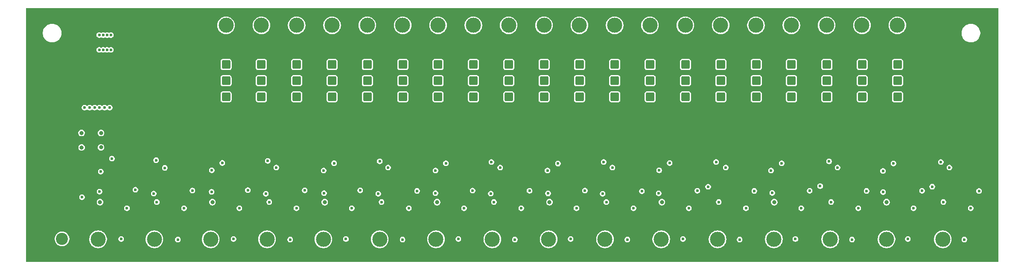
<source format=gbr>
%TF.GenerationSoftware,KiCad,Pcbnew,9.0.3*%
%TF.CreationDate,2025-07-15T10:45:23+03:00*%
%TF.ProjectId,control_unit_tester,636f6e74-726f-46c5-9f75-6e69745f7465,R2*%
%TF.SameCoordinates,Original*%
%TF.FileFunction,Copper,L2,Inr*%
%TF.FilePolarity,Positive*%
%FSLAX46Y46*%
G04 Gerber Fmt 4.6, Leading zero omitted, Abs format (unit mm)*
G04 Created by KiCad (PCBNEW 9.0.3) date 2025-07-15 10:45:23*
%MOMM*%
%LPD*%
G01*
G04 APERTURE LIST*
G04 Aperture macros list*
%AMRoundRect*
0 Rectangle with rounded corners*
0 $1 Rounding radius*
0 $2 $3 $4 $5 $6 $7 $8 $9 X,Y pos of 4 corners*
0 Add a 4 corners polygon primitive as box body*
4,1,4,$2,$3,$4,$5,$6,$7,$8,$9,$2,$3,0*
0 Add four circle primitives for the rounded corners*
1,1,$1+$1,$2,$3*
1,1,$1+$1,$4,$5*
1,1,$1+$1,$6,$7*
1,1,$1+$1,$8,$9*
0 Add four rect primitives between the rounded corners*
20,1,$1+$1,$2,$3,$4,$5,0*
20,1,$1+$1,$4,$5,$6,$7,0*
20,1,$1+$1,$6,$7,$8,$9,0*
20,1,$1+$1,$8,$9,$2,$3,0*%
G04 Aperture macros list end*
%TA.AperFunction,ComponentPad*%
%ADD10C,3.000000*%
%TD*%
%TA.AperFunction,ComponentPad*%
%ADD11RoundRect,0.250001X-0.949999X-0.949999X0.949999X-0.949999X0.949999X0.949999X-0.949999X0.949999X0*%
%TD*%
%TA.AperFunction,ComponentPad*%
%ADD12C,2.400000*%
%TD*%
%TA.AperFunction,ComponentPad*%
%ADD13RoundRect,0.250000X-0.600000X0.600000X-0.600000X-0.600000X0.600000X-0.600000X0.600000X0.600000X0*%
%TD*%
%TA.AperFunction,ViaPad*%
%ADD14C,0.600000*%
%TD*%
%TA.AperFunction,ViaPad*%
%ADD15C,0.800000*%
%TD*%
G04 APERTURE END LIST*
D10*
%TO.N,/OUT6*%
%TO.C,J7*%
X134789474Y-65950000D03*
%TD*%
%TO.N,/OUT1*%
%TO.C,J2*%
X99750000Y-65950000D03*
%TD*%
%TO.N,/IN1*%
%TO.C,J22*%
X74375000Y-108425000D03*
%TD*%
%TO.N,/OUT14*%
%TO.C,J15*%
X190852632Y-65950000D03*
%TD*%
%TO.N,/IN12*%
%TO.C,J25*%
X107885000Y-108425000D03*
%TD*%
%TO.N,/OUT12*%
%TO.C,J13*%
X176836842Y-65950000D03*
%TD*%
%TO.N,/OUT20*%
%TO.C,J21*%
X232900000Y-65950000D03*
%TD*%
%TO.N,/OUT11*%
%TO.C,J12*%
X169828947Y-65950000D03*
%TD*%
%TO.N,/IN10*%
%TO.C,J33*%
X197245000Y-108425000D03*
%TD*%
%TO.N,/OUT18*%
%TO.C,J19*%
X218884211Y-65950000D03*
%TD*%
%TO.N,/IN4*%
%TO.C,J27*%
X130225000Y-108425000D03*
%TD*%
%TO.N,/IN14*%
%TO.C,J35*%
X219585000Y-108425000D03*
%TD*%
%TO.N,/IN7*%
%TO.C,J30*%
X163735000Y-108425000D03*
%TD*%
D11*
%TO.N,GND*%
%TO.C,J1*%
X63725000Y-108350000D03*
D12*
%TO.N,Net-(D52-A)*%
X67225000Y-108350000D03*
%TD*%
D10*
%TO.N,/IN13*%
%TO.C,J34*%
X208415000Y-108425000D03*
%TD*%
%TO.N,/IN9*%
%TO.C,J32*%
X186075000Y-108425000D03*
%TD*%
%TO.N,/OUT5*%
%TO.C,J6*%
X127781579Y-65950000D03*
%TD*%
%TO.N,/IN8*%
%TO.C,J31*%
X174905000Y-108425000D03*
%TD*%
%TO.N,/OUT17*%
%TO.C,J18*%
X211876316Y-65950000D03*
%TD*%
%TO.N,/OUT7*%
%TO.C,J8*%
X141797368Y-65950000D03*
%TD*%
%TO.N,/OUT13*%
%TO.C,J14*%
X183844737Y-65950000D03*
%TD*%
%TO.N,/OUT16*%
%TO.C,J17*%
X204868421Y-65950000D03*
%TD*%
%TO.N,/OUT9*%
%TO.C,J10*%
X155813158Y-65950000D03*
%TD*%
%TO.N,/IN2*%
%TO.C,J23*%
X85545000Y-108425000D03*
%TD*%
%TO.N,/IN5*%
%TO.C,J28*%
X141395000Y-108425000D03*
%TD*%
%TO.N,/OUT3*%
%TO.C,J4*%
X113765789Y-65950000D03*
%TD*%
%TO.N,/IN6*%
%TO.C,J29*%
X152565000Y-108425000D03*
%TD*%
%TO.N,/IN15*%
%TO.C,J36*%
X230755000Y-108425000D03*
%TD*%
%TO.N,/OUT4*%
%TO.C,J5*%
X120773684Y-65950000D03*
%TD*%
%TO.N,/OUT8*%
%TO.C,J9*%
X148805263Y-65950000D03*
%TD*%
%TO.N,/OUT15*%
%TO.C,J16*%
X197860526Y-65950000D03*
%TD*%
%TO.N,/IN11*%
%TO.C,J24*%
X96715000Y-108425000D03*
%TD*%
%TO.N,/OUT2*%
%TO.C,J3*%
X106757895Y-65950000D03*
%TD*%
%TO.N,/OUT19*%
%TO.C,J20*%
X225892105Y-65950000D03*
%TD*%
%TO.N,/IN16*%
%TO.C,J37*%
X241925000Y-108425000D03*
%TD*%
%TO.N,/IN3*%
%TO.C,J26*%
X119055000Y-108425000D03*
%TD*%
%TO.N,/OUT10*%
%TO.C,J11*%
X162821053Y-65950000D03*
%TD*%
D13*
%TO.N,+VIN*%
%TO.C,SW7*%
X141813158Y-73750000D03*
%TO.N,/OUT7*%
X141813158Y-76950000D03*
X141813158Y-80150000D03*
%TO.N,GND*%
X141813158Y-83350000D03*
%TD*%
%TO.N,+VIN*%
%TO.C,SW15*%
X197897368Y-73750000D03*
%TO.N,/OUT15*%
X197897368Y-76950000D03*
X197897368Y-80150000D03*
%TO.N,GND*%
X197897368Y-83350000D03*
%TD*%
%TO.N,+VIN*%
%TO.C,SW20*%
X232950000Y-73750000D03*
%TO.N,/OUT20*%
X232950000Y-76950000D03*
X232950000Y-80150000D03*
%TO.N,GND*%
X232950000Y-83350000D03*
%TD*%
%TO.N,+VIN*%
%TO.C,SW13*%
X183876316Y-73750000D03*
%TO.N,/OUT13*%
X183876316Y-76950000D03*
X183876316Y-80150000D03*
%TO.N,GND*%
X183876316Y-83350000D03*
%TD*%
%TO.N,+VIN*%
%TO.C,SW8*%
X148823684Y-73750000D03*
%TO.N,/OUT8*%
X148823684Y-76950000D03*
X148823684Y-80150000D03*
%TO.N,GND*%
X148823684Y-83350000D03*
%TD*%
%TO.N,+VIN*%
%TO.C,SW10*%
X162844737Y-73750000D03*
%TO.N,/OUT10*%
X162844737Y-76950000D03*
X162844737Y-80150000D03*
%TO.N,GND*%
X162844737Y-83350000D03*
%TD*%
%TO.N,+VIN*%
%TO.C,SW19*%
X225939474Y-73750000D03*
%TO.N,/OUT19*%
X225939474Y-76950000D03*
X225939474Y-80150000D03*
%TO.N,GND*%
X225939474Y-83350000D03*
%TD*%
%TO.N,+VIN*%
%TO.C,SW2*%
X106760526Y-73750000D03*
%TO.N,/OUT2*%
X106760526Y-76950000D03*
X106760526Y-80150000D03*
%TO.N,GND*%
X106760526Y-83350000D03*
%TD*%
%TO.N,+VIN*%
%TO.C,SW17*%
X211918421Y-73750000D03*
%TO.N,/OUT17*%
X211918421Y-76950000D03*
X211918421Y-80150000D03*
%TO.N,GND*%
X211918421Y-83350000D03*
%TD*%
%TO.N,+VIN*%
%TO.C,SW18*%
X218928947Y-73750000D03*
%TO.N,/OUT18*%
X218928947Y-76950000D03*
X218928947Y-80150000D03*
%TO.N,GND*%
X218928947Y-83350000D03*
%TD*%
%TO.N,+VIN*%
%TO.C,SW11*%
X169855263Y-73750000D03*
%TO.N,/OUT11*%
X169855263Y-76950000D03*
X169855263Y-80150000D03*
%TO.N,GND*%
X169855263Y-83350000D03*
%TD*%
%TO.N,+VIN*%
%TO.C,SW9*%
X155834211Y-73750000D03*
%TO.N,/OUT9*%
X155834211Y-76950000D03*
X155834211Y-80150000D03*
%TO.N,GND*%
X155834211Y-83350000D03*
%TD*%
%TO.N,+VIN*%
%TO.C,SW5*%
X127792105Y-73750000D03*
%TO.N,/OUT5*%
X127792105Y-76950000D03*
X127792105Y-80150000D03*
%TO.N,GND*%
X127792105Y-83350000D03*
%TD*%
%TO.N,+VIN*%
%TO.C,SW1*%
X99750000Y-73750000D03*
%TO.N,/OUT1*%
X99750000Y-76950000D03*
X99750000Y-80150000D03*
%TO.N,GND*%
X99750000Y-83350000D03*
%TD*%
%TO.N,+VIN*%
%TO.C,SW16*%
X204907895Y-73750000D03*
%TO.N,/OUT16*%
X204907895Y-76950000D03*
X204907895Y-80150000D03*
%TO.N,GND*%
X204907895Y-83350000D03*
%TD*%
%TO.N,+VIN*%
%TO.C,SW6*%
X134802632Y-73750000D03*
%TO.N,/OUT6*%
X134802632Y-76950000D03*
X134802632Y-80150000D03*
%TO.N,GND*%
X134802632Y-83350000D03*
%TD*%
%TO.N,+VIN*%
%TO.C,SW12*%
X176865789Y-73750000D03*
%TO.N,/OUT12*%
X176865789Y-76950000D03*
X176865789Y-80150000D03*
%TO.N,GND*%
X176865789Y-83350000D03*
%TD*%
%TO.N,+VIN*%
%TO.C,SW14*%
X190886842Y-73750000D03*
%TO.N,/OUT14*%
X190886842Y-76950000D03*
X190886842Y-80150000D03*
%TO.N,GND*%
X190886842Y-83350000D03*
%TD*%
%TO.N,+VIN*%
%TO.C,SW3*%
X113771053Y-73750000D03*
%TO.N,/OUT3*%
X113771053Y-76950000D03*
X113771053Y-80150000D03*
%TO.N,GND*%
X113771053Y-83350000D03*
%TD*%
%TO.N,+VIN*%
%TO.C,SW4*%
X120781579Y-73750000D03*
%TO.N,/OUT4*%
X120781579Y-76950000D03*
X120781579Y-80150000D03*
%TO.N,GND*%
X120781579Y-83350000D03*
%TD*%
D14*
%TO.N,GND*%
X160000000Y-112000000D03*
X183000000Y-63000000D03*
X88675000Y-65237500D03*
X198000000Y-112000000D03*
X193000000Y-63000000D03*
X197421429Y-104600000D03*
X141000000Y-63000000D03*
X182000000Y-112000000D03*
X242000000Y-104600000D03*
X61000000Y-105000000D03*
X137000000Y-63000000D03*
X151000000Y-63000000D03*
X175000000Y-63000000D03*
X81025000Y-65087500D03*
X61000000Y-71000000D03*
X119228571Y-104525000D03*
X145067857Y-103325000D03*
X167357143Y-103325000D03*
X145000000Y-63000000D03*
X244000000Y-112000000D03*
X187000000Y-63000000D03*
X135153571Y-105050000D03*
X163807143Y-104525000D03*
X99914286Y-107050000D03*
X252000000Y-80000000D03*
X194000000Y-112000000D03*
X156392857Y-103400000D03*
X192000000Y-112000000D03*
X85475000Y-73150000D03*
X61000000Y-89000000D03*
X252000000Y-84000000D03*
X77800000Y-74600000D03*
X111114286Y-107100000D03*
X70000000Y-112000000D03*
X61000000Y-79000000D03*
X106000000Y-112000000D03*
X77800000Y-73800000D03*
X61000000Y-99000000D03*
X235778571Y-108200000D03*
X252000000Y-106000000D03*
X100489286Y-103325000D03*
X94000000Y-112000000D03*
X251000000Y-63000000D03*
X252000000Y-68000000D03*
X178182143Y-97625000D03*
X219000000Y-63000000D03*
X123603571Y-105000000D03*
X77000000Y-63000000D03*
X204000000Y-112000000D03*
X95000000Y-63000000D03*
X252000000Y-86000000D03*
X71850000Y-71725000D03*
X249000000Y-63000000D03*
X152842857Y-104600000D03*
X228960714Y-104600000D03*
X252000000Y-96000000D03*
X85900000Y-65237500D03*
X61000000Y-85000000D03*
X238000000Y-112000000D03*
X83875000Y-65112500D03*
X133403571Y-107100000D03*
X152000000Y-112000000D03*
X117000000Y-63000000D03*
X252000000Y-90000000D03*
X80000000Y-112000000D03*
X79025000Y-105000000D03*
X69000000Y-63000000D03*
X230000000Y-112000000D03*
X223000000Y-63000000D03*
X184382143Y-104600000D03*
X124000000Y-112000000D03*
X196000000Y-112000000D03*
X201000000Y-63000000D03*
X189000000Y-63000000D03*
X190171429Y-98475000D03*
X155000000Y-63000000D03*
X82000000Y-112000000D03*
X61000000Y-75000000D03*
X112100000Y-96800000D03*
X191000000Y-63000000D03*
X61000000Y-107000000D03*
X175132143Y-104600000D03*
X79753571Y-108200000D03*
X209000000Y-63000000D03*
X202021429Y-105050000D03*
X252000000Y-70000000D03*
X141517857Y-104525000D03*
X217000000Y-63000000D03*
X213489285Y-108200000D03*
X88825000Y-107100000D03*
X200271429Y-107100000D03*
X85900000Y-66125000D03*
X252000000Y-100000000D03*
X103000000Y-63000000D03*
X61000000Y-93000000D03*
X158000000Y-112000000D03*
X252000000Y-82000000D03*
X83875000Y-64225000D03*
X132000000Y-112000000D03*
X134000000Y-112000000D03*
X162092857Y-104600000D03*
X178682143Y-103400000D03*
X169000000Y-63000000D03*
X252000000Y-76000000D03*
X90000000Y-112000000D03*
X199000000Y-63000000D03*
X212760714Y-105000000D03*
X91000000Y-63000000D03*
X122778571Y-103325000D03*
X74000000Y-112000000D03*
X155892857Y-97625000D03*
X252000000Y-88000000D03*
X110000000Y-112000000D03*
X243000000Y-63000000D03*
X168182143Y-105000000D03*
X71625000Y-65450000D03*
X79000000Y-63000000D03*
X244850000Y-107100000D03*
X62000000Y-112000000D03*
X133000000Y-63000000D03*
X208385714Y-104525000D03*
X122000000Y-112000000D03*
X252000000Y-78000000D03*
X128000000Y-112000000D03*
X68000000Y-112000000D03*
X250000000Y-112000000D03*
X207000000Y-63000000D03*
X210000000Y-112000000D03*
X235000000Y-63000000D03*
X101314286Y-105000000D03*
X136000000Y-112000000D03*
D15*
X78725000Y-87275000D03*
D14*
X206000000Y-112000000D03*
X184000000Y-112000000D03*
X78775000Y-75525000D03*
X241000000Y-63000000D03*
X173132143Y-104600000D03*
X156000000Y-112000000D03*
X166000000Y-112000000D03*
X61000000Y-95000000D03*
X140000000Y-112000000D03*
X150000000Y-112000000D03*
X223260714Y-103400000D03*
X135557142Y-108300000D03*
X117514286Y-104600000D03*
X205000000Y-63000000D03*
X125000000Y-63000000D03*
X154000000Y-112000000D03*
X147000000Y-63000000D03*
X86000000Y-112000000D03*
X248000000Y-112000000D03*
X162000000Y-112000000D03*
X179732143Y-105050000D03*
X105000000Y-63000000D03*
X124332142Y-108200000D03*
X222560714Y-107100000D03*
X153000000Y-63000000D03*
X88000000Y-112000000D03*
X84433333Y-72250000D03*
X88675000Y-64350000D03*
X77762500Y-76600000D03*
X89825000Y-96700000D03*
X92000000Y-112000000D03*
X134103571Y-103400000D03*
X130553571Y-104600000D03*
X195000000Y-63000000D03*
X61000000Y-111000000D03*
X91800000Y-65800000D03*
X186096429Y-104525000D03*
X75000000Y-63000000D03*
X63000000Y-63000000D03*
X84000000Y-112000000D03*
X145892857Y-105000000D03*
X76000000Y-112000000D03*
X96939286Y-104525000D03*
X189071429Y-107050000D03*
X177982143Y-107100000D03*
X219710714Y-104600000D03*
X252000000Y-74000000D03*
X237000000Y-63000000D03*
X81000000Y-63000000D03*
X242000000Y-112000000D03*
X226000000Y-112000000D03*
X177000000Y-63000000D03*
X161000000Y-63000000D03*
X170000000Y-112000000D03*
X150842857Y-104600000D03*
X171000000Y-63000000D03*
X97000000Y-63000000D03*
X78650000Y-76600000D03*
X108264286Y-104600000D03*
D15*
X78725000Y-90225000D03*
D14*
X123303571Y-98475000D03*
X200971429Y-103400000D03*
X106264286Y-104600000D03*
X240000000Y-104600000D03*
X167000000Y-63000000D03*
X89000000Y-63000000D03*
X252000000Y-98000000D03*
X139803571Y-104600000D03*
X246000000Y-112000000D03*
X61000000Y-77000000D03*
X102042857Y-108200000D03*
X234750000Y-98475000D03*
X119000000Y-63000000D03*
X101014286Y-98475000D03*
X212000000Y-112000000D03*
X127000000Y-63000000D03*
X109000000Y-63000000D03*
X118000000Y-112000000D03*
X73000000Y-63000000D03*
X85000000Y-63000000D03*
X104000000Y-112000000D03*
X129000000Y-63000000D03*
X111000000Y-63000000D03*
X173000000Y-63000000D03*
X203000000Y-63000000D03*
X157442857Y-105050000D03*
X185000000Y-63000000D03*
X222760714Y-97625000D03*
X71000000Y-63000000D03*
X61000000Y-103000000D03*
X61000000Y-91000000D03*
X233650000Y-107050000D03*
X75200000Y-76600000D03*
X251250000Y-104600000D03*
X61000000Y-63000000D03*
X157000000Y-63000000D03*
X181000000Y-63000000D03*
X164000000Y-112000000D03*
X167882143Y-98475000D03*
X61000000Y-83000000D03*
X126000000Y-112000000D03*
X246600000Y-105050000D03*
X74650000Y-104525000D03*
X189646429Y-103325000D03*
X115000000Y-63000000D03*
X252000000Y-66000000D03*
X90575000Y-105050000D03*
X229000000Y-63000000D03*
X190000000Y-112000000D03*
X202000000Y-112000000D03*
X102000000Y-112000000D03*
X144492857Y-107050000D03*
X71675000Y-77800000D03*
X240000000Y-112000000D03*
X128553571Y-104600000D03*
X77625000Y-107050000D03*
X111814286Y-103400000D03*
X65000000Y-63000000D03*
X81025000Y-64200000D03*
X245000000Y-63000000D03*
X149000000Y-63000000D03*
X88675000Y-66125000D03*
X66000000Y-112000000D03*
X252000000Y-94000000D03*
X252000000Y-92000000D03*
X74312500Y-76600000D03*
X131000000Y-63000000D03*
X61000000Y-65000000D03*
X247003571Y-108300000D03*
X91850000Y-74500000D03*
X121000000Y-63000000D03*
X113000000Y-63000000D03*
X143000000Y-63000000D03*
X91025000Y-81575000D03*
X91675000Y-84600000D03*
X107000000Y-63000000D03*
X148000000Y-112000000D03*
X232000000Y-112000000D03*
X138000000Y-112000000D03*
X228000000Y-112000000D03*
X206671429Y-104600000D03*
X146000000Y-112000000D03*
X101000000Y-63000000D03*
X234000000Y-112000000D03*
X76875000Y-76600000D03*
X188000000Y-112000000D03*
X186000000Y-112000000D03*
X120000000Y-112000000D03*
X73425000Y-76600000D03*
X116000000Y-112000000D03*
X100000000Y-112000000D03*
X227000000Y-63000000D03*
X208000000Y-112000000D03*
X235050000Y-105000000D03*
X217710714Y-104600000D03*
X89525000Y-103400000D03*
X61000000Y-67000000D03*
X172000000Y-112000000D03*
X90975000Y-80100000D03*
X239000000Y-63000000D03*
X236000000Y-112000000D03*
X72000000Y-112000000D03*
X197000000Y-63000000D03*
X122203571Y-107050000D03*
X90350000Y-84625000D03*
X83000000Y-63000000D03*
X221000000Y-63000000D03*
X112864286Y-105050000D03*
X81025000Y-65975000D03*
X78000000Y-112000000D03*
X233000000Y-63000000D03*
X176000000Y-112000000D03*
X247000000Y-63000000D03*
X139000000Y-63000000D03*
X113267857Y-108300000D03*
X71425000Y-107562500D03*
X218000000Y-112000000D03*
X98000000Y-112000000D03*
X96000000Y-112000000D03*
X168000000Y-112000000D03*
X211000000Y-63000000D03*
X224310714Y-105050000D03*
X202425000Y-108300000D03*
X135000000Y-63000000D03*
X67000000Y-63000000D03*
X93000000Y-63000000D03*
X99000000Y-63000000D03*
X78850000Y-73075000D03*
X252000000Y-112000000D03*
X157846428Y-108300000D03*
X78725000Y-98475000D03*
X252000000Y-64000000D03*
X252000000Y-72000000D03*
X190471429Y-105000000D03*
X200471429Y-97625000D03*
X90978571Y-108300000D03*
X212460714Y-98475000D03*
X224000000Y-112000000D03*
X71600000Y-67400000D03*
X133603571Y-97625000D03*
X159000000Y-63000000D03*
X85475000Y-74062500D03*
X87000000Y-63000000D03*
X112000000Y-112000000D03*
X61000000Y-73000000D03*
X142000000Y-112000000D03*
X245550000Y-103400000D03*
X191200000Y-108200000D03*
X224714285Y-108300000D03*
X146621428Y-108200000D03*
X245050000Y-97625000D03*
X216000000Y-112000000D03*
X230675000Y-104525000D03*
X114000000Y-112000000D03*
X220000000Y-112000000D03*
X222000000Y-112000000D03*
X61000000Y-87000000D03*
X178000000Y-112000000D03*
X180000000Y-112000000D03*
X215000000Y-63000000D03*
X145592857Y-98475000D03*
X85975000Y-104600000D03*
X168910714Y-108200000D03*
X71850000Y-73512500D03*
X83875000Y-66000000D03*
X225000000Y-63000000D03*
X91800000Y-67900000D03*
X180135714Y-108300000D03*
X83975000Y-104600000D03*
X91825000Y-75325000D03*
X61000000Y-109000000D03*
X85475000Y-74975000D03*
X71850000Y-75300000D03*
X130000000Y-112000000D03*
X213000000Y-63000000D03*
X231000000Y-63000000D03*
X211360714Y-107050000D03*
X144000000Y-112000000D03*
X108000000Y-112000000D03*
X252000000Y-108000000D03*
X165000000Y-63000000D03*
X61000000Y-69000000D03*
X155692857Y-107100000D03*
X179000000Y-63000000D03*
X87375000Y-79625000D03*
X174000000Y-112000000D03*
X163000000Y-63000000D03*
X61000000Y-81000000D03*
X61000000Y-101000000D03*
X61000000Y-97000000D03*
X214000000Y-112000000D03*
X95225000Y-104600000D03*
X123000000Y-63000000D03*
X252000000Y-110000000D03*
X195421429Y-104600000D03*
X166782143Y-107050000D03*
X234225000Y-103325000D03*
X200000000Y-112000000D03*
X64000000Y-112000000D03*
X85900000Y-64350000D03*
X78200000Y-103325000D03*
X211935714Y-103325000D03*
%TO.N,Net-(D4-K)*%
X74900000Y-95000000D03*
%TO.N,Net-(D5-K)*%
X77100000Y-92400000D03*
%TO.N,Net-(D6-K)*%
X85875000Y-92725000D03*
%TO.N,Net-(D7-K)*%
X87600000Y-94250000D03*
%TO.N,Net-(D10-K)*%
X119100000Y-94775000D03*
%TO.N,Net-(D11-K)*%
X121175000Y-93325000D03*
%TO.N,Net-(D12-K)*%
X130226786Y-92951786D03*
%TO.N,Net-(D13-K)*%
X131900000Y-94200000D03*
%TO.N,Net-(D16-K)*%
X141300000Y-94775000D03*
%TO.N,Net-(D17-K)*%
X143350000Y-93350000D03*
%TO.N,Net-(D18-K)*%
X152367857Y-93100000D03*
%TO.N,Net-(D19-K)*%
X154125000Y-94200000D03*
%TO.N,Net-(D22-K)*%
X163500000Y-94775000D03*
%TO.N,Net-(D23-K)*%
X165575000Y-93400000D03*
%TO.N,Net-(D24-K)*%
X174657143Y-93100000D03*
%TO.N,Net-(D25-K)*%
X176375000Y-94200000D03*
%TO.N,Net-(D28-K)*%
X185675000Y-94750000D03*
%TO.N,Net-(D29-K)*%
X187750000Y-93300000D03*
%TO.N,Net-(D30-K)*%
X196946429Y-93100000D03*
%TO.N,Net-(D31-K)*%
X198875000Y-94200000D03*
%TO.N,+5V*%
X230070000Y-99060000D03*
X182232143Y-98875000D03*
X71175000Y-100075000D03*
X85400000Y-99350000D03*
X73675000Y-82300000D03*
X152275000Y-99350000D03*
X249100000Y-98850000D03*
X239825000Y-97975000D03*
X163625000Y-99325000D03*
X78953571Y-108375000D03*
X179335714Y-108475000D03*
X123532142Y-108375000D03*
X112467857Y-108475000D03*
X104064286Y-98675000D03*
X212689285Y-108375000D03*
X90178571Y-108475000D03*
X234978571Y-108375000D03*
X74670000Y-98950000D03*
X71675000Y-82300000D03*
X148642857Y-98775000D03*
X168110714Y-108375000D03*
X185575000Y-99300000D03*
X157046428Y-108475000D03*
X174450000Y-99375000D03*
X193221429Y-98800000D03*
X246203571Y-108475000D03*
X159942857Y-98800000D03*
X145821428Y-108375000D03*
X101242857Y-108375000D03*
X170932143Y-98775000D03*
X76675000Y-82300000D03*
X201625000Y-108475000D03*
X134757142Y-108475000D03*
X96875000Y-99000000D03*
X93075000Y-98750000D03*
X74675000Y-82300000D03*
X226810714Y-98825000D03*
X141275000Y-99275000D03*
X75675000Y-82300000D03*
X195375000Y-98000000D03*
X215510714Y-98800000D03*
X237800000Y-98800000D03*
X126353571Y-98725000D03*
X72675000Y-82300000D03*
X129950000Y-99375000D03*
X204521429Y-98825000D03*
X81775000Y-98600000D03*
D15*
X71075000Y-87325000D03*
D14*
X107650000Y-99375000D03*
X223914285Y-108475000D03*
D15*
X71100000Y-90200000D03*
D14*
X115364286Y-98725000D03*
X208100000Y-99225000D03*
X190400000Y-108375000D03*
X119200000Y-99275000D03*
X217600000Y-97875000D03*
X137653571Y-98825000D03*
%TO.N,+VIN*%
X74600000Y-67900000D03*
X76925000Y-67900000D03*
X76150000Y-70825000D03*
X75375000Y-70825000D03*
X74600000Y-70825000D03*
X76150000Y-67900000D03*
X75375000Y-67900000D03*
X76925000Y-70825000D03*
%TO.N,Net-(D34-K)*%
X96925000Y-94725000D03*
%TO.N,Net-(D35-K)*%
X99000000Y-93275000D03*
%TO.N,Net-(D37-K)*%
X109725000Y-94200000D03*
%TO.N,Net-(D40-K)*%
X207850000Y-94775000D03*
%TO.N,Net-(D41-K)*%
X209975000Y-93350000D03*
%TO.N,Net-(D43-K)*%
X221050000Y-94200000D03*
%TO.N,Net-(D46-K)*%
X230050000Y-94875000D03*
%TO.N,Net-(D47-K)*%
X232150000Y-93375000D03*
%TO.N,Net-(D49-K)*%
X243225000Y-94200000D03*
D15*
%TO.N,/VREF_HIGH*%
X208485714Y-101050000D03*
D14*
X130603571Y-101025000D03*
D15*
X230775000Y-101050000D03*
D14*
X152892857Y-101025000D03*
X219760714Y-101025000D03*
X197471429Y-101025000D03*
D15*
X119328571Y-101050000D03*
X186196429Y-101050000D03*
D14*
X175182143Y-101025000D03*
X242050000Y-101025000D03*
X108314286Y-101025000D03*
D15*
X97039286Y-101050000D03*
X141617857Y-101050000D03*
X163907143Y-101050000D03*
X74950000Y-90175000D03*
X74750000Y-101050000D03*
D14*
X86025000Y-101025000D03*
%TO.N,/VREF_LOW*%
X124678571Y-102250000D03*
D15*
X74950000Y-87325000D03*
D14*
X191546429Y-102250000D03*
X102389286Y-102250000D03*
X236125000Y-102250000D03*
X169257143Y-102250000D03*
X146967857Y-102250000D03*
X91425000Y-102250000D03*
X136003571Y-102250000D03*
X113714286Y-102250000D03*
X180582143Y-102250000D03*
X80100000Y-102250000D03*
X213835714Y-102250000D03*
X225160714Y-102250000D03*
X247450000Y-102250000D03*
X202871429Y-102250000D03*
X158292857Y-102250000D03*
%TO.N,Net-(D36-K)*%
X108032143Y-92857143D03*
%TO.N,Net-(D42-K)*%
X219367857Y-92967857D03*
%TO.N,Net-(D48-K)*%
X241525000Y-93100000D03*
%TD*%
%TA.AperFunction,Conductor*%
%TO.N,GND*%
G36*
X252867539Y-62520185D02*
G01*
X252913294Y-62572989D01*
X252924500Y-62624500D01*
X252924500Y-112825500D01*
X252904815Y-112892539D01*
X252852011Y-112938294D01*
X252800500Y-112949500D01*
X60174500Y-112949500D01*
X60107461Y-112929815D01*
X60061706Y-112877011D01*
X60050500Y-112825500D01*
X60050500Y-108235837D01*
X65774500Y-108235837D01*
X65774500Y-108464162D01*
X65810215Y-108689660D01*
X65880770Y-108906803D01*
X65941250Y-109025500D01*
X65984421Y-109110228D01*
X66118621Y-109294937D01*
X66280063Y-109456379D01*
X66464772Y-109590579D01*
X66560884Y-109639550D01*
X66668196Y-109694229D01*
X66668198Y-109694229D01*
X66668201Y-109694231D01*
X66784592Y-109732049D01*
X66885339Y-109764784D01*
X67110838Y-109800500D01*
X67110843Y-109800500D01*
X67339162Y-109800500D01*
X67564660Y-109764784D01*
X67781799Y-109694231D01*
X67985228Y-109590579D01*
X68169937Y-109456379D01*
X68331379Y-109294937D01*
X68465579Y-109110228D01*
X68569231Y-108906799D01*
X68639784Y-108689660D01*
X68640128Y-108687485D01*
X68675500Y-108464162D01*
X68675500Y-108310258D01*
X72624500Y-108310258D01*
X72624500Y-108539741D01*
X72649446Y-108729215D01*
X72654452Y-108767238D01*
X72691847Y-108906799D01*
X72713842Y-108988887D01*
X72801650Y-109200876D01*
X72801657Y-109200890D01*
X72916392Y-109399617D01*
X73056081Y-109581661D01*
X73056089Y-109581670D01*
X73218330Y-109743911D01*
X73218338Y-109743918D01*
X73400382Y-109883607D01*
X73400385Y-109883608D01*
X73400388Y-109883611D01*
X73599112Y-109998344D01*
X73599117Y-109998346D01*
X73599123Y-109998349D01*
X73690480Y-110036190D01*
X73811113Y-110086158D01*
X74032762Y-110145548D01*
X74260266Y-110175500D01*
X74260273Y-110175500D01*
X74489727Y-110175500D01*
X74489734Y-110175500D01*
X74717238Y-110145548D01*
X74938887Y-110086158D01*
X75150888Y-109998344D01*
X75349612Y-109883611D01*
X75531661Y-109743919D01*
X75531665Y-109743914D01*
X75531670Y-109743911D01*
X75693911Y-109581670D01*
X75693914Y-109581665D01*
X75693919Y-109581661D01*
X75833611Y-109399612D01*
X75948344Y-109200888D01*
X76036158Y-108988887D01*
X76095548Y-108767238D01*
X76125500Y-108539734D01*
X76125500Y-108310266D01*
X76124481Y-108302525D01*
X78403071Y-108302525D01*
X78403071Y-108447475D01*
X78440587Y-108587485D01*
X78440588Y-108587488D01*
X78513059Y-108713011D01*
X78513061Y-108713013D01*
X78513062Y-108713015D01*
X78615556Y-108815509D01*
X78615557Y-108815510D01*
X78615559Y-108815511D01*
X78741082Y-108887982D01*
X78741083Y-108887982D01*
X78741086Y-108887984D01*
X78881096Y-108925500D01*
X78881099Y-108925500D01*
X79026043Y-108925500D01*
X79026046Y-108925500D01*
X79166056Y-108887984D01*
X79291586Y-108815509D01*
X79394080Y-108713015D01*
X79466555Y-108587485D01*
X79504071Y-108447475D01*
X79504071Y-108310258D01*
X83794500Y-108310258D01*
X83794500Y-108539741D01*
X83819446Y-108729215D01*
X83824452Y-108767238D01*
X83861847Y-108906799D01*
X83883842Y-108988887D01*
X83971650Y-109200876D01*
X83971657Y-109200890D01*
X84086392Y-109399617D01*
X84226081Y-109581661D01*
X84226089Y-109581670D01*
X84388330Y-109743911D01*
X84388338Y-109743918D01*
X84570382Y-109883607D01*
X84570385Y-109883608D01*
X84570388Y-109883611D01*
X84769112Y-109998344D01*
X84769117Y-109998346D01*
X84769123Y-109998349D01*
X84860480Y-110036190D01*
X84981113Y-110086158D01*
X85202762Y-110145548D01*
X85430266Y-110175500D01*
X85430273Y-110175500D01*
X85659727Y-110175500D01*
X85659734Y-110175500D01*
X85887238Y-110145548D01*
X86108887Y-110086158D01*
X86320888Y-109998344D01*
X86519612Y-109883611D01*
X86701661Y-109743919D01*
X86701665Y-109743914D01*
X86701670Y-109743911D01*
X86863911Y-109581670D01*
X86863914Y-109581665D01*
X86863919Y-109581661D01*
X87003611Y-109399612D01*
X87118344Y-109200888D01*
X87206158Y-108988887D01*
X87265548Y-108767238D01*
X87295500Y-108539734D01*
X87295500Y-108402525D01*
X89628071Y-108402525D01*
X89628071Y-108547475D01*
X89638792Y-108587485D01*
X89665588Y-108687488D01*
X89738059Y-108813011D01*
X89738061Y-108813013D01*
X89738062Y-108813015D01*
X89840556Y-108915509D01*
X89840557Y-108915510D01*
X89840559Y-108915511D01*
X89966082Y-108987982D01*
X89966083Y-108987982D01*
X89966086Y-108987984D01*
X90106096Y-109025500D01*
X90106099Y-109025500D01*
X90251043Y-109025500D01*
X90251046Y-109025500D01*
X90391056Y-108987984D01*
X90516586Y-108915509D01*
X90619080Y-108813015D01*
X90691555Y-108687485D01*
X90729071Y-108547475D01*
X90729071Y-108402525D01*
X90704348Y-108310258D01*
X94964500Y-108310258D01*
X94964500Y-108539741D01*
X94989446Y-108729215D01*
X94994452Y-108767238D01*
X95031847Y-108906799D01*
X95053842Y-108988887D01*
X95141650Y-109200876D01*
X95141657Y-109200890D01*
X95256392Y-109399617D01*
X95396081Y-109581661D01*
X95396089Y-109581670D01*
X95558330Y-109743911D01*
X95558338Y-109743918D01*
X95740382Y-109883607D01*
X95740385Y-109883608D01*
X95740388Y-109883611D01*
X95939112Y-109998344D01*
X95939117Y-109998346D01*
X95939123Y-109998349D01*
X96030480Y-110036190D01*
X96151113Y-110086158D01*
X96372762Y-110145548D01*
X96600266Y-110175500D01*
X96600273Y-110175500D01*
X96829727Y-110175500D01*
X96829734Y-110175500D01*
X97057238Y-110145548D01*
X97278887Y-110086158D01*
X97490888Y-109998344D01*
X97689612Y-109883611D01*
X97871661Y-109743919D01*
X97871665Y-109743914D01*
X97871670Y-109743911D01*
X98033911Y-109581670D01*
X98033914Y-109581665D01*
X98033919Y-109581661D01*
X98173611Y-109399612D01*
X98288344Y-109200888D01*
X98376158Y-108988887D01*
X98435548Y-108767238D01*
X98465500Y-108539734D01*
X98465500Y-108310266D01*
X98464481Y-108302525D01*
X100692357Y-108302525D01*
X100692357Y-108447475D01*
X100729873Y-108587485D01*
X100729874Y-108587488D01*
X100802345Y-108713011D01*
X100802347Y-108713013D01*
X100802348Y-108713015D01*
X100904842Y-108815509D01*
X100904843Y-108815510D01*
X100904845Y-108815511D01*
X101030368Y-108887982D01*
X101030369Y-108887982D01*
X101030372Y-108887984D01*
X101170382Y-108925500D01*
X101170385Y-108925500D01*
X101315329Y-108925500D01*
X101315332Y-108925500D01*
X101455342Y-108887984D01*
X101580872Y-108815509D01*
X101683366Y-108713015D01*
X101755841Y-108587485D01*
X101793357Y-108447475D01*
X101793357Y-108310258D01*
X106134500Y-108310258D01*
X106134500Y-108539741D01*
X106159446Y-108729215D01*
X106164452Y-108767238D01*
X106201847Y-108906799D01*
X106223842Y-108988887D01*
X106311650Y-109200876D01*
X106311657Y-109200890D01*
X106426392Y-109399617D01*
X106566081Y-109581661D01*
X106566089Y-109581670D01*
X106728330Y-109743911D01*
X106728338Y-109743918D01*
X106910382Y-109883607D01*
X106910385Y-109883608D01*
X106910388Y-109883611D01*
X107109112Y-109998344D01*
X107109117Y-109998346D01*
X107109123Y-109998349D01*
X107200480Y-110036190D01*
X107321113Y-110086158D01*
X107542762Y-110145548D01*
X107770266Y-110175500D01*
X107770273Y-110175500D01*
X107999727Y-110175500D01*
X107999734Y-110175500D01*
X108227238Y-110145548D01*
X108448887Y-110086158D01*
X108660888Y-109998344D01*
X108859612Y-109883611D01*
X109041661Y-109743919D01*
X109041665Y-109743914D01*
X109041670Y-109743911D01*
X109203911Y-109581670D01*
X109203914Y-109581665D01*
X109203919Y-109581661D01*
X109343611Y-109399612D01*
X109458344Y-109200888D01*
X109546158Y-108988887D01*
X109605548Y-108767238D01*
X109635500Y-108539734D01*
X109635500Y-108402525D01*
X111917357Y-108402525D01*
X111917357Y-108547475D01*
X111928078Y-108587485D01*
X111954874Y-108687488D01*
X112027345Y-108813011D01*
X112027347Y-108813013D01*
X112027348Y-108813015D01*
X112129842Y-108915509D01*
X112129843Y-108915510D01*
X112129845Y-108915511D01*
X112255368Y-108987982D01*
X112255369Y-108987982D01*
X112255372Y-108987984D01*
X112395382Y-109025500D01*
X112395385Y-109025500D01*
X112540329Y-109025500D01*
X112540332Y-109025500D01*
X112680342Y-108987984D01*
X112805872Y-108915509D01*
X112908366Y-108813015D01*
X112980841Y-108687485D01*
X113018357Y-108547475D01*
X113018357Y-108402525D01*
X112993634Y-108310258D01*
X117304500Y-108310258D01*
X117304500Y-108539741D01*
X117329446Y-108729215D01*
X117334452Y-108767238D01*
X117371847Y-108906799D01*
X117393842Y-108988887D01*
X117481650Y-109200876D01*
X117481657Y-109200890D01*
X117596392Y-109399617D01*
X117736081Y-109581661D01*
X117736089Y-109581670D01*
X117898330Y-109743911D01*
X117898338Y-109743918D01*
X118080382Y-109883607D01*
X118080385Y-109883608D01*
X118080388Y-109883611D01*
X118279112Y-109998344D01*
X118279117Y-109998346D01*
X118279123Y-109998349D01*
X118370480Y-110036190D01*
X118491113Y-110086158D01*
X118712762Y-110145548D01*
X118940266Y-110175500D01*
X118940273Y-110175500D01*
X119169727Y-110175500D01*
X119169734Y-110175500D01*
X119397238Y-110145548D01*
X119618887Y-110086158D01*
X119830888Y-109998344D01*
X120029612Y-109883611D01*
X120211661Y-109743919D01*
X120211665Y-109743914D01*
X120211670Y-109743911D01*
X120373911Y-109581670D01*
X120373914Y-109581665D01*
X120373919Y-109581661D01*
X120513611Y-109399612D01*
X120628344Y-109200888D01*
X120716158Y-108988887D01*
X120775548Y-108767238D01*
X120805500Y-108539734D01*
X120805500Y-108310266D01*
X120804481Y-108302525D01*
X122981642Y-108302525D01*
X122981642Y-108447475D01*
X123019158Y-108587485D01*
X123019159Y-108587488D01*
X123091630Y-108713011D01*
X123091632Y-108713013D01*
X123091633Y-108713015D01*
X123194127Y-108815509D01*
X123194128Y-108815510D01*
X123194130Y-108815511D01*
X123319653Y-108887982D01*
X123319654Y-108887982D01*
X123319657Y-108887984D01*
X123459667Y-108925500D01*
X123459670Y-108925500D01*
X123604614Y-108925500D01*
X123604617Y-108925500D01*
X123744627Y-108887984D01*
X123870157Y-108815509D01*
X123972651Y-108713015D01*
X124045126Y-108587485D01*
X124082642Y-108447475D01*
X124082642Y-108310258D01*
X128474500Y-108310258D01*
X128474500Y-108539741D01*
X128499446Y-108729215D01*
X128504452Y-108767238D01*
X128541847Y-108906799D01*
X128563842Y-108988887D01*
X128651650Y-109200876D01*
X128651657Y-109200890D01*
X128766392Y-109399617D01*
X128906081Y-109581661D01*
X128906089Y-109581670D01*
X129068330Y-109743911D01*
X129068338Y-109743918D01*
X129250382Y-109883607D01*
X129250385Y-109883608D01*
X129250388Y-109883611D01*
X129449112Y-109998344D01*
X129449117Y-109998346D01*
X129449123Y-109998349D01*
X129540480Y-110036190D01*
X129661113Y-110086158D01*
X129882762Y-110145548D01*
X130110266Y-110175500D01*
X130110273Y-110175500D01*
X130339727Y-110175500D01*
X130339734Y-110175500D01*
X130567238Y-110145548D01*
X130788887Y-110086158D01*
X131000888Y-109998344D01*
X131199612Y-109883611D01*
X131381661Y-109743919D01*
X131381665Y-109743914D01*
X131381670Y-109743911D01*
X131543911Y-109581670D01*
X131543914Y-109581665D01*
X131543919Y-109581661D01*
X131683611Y-109399612D01*
X131798344Y-109200888D01*
X131886158Y-108988887D01*
X131945548Y-108767238D01*
X131975500Y-108539734D01*
X131975500Y-108402525D01*
X134206642Y-108402525D01*
X134206642Y-108547475D01*
X134217363Y-108587485D01*
X134244159Y-108687488D01*
X134316630Y-108813011D01*
X134316632Y-108813013D01*
X134316633Y-108813015D01*
X134419127Y-108915509D01*
X134419128Y-108915510D01*
X134419130Y-108915511D01*
X134544653Y-108987982D01*
X134544654Y-108987982D01*
X134544657Y-108987984D01*
X134684667Y-109025500D01*
X134684670Y-109025500D01*
X134829614Y-109025500D01*
X134829617Y-109025500D01*
X134969627Y-108987984D01*
X135095157Y-108915509D01*
X135197651Y-108813015D01*
X135270126Y-108687485D01*
X135307642Y-108547475D01*
X135307642Y-108402525D01*
X135282919Y-108310258D01*
X139644500Y-108310258D01*
X139644500Y-108539741D01*
X139669446Y-108729215D01*
X139674452Y-108767238D01*
X139711847Y-108906799D01*
X139733842Y-108988887D01*
X139821650Y-109200876D01*
X139821657Y-109200890D01*
X139936392Y-109399617D01*
X140076081Y-109581661D01*
X140076089Y-109581670D01*
X140238330Y-109743911D01*
X140238338Y-109743918D01*
X140420382Y-109883607D01*
X140420385Y-109883608D01*
X140420388Y-109883611D01*
X140619112Y-109998344D01*
X140619117Y-109998346D01*
X140619123Y-109998349D01*
X140710480Y-110036190D01*
X140831113Y-110086158D01*
X141052762Y-110145548D01*
X141280266Y-110175500D01*
X141280273Y-110175500D01*
X141509727Y-110175500D01*
X141509734Y-110175500D01*
X141737238Y-110145548D01*
X141958887Y-110086158D01*
X142170888Y-109998344D01*
X142369612Y-109883611D01*
X142551661Y-109743919D01*
X142551665Y-109743914D01*
X142551670Y-109743911D01*
X142713911Y-109581670D01*
X142713914Y-109581665D01*
X142713919Y-109581661D01*
X142853611Y-109399612D01*
X142968344Y-109200888D01*
X143056158Y-108988887D01*
X143115548Y-108767238D01*
X143145500Y-108539734D01*
X143145500Y-108310266D01*
X143144481Y-108302525D01*
X145270928Y-108302525D01*
X145270928Y-108447475D01*
X145308444Y-108587485D01*
X145308445Y-108587488D01*
X145380916Y-108713011D01*
X145380918Y-108713013D01*
X145380919Y-108713015D01*
X145483413Y-108815509D01*
X145483414Y-108815510D01*
X145483416Y-108815511D01*
X145608939Y-108887982D01*
X145608940Y-108887982D01*
X145608943Y-108887984D01*
X145748953Y-108925500D01*
X145748956Y-108925500D01*
X145893900Y-108925500D01*
X145893903Y-108925500D01*
X146033913Y-108887984D01*
X146159443Y-108815509D01*
X146261937Y-108713015D01*
X146334412Y-108587485D01*
X146371928Y-108447475D01*
X146371928Y-108310258D01*
X150814500Y-108310258D01*
X150814500Y-108539741D01*
X150839446Y-108729215D01*
X150844452Y-108767238D01*
X150881847Y-108906799D01*
X150903842Y-108988887D01*
X150991650Y-109200876D01*
X150991657Y-109200890D01*
X151106392Y-109399617D01*
X151246081Y-109581661D01*
X151246089Y-109581670D01*
X151408330Y-109743911D01*
X151408338Y-109743918D01*
X151590382Y-109883607D01*
X151590385Y-109883608D01*
X151590388Y-109883611D01*
X151789112Y-109998344D01*
X151789117Y-109998346D01*
X151789123Y-109998349D01*
X151880480Y-110036190D01*
X152001113Y-110086158D01*
X152222762Y-110145548D01*
X152450266Y-110175500D01*
X152450273Y-110175500D01*
X152679727Y-110175500D01*
X152679734Y-110175500D01*
X152907238Y-110145548D01*
X153128887Y-110086158D01*
X153340888Y-109998344D01*
X153539612Y-109883611D01*
X153721661Y-109743919D01*
X153721665Y-109743914D01*
X153721670Y-109743911D01*
X153883911Y-109581670D01*
X153883914Y-109581665D01*
X153883919Y-109581661D01*
X154023611Y-109399612D01*
X154138344Y-109200888D01*
X154226158Y-108988887D01*
X154285548Y-108767238D01*
X154315500Y-108539734D01*
X154315500Y-108402525D01*
X156495928Y-108402525D01*
X156495928Y-108547475D01*
X156506649Y-108587485D01*
X156533445Y-108687488D01*
X156605916Y-108813011D01*
X156605918Y-108813013D01*
X156605919Y-108813015D01*
X156708413Y-108915509D01*
X156708414Y-108915510D01*
X156708416Y-108915511D01*
X156833939Y-108987982D01*
X156833940Y-108987982D01*
X156833943Y-108987984D01*
X156973953Y-109025500D01*
X156973956Y-109025500D01*
X157118900Y-109025500D01*
X157118903Y-109025500D01*
X157258913Y-108987984D01*
X157384443Y-108915509D01*
X157486937Y-108813015D01*
X157559412Y-108687485D01*
X157596928Y-108547475D01*
X157596928Y-108402525D01*
X157572205Y-108310258D01*
X161984500Y-108310258D01*
X161984500Y-108539741D01*
X162009446Y-108729215D01*
X162014452Y-108767238D01*
X162051847Y-108906799D01*
X162073842Y-108988887D01*
X162161650Y-109200876D01*
X162161657Y-109200890D01*
X162276392Y-109399617D01*
X162416081Y-109581661D01*
X162416089Y-109581670D01*
X162578330Y-109743911D01*
X162578338Y-109743918D01*
X162760382Y-109883607D01*
X162760385Y-109883608D01*
X162760388Y-109883611D01*
X162959112Y-109998344D01*
X162959117Y-109998346D01*
X162959123Y-109998349D01*
X163050480Y-110036190D01*
X163171113Y-110086158D01*
X163392762Y-110145548D01*
X163620266Y-110175500D01*
X163620273Y-110175500D01*
X163849727Y-110175500D01*
X163849734Y-110175500D01*
X164077238Y-110145548D01*
X164298887Y-110086158D01*
X164510888Y-109998344D01*
X164709612Y-109883611D01*
X164891661Y-109743919D01*
X164891665Y-109743914D01*
X164891670Y-109743911D01*
X165053911Y-109581670D01*
X165053914Y-109581665D01*
X165053919Y-109581661D01*
X165193611Y-109399612D01*
X165308344Y-109200888D01*
X165396158Y-108988887D01*
X165455548Y-108767238D01*
X165485500Y-108539734D01*
X165485500Y-108310266D01*
X165484481Y-108302525D01*
X167560214Y-108302525D01*
X167560214Y-108447475D01*
X167597730Y-108587485D01*
X167597731Y-108587488D01*
X167670202Y-108713011D01*
X167670204Y-108713013D01*
X167670205Y-108713015D01*
X167772699Y-108815509D01*
X167772700Y-108815510D01*
X167772702Y-108815511D01*
X167898225Y-108887982D01*
X167898226Y-108887982D01*
X167898229Y-108887984D01*
X168038239Y-108925500D01*
X168038242Y-108925500D01*
X168183186Y-108925500D01*
X168183189Y-108925500D01*
X168323199Y-108887984D01*
X168448729Y-108815509D01*
X168551223Y-108713015D01*
X168623698Y-108587485D01*
X168661214Y-108447475D01*
X168661214Y-108310258D01*
X173154500Y-108310258D01*
X173154500Y-108539741D01*
X173179446Y-108729215D01*
X173184452Y-108767238D01*
X173221847Y-108906799D01*
X173243842Y-108988887D01*
X173331650Y-109200876D01*
X173331657Y-109200890D01*
X173446392Y-109399617D01*
X173586081Y-109581661D01*
X173586089Y-109581670D01*
X173748330Y-109743911D01*
X173748338Y-109743918D01*
X173930382Y-109883607D01*
X173930385Y-109883608D01*
X173930388Y-109883611D01*
X174129112Y-109998344D01*
X174129117Y-109998346D01*
X174129123Y-109998349D01*
X174220480Y-110036190D01*
X174341113Y-110086158D01*
X174562762Y-110145548D01*
X174790266Y-110175500D01*
X174790273Y-110175500D01*
X175019727Y-110175500D01*
X175019734Y-110175500D01*
X175247238Y-110145548D01*
X175468887Y-110086158D01*
X175680888Y-109998344D01*
X175879612Y-109883611D01*
X176061661Y-109743919D01*
X176061665Y-109743914D01*
X176061670Y-109743911D01*
X176223911Y-109581670D01*
X176223914Y-109581665D01*
X176223919Y-109581661D01*
X176363611Y-109399612D01*
X176478344Y-109200888D01*
X176566158Y-108988887D01*
X176625548Y-108767238D01*
X176655500Y-108539734D01*
X176655500Y-108402525D01*
X178785214Y-108402525D01*
X178785214Y-108547475D01*
X178795935Y-108587485D01*
X178822731Y-108687488D01*
X178895202Y-108813011D01*
X178895204Y-108813013D01*
X178895205Y-108813015D01*
X178997699Y-108915509D01*
X178997700Y-108915510D01*
X178997702Y-108915511D01*
X179123225Y-108987982D01*
X179123226Y-108987982D01*
X179123229Y-108987984D01*
X179263239Y-109025500D01*
X179263242Y-109025500D01*
X179408186Y-109025500D01*
X179408189Y-109025500D01*
X179548199Y-108987984D01*
X179673729Y-108915509D01*
X179776223Y-108813015D01*
X179848698Y-108687485D01*
X179886214Y-108547475D01*
X179886214Y-108402525D01*
X179861491Y-108310258D01*
X184324500Y-108310258D01*
X184324500Y-108539741D01*
X184349446Y-108729215D01*
X184354452Y-108767238D01*
X184391847Y-108906799D01*
X184413842Y-108988887D01*
X184501650Y-109200876D01*
X184501657Y-109200890D01*
X184616392Y-109399617D01*
X184756081Y-109581661D01*
X184756089Y-109581670D01*
X184918330Y-109743911D01*
X184918338Y-109743918D01*
X185100382Y-109883607D01*
X185100385Y-109883608D01*
X185100388Y-109883611D01*
X185299112Y-109998344D01*
X185299117Y-109998346D01*
X185299123Y-109998349D01*
X185390480Y-110036190D01*
X185511113Y-110086158D01*
X185732762Y-110145548D01*
X185960266Y-110175500D01*
X185960273Y-110175500D01*
X186189727Y-110175500D01*
X186189734Y-110175500D01*
X186417238Y-110145548D01*
X186638887Y-110086158D01*
X186850888Y-109998344D01*
X187049612Y-109883611D01*
X187231661Y-109743919D01*
X187231665Y-109743914D01*
X187231670Y-109743911D01*
X187393911Y-109581670D01*
X187393914Y-109581665D01*
X187393919Y-109581661D01*
X187533611Y-109399612D01*
X187648344Y-109200888D01*
X187736158Y-108988887D01*
X187795548Y-108767238D01*
X187825500Y-108539734D01*
X187825500Y-108310266D01*
X187824481Y-108302525D01*
X189849500Y-108302525D01*
X189849500Y-108447475D01*
X189887016Y-108587485D01*
X189887017Y-108587488D01*
X189959488Y-108713011D01*
X189959490Y-108713013D01*
X189959491Y-108713015D01*
X190061985Y-108815509D01*
X190061986Y-108815510D01*
X190061988Y-108815511D01*
X190187511Y-108887982D01*
X190187512Y-108887982D01*
X190187515Y-108887984D01*
X190327525Y-108925500D01*
X190327528Y-108925500D01*
X190472472Y-108925500D01*
X190472475Y-108925500D01*
X190612485Y-108887984D01*
X190738015Y-108815509D01*
X190840509Y-108713015D01*
X190912984Y-108587485D01*
X190950500Y-108447475D01*
X190950500Y-108310258D01*
X195494500Y-108310258D01*
X195494500Y-108539741D01*
X195519446Y-108729215D01*
X195524452Y-108767238D01*
X195561847Y-108906799D01*
X195583842Y-108988887D01*
X195671650Y-109200876D01*
X195671657Y-109200890D01*
X195786392Y-109399617D01*
X195926081Y-109581661D01*
X195926089Y-109581670D01*
X196088330Y-109743911D01*
X196088338Y-109743918D01*
X196270382Y-109883607D01*
X196270385Y-109883608D01*
X196270388Y-109883611D01*
X196469112Y-109998344D01*
X196469117Y-109998346D01*
X196469123Y-109998349D01*
X196560480Y-110036190D01*
X196681113Y-110086158D01*
X196902762Y-110145548D01*
X197130266Y-110175500D01*
X197130273Y-110175500D01*
X197359727Y-110175500D01*
X197359734Y-110175500D01*
X197587238Y-110145548D01*
X197808887Y-110086158D01*
X198020888Y-109998344D01*
X198219612Y-109883611D01*
X198401661Y-109743919D01*
X198401665Y-109743914D01*
X198401670Y-109743911D01*
X198563911Y-109581670D01*
X198563914Y-109581665D01*
X198563919Y-109581661D01*
X198703611Y-109399612D01*
X198818344Y-109200888D01*
X198906158Y-108988887D01*
X198965548Y-108767238D01*
X198995500Y-108539734D01*
X198995500Y-108402525D01*
X201074500Y-108402525D01*
X201074500Y-108547475D01*
X201085221Y-108587485D01*
X201112017Y-108687488D01*
X201184488Y-108813011D01*
X201184490Y-108813013D01*
X201184491Y-108813015D01*
X201286985Y-108915509D01*
X201286986Y-108915510D01*
X201286988Y-108915511D01*
X201412511Y-108987982D01*
X201412512Y-108987982D01*
X201412515Y-108987984D01*
X201552525Y-109025500D01*
X201552528Y-109025500D01*
X201697472Y-109025500D01*
X201697475Y-109025500D01*
X201837485Y-108987984D01*
X201963015Y-108915509D01*
X202065509Y-108813015D01*
X202137984Y-108687485D01*
X202175500Y-108547475D01*
X202175500Y-108402525D01*
X202150777Y-108310258D01*
X206664500Y-108310258D01*
X206664500Y-108539741D01*
X206689446Y-108729215D01*
X206694452Y-108767238D01*
X206731847Y-108906799D01*
X206753842Y-108988887D01*
X206841650Y-109200876D01*
X206841657Y-109200890D01*
X206956392Y-109399617D01*
X207096081Y-109581661D01*
X207096089Y-109581670D01*
X207258330Y-109743911D01*
X207258338Y-109743918D01*
X207440382Y-109883607D01*
X207440385Y-109883608D01*
X207440388Y-109883611D01*
X207639112Y-109998344D01*
X207639117Y-109998346D01*
X207639123Y-109998349D01*
X207730480Y-110036190D01*
X207851113Y-110086158D01*
X208072762Y-110145548D01*
X208300266Y-110175500D01*
X208300273Y-110175500D01*
X208529727Y-110175500D01*
X208529734Y-110175500D01*
X208757238Y-110145548D01*
X208978887Y-110086158D01*
X209190888Y-109998344D01*
X209389612Y-109883611D01*
X209571661Y-109743919D01*
X209571665Y-109743914D01*
X209571670Y-109743911D01*
X209733911Y-109581670D01*
X209733914Y-109581665D01*
X209733919Y-109581661D01*
X209873611Y-109399612D01*
X209988344Y-109200888D01*
X210076158Y-108988887D01*
X210135548Y-108767238D01*
X210165500Y-108539734D01*
X210165500Y-108310266D01*
X210164481Y-108302525D01*
X212138785Y-108302525D01*
X212138785Y-108447475D01*
X212176301Y-108587485D01*
X212176302Y-108587488D01*
X212248773Y-108713011D01*
X212248775Y-108713013D01*
X212248776Y-108713015D01*
X212351270Y-108815509D01*
X212351271Y-108815510D01*
X212351273Y-108815511D01*
X212476796Y-108887982D01*
X212476797Y-108887982D01*
X212476800Y-108887984D01*
X212616810Y-108925500D01*
X212616813Y-108925500D01*
X212761757Y-108925500D01*
X212761760Y-108925500D01*
X212901770Y-108887984D01*
X213027300Y-108815509D01*
X213129794Y-108713015D01*
X213202269Y-108587485D01*
X213239785Y-108447475D01*
X213239785Y-108310258D01*
X217834500Y-108310258D01*
X217834500Y-108539741D01*
X217859446Y-108729215D01*
X217864452Y-108767238D01*
X217901847Y-108906799D01*
X217923842Y-108988887D01*
X218011650Y-109200876D01*
X218011657Y-109200890D01*
X218126392Y-109399617D01*
X218266081Y-109581661D01*
X218266089Y-109581670D01*
X218428330Y-109743911D01*
X218428338Y-109743918D01*
X218610382Y-109883607D01*
X218610385Y-109883608D01*
X218610388Y-109883611D01*
X218809112Y-109998344D01*
X218809117Y-109998346D01*
X218809123Y-109998349D01*
X218900480Y-110036190D01*
X219021113Y-110086158D01*
X219242762Y-110145548D01*
X219470266Y-110175500D01*
X219470273Y-110175500D01*
X219699727Y-110175500D01*
X219699734Y-110175500D01*
X219927238Y-110145548D01*
X220148887Y-110086158D01*
X220360888Y-109998344D01*
X220559612Y-109883611D01*
X220741661Y-109743919D01*
X220741665Y-109743914D01*
X220741670Y-109743911D01*
X220903911Y-109581670D01*
X220903914Y-109581665D01*
X220903919Y-109581661D01*
X221043611Y-109399612D01*
X221158344Y-109200888D01*
X221246158Y-108988887D01*
X221305548Y-108767238D01*
X221335500Y-108539734D01*
X221335500Y-108402525D01*
X223363785Y-108402525D01*
X223363785Y-108547475D01*
X223374506Y-108587485D01*
X223401302Y-108687488D01*
X223473773Y-108813011D01*
X223473775Y-108813013D01*
X223473776Y-108813015D01*
X223576270Y-108915509D01*
X223576271Y-108915510D01*
X223576273Y-108915511D01*
X223701796Y-108987982D01*
X223701797Y-108987982D01*
X223701800Y-108987984D01*
X223841810Y-109025500D01*
X223841813Y-109025500D01*
X223986757Y-109025500D01*
X223986760Y-109025500D01*
X224126770Y-108987984D01*
X224252300Y-108915509D01*
X224354794Y-108813015D01*
X224427269Y-108687485D01*
X224464785Y-108547475D01*
X224464785Y-108402525D01*
X224440062Y-108310258D01*
X229004500Y-108310258D01*
X229004500Y-108539741D01*
X229029446Y-108729215D01*
X229034452Y-108767238D01*
X229071847Y-108906799D01*
X229093842Y-108988887D01*
X229181650Y-109200876D01*
X229181657Y-109200890D01*
X229296392Y-109399617D01*
X229436081Y-109581661D01*
X229436089Y-109581670D01*
X229598330Y-109743911D01*
X229598338Y-109743918D01*
X229780382Y-109883607D01*
X229780385Y-109883608D01*
X229780388Y-109883611D01*
X229979112Y-109998344D01*
X229979117Y-109998346D01*
X229979123Y-109998349D01*
X230070480Y-110036190D01*
X230191113Y-110086158D01*
X230412762Y-110145548D01*
X230640266Y-110175500D01*
X230640273Y-110175500D01*
X230869727Y-110175500D01*
X230869734Y-110175500D01*
X231097238Y-110145548D01*
X231318887Y-110086158D01*
X231530888Y-109998344D01*
X231729612Y-109883611D01*
X231911661Y-109743919D01*
X231911665Y-109743914D01*
X231911670Y-109743911D01*
X232073911Y-109581670D01*
X232073914Y-109581665D01*
X232073919Y-109581661D01*
X232213611Y-109399612D01*
X232328344Y-109200888D01*
X232416158Y-108988887D01*
X232475548Y-108767238D01*
X232505500Y-108539734D01*
X232505500Y-108310266D01*
X232504481Y-108302525D01*
X234428071Y-108302525D01*
X234428071Y-108447475D01*
X234465587Y-108587485D01*
X234465588Y-108587488D01*
X234538059Y-108713011D01*
X234538061Y-108713013D01*
X234538062Y-108713015D01*
X234640556Y-108815509D01*
X234640557Y-108815510D01*
X234640559Y-108815511D01*
X234766082Y-108887982D01*
X234766083Y-108887982D01*
X234766086Y-108887984D01*
X234906096Y-108925500D01*
X234906099Y-108925500D01*
X235051043Y-108925500D01*
X235051046Y-108925500D01*
X235191056Y-108887984D01*
X235316586Y-108815509D01*
X235419080Y-108713015D01*
X235491555Y-108587485D01*
X235529071Y-108447475D01*
X235529071Y-108310258D01*
X240174500Y-108310258D01*
X240174500Y-108539741D01*
X240199446Y-108729215D01*
X240204452Y-108767238D01*
X240241847Y-108906799D01*
X240263842Y-108988887D01*
X240351650Y-109200876D01*
X240351657Y-109200890D01*
X240466392Y-109399617D01*
X240606081Y-109581661D01*
X240606089Y-109581670D01*
X240768330Y-109743911D01*
X240768338Y-109743918D01*
X240950382Y-109883607D01*
X240950385Y-109883608D01*
X240950388Y-109883611D01*
X241149112Y-109998344D01*
X241149117Y-109998346D01*
X241149123Y-109998349D01*
X241240480Y-110036190D01*
X241361113Y-110086158D01*
X241582762Y-110145548D01*
X241810266Y-110175500D01*
X241810273Y-110175500D01*
X242039727Y-110175500D01*
X242039734Y-110175500D01*
X242267238Y-110145548D01*
X242488887Y-110086158D01*
X242700888Y-109998344D01*
X242899612Y-109883611D01*
X243081661Y-109743919D01*
X243081665Y-109743914D01*
X243081670Y-109743911D01*
X243243911Y-109581670D01*
X243243914Y-109581665D01*
X243243919Y-109581661D01*
X243383611Y-109399612D01*
X243498344Y-109200888D01*
X243586158Y-108988887D01*
X243645548Y-108767238D01*
X243675500Y-108539734D01*
X243675500Y-108402525D01*
X245653071Y-108402525D01*
X245653071Y-108547475D01*
X245663792Y-108587485D01*
X245690588Y-108687488D01*
X245763059Y-108813011D01*
X245763061Y-108813013D01*
X245763062Y-108813015D01*
X245865556Y-108915509D01*
X245865557Y-108915510D01*
X245865559Y-108915511D01*
X245991082Y-108987982D01*
X245991083Y-108987982D01*
X245991086Y-108987984D01*
X246131096Y-109025500D01*
X246131099Y-109025500D01*
X246276043Y-109025500D01*
X246276046Y-109025500D01*
X246416056Y-108987984D01*
X246541586Y-108915509D01*
X246644080Y-108813015D01*
X246716555Y-108687485D01*
X246754071Y-108547475D01*
X246754071Y-108402525D01*
X246716555Y-108262515D01*
X246701152Y-108235837D01*
X246644082Y-108136988D01*
X246644077Y-108136982D01*
X246541588Y-108034493D01*
X246541582Y-108034488D01*
X246416059Y-107962017D01*
X246416060Y-107962017D01*
X246404577Y-107958940D01*
X246276046Y-107924500D01*
X246131096Y-107924500D01*
X246002564Y-107958940D01*
X245991082Y-107962017D01*
X245865559Y-108034488D01*
X245865553Y-108034493D01*
X245763064Y-108136982D01*
X245763059Y-108136988D01*
X245690588Y-108262511D01*
X245690587Y-108262515D01*
X245653071Y-108402525D01*
X243675500Y-108402525D01*
X243675500Y-108310266D01*
X243645548Y-108082762D01*
X243586158Y-107861113D01*
X243498344Y-107649112D01*
X243383611Y-107450388D01*
X243383608Y-107450385D01*
X243383607Y-107450382D01*
X243243918Y-107268338D01*
X243243911Y-107268330D01*
X243081670Y-107106089D01*
X243081661Y-107106081D01*
X242899617Y-106966392D01*
X242700890Y-106851657D01*
X242700876Y-106851650D01*
X242488887Y-106763842D01*
X242267238Y-106704452D01*
X242229215Y-106699446D01*
X242039741Y-106674500D01*
X242039734Y-106674500D01*
X241810266Y-106674500D01*
X241810258Y-106674500D01*
X241593715Y-106703009D01*
X241582762Y-106704452D01*
X241489076Y-106729554D01*
X241361112Y-106763842D01*
X241149123Y-106851650D01*
X241149109Y-106851657D01*
X240950382Y-106966392D01*
X240768338Y-107106081D01*
X240606081Y-107268338D01*
X240466392Y-107450382D01*
X240351657Y-107649109D01*
X240351650Y-107649123D01*
X240263842Y-107861112D01*
X240263842Y-107861113D01*
X240217386Y-108034493D01*
X240204453Y-108082759D01*
X240204451Y-108082770D01*
X240174500Y-108310258D01*
X235529071Y-108310258D01*
X235529071Y-108302525D01*
X235491555Y-108162515D01*
X235476815Y-108136985D01*
X235419082Y-108036988D01*
X235419077Y-108036982D01*
X235316588Y-107934493D01*
X235316582Y-107934488D01*
X235191059Y-107862017D01*
X235191060Y-107862017D01*
X235179577Y-107858940D01*
X235051046Y-107824500D01*
X234906096Y-107824500D01*
X234777564Y-107858940D01*
X234766082Y-107862017D01*
X234640559Y-107934488D01*
X234640553Y-107934493D01*
X234538064Y-108036982D01*
X234538059Y-108036988D01*
X234465588Y-108162511D01*
X234465587Y-108162515D01*
X234428071Y-108302525D01*
X232504481Y-108302525D01*
X232475548Y-108082762D01*
X232416158Y-107861113D01*
X232328344Y-107649112D01*
X232213611Y-107450388D01*
X232213608Y-107450385D01*
X232213607Y-107450382D01*
X232073918Y-107268338D01*
X232073911Y-107268330D01*
X231911670Y-107106089D01*
X231911661Y-107106081D01*
X231729617Y-106966392D01*
X231530890Y-106851657D01*
X231530876Y-106851650D01*
X231318887Y-106763842D01*
X231097238Y-106704452D01*
X231059215Y-106699446D01*
X230869741Y-106674500D01*
X230869734Y-106674500D01*
X230640266Y-106674500D01*
X230640258Y-106674500D01*
X230423715Y-106703009D01*
X230412762Y-106704452D01*
X230319076Y-106729554D01*
X230191112Y-106763842D01*
X229979123Y-106851650D01*
X229979109Y-106851657D01*
X229780382Y-106966392D01*
X229598338Y-107106081D01*
X229436081Y-107268338D01*
X229296392Y-107450382D01*
X229181657Y-107649109D01*
X229181650Y-107649123D01*
X229093842Y-107861112D01*
X229093842Y-107861113D01*
X229047386Y-108034493D01*
X229034453Y-108082759D01*
X229034451Y-108082770D01*
X229004500Y-108310258D01*
X224440062Y-108310258D01*
X224427269Y-108262515D01*
X224411866Y-108235837D01*
X224354796Y-108136988D01*
X224354791Y-108136982D01*
X224252302Y-108034493D01*
X224252296Y-108034488D01*
X224126773Y-107962017D01*
X224126774Y-107962017D01*
X224115291Y-107958940D01*
X223986760Y-107924500D01*
X223841810Y-107924500D01*
X223713278Y-107958940D01*
X223701796Y-107962017D01*
X223576273Y-108034488D01*
X223576267Y-108034493D01*
X223473778Y-108136982D01*
X223473773Y-108136988D01*
X223401302Y-108262511D01*
X223401301Y-108262515D01*
X223363785Y-108402525D01*
X221335500Y-108402525D01*
X221335500Y-108310266D01*
X221305548Y-108082762D01*
X221246158Y-107861113D01*
X221158344Y-107649112D01*
X221043611Y-107450388D01*
X221043608Y-107450385D01*
X221043607Y-107450382D01*
X220903918Y-107268338D01*
X220903911Y-107268330D01*
X220741670Y-107106089D01*
X220741661Y-107106081D01*
X220559617Y-106966392D01*
X220360890Y-106851657D01*
X220360876Y-106851650D01*
X220148887Y-106763842D01*
X219927238Y-106704452D01*
X219889215Y-106699446D01*
X219699741Y-106674500D01*
X219699734Y-106674500D01*
X219470266Y-106674500D01*
X219470258Y-106674500D01*
X219253715Y-106703009D01*
X219242762Y-106704452D01*
X219149076Y-106729554D01*
X219021112Y-106763842D01*
X218809123Y-106851650D01*
X218809109Y-106851657D01*
X218610382Y-106966392D01*
X218428338Y-107106081D01*
X218266081Y-107268338D01*
X218126392Y-107450382D01*
X218011657Y-107649109D01*
X218011650Y-107649123D01*
X217923842Y-107861112D01*
X217923842Y-107861113D01*
X217877386Y-108034493D01*
X217864453Y-108082759D01*
X217864451Y-108082770D01*
X217834500Y-108310258D01*
X213239785Y-108310258D01*
X213239785Y-108302525D01*
X213202269Y-108162515D01*
X213187529Y-108136985D01*
X213129796Y-108036988D01*
X213129791Y-108036982D01*
X213027302Y-107934493D01*
X213027296Y-107934488D01*
X212901773Y-107862017D01*
X212901774Y-107862017D01*
X212890291Y-107858940D01*
X212761760Y-107824500D01*
X212616810Y-107824500D01*
X212488278Y-107858940D01*
X212476796Y-107862017D01*
X212351273Y-107934488D01*
X212351267Y-107934493D01*
X212248778Y-108036982D01*
X212248773Y-108036988D01*
X212176302Y-108162511D01*
X212176301Y-108162515D01*
X212138785Y-108302525D01*
X210164481Y-108302525D01*
X210135548Y-108082762D01*
X210076158Y-107861113D01*
X209988344Y-107649112D01*
X209873611Y-107450388D01*
X209873608Y-107450385D01*
X209873607Y-107450382D01*
X209733918Y-107268338D01*
X209733911Y-107268330D01*
X209571670Y-107106089D01*
X209571661Y-107106081D01*
X209389617Y-106966392D01*
X209190890Y-106851657D01*
X209190876Y-106851650D01*
X208978887Y-106763842D01*
X208757238Y-106704452D01*
X208719215Y-106699446D01*
X208529741Y-106674500D01*
X208529734Y-106674500D01*
X208300266Y-106674500D01*
X208300258Y-106674500D01*
X208083715Y-106703009D01*
X208072762Y-106704452D01*
X207979076Y-106729554D01*
X207851112Y-106763842D01*
X207639123Y-106851650D01*
X207639109Y-106851657D01*
X207440382Y-106966392D01*
X207258338Y-107106081D01*
X207096081Y-107268338D01*
X206956392Y-107450382D01*
X206841657Y-107649109D01*
X206841650Y-107649123D01*
X206753842Y-107861112D01*
X206753842Y-107861113D01*
X206707386Y-108034493D01*
X206694453Y-108082759D01*
X206694451Y-108082770D01*
X206664500Y-108310258D01*
X202150777Y-108310258D01*
X202137984Y-108262515D01*
X202122581Y-108235837D01*
X202065511Y-108136988D01*
X202065506Y-108136982D01*
X201963017Y-108034493D01*
X201963011Y-108034488D01*
X201837488Y-107962017D01*
X201837489Y-107962017D01*
X201826006Y-107958940D01*
X201697475Y-107924500D01*
X201552525Y-107924500D01*
X201423993Y-107958940D01*
X201412511Y-107962017D01*
X201286988Y-108034488D01*
X201286982Y-108034493D01*
X201184493Y-108136982D01*
X201184488Y-108136988D01*
X201112017Y-108262511D01*
X201112016Y-108262515D01*
X201074500Y-108402525D01*
X198995500Y-108402525D01*
X198995500Y-108310266D01*
X198965548Y-108082762D01*
X198906158Y-107861113D01*
X198818344Y-107649112D01*
X198703611Y-107450388D01*
X198703608Y-107450385D01*
X198703607Y-107450382D01*
X198563918Y-107268338D01*
X198563911Y-107268330D01*
X198401670Y-107106089D01*
X198401661Y-107106081D01*
X198219617Y-106966392D01*
X198020890Y-106851657D01*
X198020876Y-106851650D01*
X197808887Y-106763842D01*
X197587238Y-106704452D01*
X197549215Y-106699446D01*
X197359741Y-106674500D01*
X197359734Y-106674500D01*
X197130266Y-106674500D01*
X197130258Y-106674500D01*
X196913715Y-106703009D01*
X196902762Y-106704452D01*
X196809076Y-106729554D01*
X196681112Y-106763842D01*
X196469123Y-106851650D01*
X196469109Y-106851657D01*
X196270382Y-106966392D01*
X196088338Y-107106081D01*
X195926081Y-107268338D01*
X195786392Y-107450382D01*
X195671657Y-107649109D01*
X195671650Y-107649123D01*
X195583842Y-107861112D01*
X195583842Y-107861113D01*
X195537386Y-108034493D01*
X195524453Y-108082759D01*
X195524451Y-108082770D01*
X195494500Y-108310258D01*
X190950500Y-108310258D01*
X190950500Y-108302525D01*
X190912984Y-108162515D01*
X190898244Y-108136985D01*
X190840511Y-108036988D01*
X190840506Y-108036982D01*
X190738017Y-107934493D01*
X190738011Y-107934488D01*
X190612488Y-107862017D01*
X190612489Y-107862017D01*
X190601006Y-107858940D01*
X190472475Y-107824500D01*
X190327525Y-107824500D01*
X190198993Y-107858940D01*
X190187511Y-107862017D01*
X190061988Y-107934488D01*
X190061982Y-107934493D01*
X189959493Y-108036982D01*
X189959488Y-108036988D01*
X189887017Y-108162511D01*
X189887016Y-108162515D01*
X189849500Y-108302525D01*
X187824481Y-108302525D01*
X187795548Y-108082762D01*
X187736158Y-107861113D01*
X187648344Y-107649112D01*
X187533611Y-107450388D01*
X187533608Y-107450385D01*
X187533607Y-107450382D01*
X187393918Y-107268338D01*
X187393911Y-107268330D01*
X187231670Y-107106089D01*
X187231661Y-107106081D01*
X187049617Y-106966392D01*
X186850890Y-106851657D01*
X186850876Y-106851650D01*
X186638887Y-106763842D01*
X186417238Y-106704452D01*
X186379215Y-106699446D01*
X186189741Y-106674500D01*
X186189734Y-106674500D01*
X185960266Y-106674500D01*
X185960258Y-106674500D01*
X185743715Y-106703009D01*
X185732762Y-106704452D01*
X185639076Y-106729554D01*
X185511112Y-106763842D01*
X185299123Y-106851650D01*
X185299109Y-106851657D01*
X185100382Y-106966392D01*
X184918338Y-107106081D01*
X184756081Y-107268338D01*
X184616392Y-107450382D01*
X184501657Y-107649109D01*
X184501650Y-107649123D01*
X184413842Y-107861112D01*
X184413842Y-107861113D01*
X184367386Y-108034493D01*
X184354453Y-108082759D01*
X184354451Y-108082770D01*
X184324500Y-108310258D01*
X179861491Y-108310258D01*
X179848698Y-108262515D01*
X179833295Y-108235837D01*
X179776225Y-108136988D01*
X179776220Y-108136982D01*
X179673731Y-108034493D01*
X179673725Y-108034488D01*
X179548202Y-107962017D01*
X179548203Y-107962017D01*
X179536720Y-107958940D01*
X179408189Y-107924500D01*
X179263239Y-107924500D01*
X179134707Y-107958940D01*
X179123225Y-107962017D01*
X178997702Y-108034488D01*
X178997696Y-108034493D01*
X178895207Y-108136982D01*
X178895202Y-108136988D01*
X178822731Y-108262511D01*
X178822730Y-108262515D01*
X178785214Y-108402525D01*
X176655500Y-108402525D01*
X176655500Y-108310266D01*
X176625548Y-108082762D01*
X176566158Y-107861113D01*
X176478344Y-107649112D01*
X176363611Y-107450388D01*
X176363608Y-107450385D01*
X176363607Y-107450382D01*
X176223918Y-107268338D01*
X176223911Y-107268330D01*
X176061670Y-107106089D01*
X176061661Y-107106081D01*
X175879617Y-106966392D01*
X175680890Y-106851657D01*
X175680876Y-106851650D01*
X175468887Y-106763842D01*
X175247238Y-106704452D01*
X175209215Y-106699446D01*
X175019741Y-106674500D01*
X175019734Y-106674500D01*
X174790266Y-106674500D01*
X174790258Y-106674500D01*
X174573715Y-106703009D01*
X174562762Y-106704452D01*
X174469076Y-106729554D01*
X174341112Y-106763842D01*
X174129123Y-106851650D01*
X174129109Y-106851657D01*
X173930382Y-106966392D01*
X173748338Y-107106081D01*
X173586081Y-107268338D01*
X173446392Y-107450382D01*
X173331657Y-107649109D01*
X173331650Y-107649123D01*
X173243842Y-107861112D01*
X173243842Y-107861113D01*
X173197386Y-108034493D01*
X173184453Y-108082759D01*
X173184451Y-108082770D01*
X173154500Y-108310258D01*
X168661214Y-108310258D01*
X168661214Y-108302525D01*
X168623698Y-108162515D01*
X168608958Y-108136985D01*
X168551225Y-108036988D01*
X168551220Y-108036982D01*
X168448731Y-107934493D01*
X168448725Y-107934488D01*
X168323202Y-107862017D01*
X168323203Y-107862017D01*
X168311720Y-107858940D01*
X168183189Y-107824500D01*
X168038239Y-107824500D01*
X167909707Y-107858940D01*
X167898225Y-107862017D01*
X167772702Y-107934488D01*
X167772696Y-107934493D01*
X167670207Y-108036982D01*
X167670202Y-108036988D01*
X167597731Y-108162511D01*
X167597730Y-108162515D01*
X167560214Y-108302525D01*
X165484481Y-108302525D01*
X165455548Y-108082762D01*
X165396158Y-107861113D01*
X165308344Y-107649112D01*
X165193611Y-107450388D01*
X165193608Y-107450385D01*
X165193607Y-107450382D01*
X165053918Y-107268338D01*
X165053911Y-107268330D01*
X164891670Y-107106089D01*
X164891661Y-107106081D01*
X164709617Y-106966392D01*
X164510890Y-106851657D01*
X164510876Y-106851650D01*
X164298887Y-106763842D01*
X164077238Y-106704452D01*
X164039215Y-106699446D01*
X163849741Y-106674500D01*
X163849734Y-106674500D01*
X163620266Y-106674500D01*
X163620258Y-106674500D01*
X163403715Y-106703009D01*
X163392762Y-106704452D01*
X163299076Y-106729554D01*
X163171112Y-106763842D01*
X162959123Y-106851650D01*
X162959109Y-106851657D01*
X162760382Y-106966392D01*
X162578338Y-107106081D01*
X162416081Y-107268338D01*
X162276392Y-107450382D01*
X162161657Y-107649109D01*
X162161650Y-107649123D01*
X162073842Y-107861112D01*
X162073842Y-107861113D01*
X162027386Y-108034493D01*
X162014453Y-108082759D01*
X162014451Y-108082770D01*
X161984500Y-108310258D01*
X157572205Y-108310258D01*
X157559412Y-108262515D01*
X157544009Y-108235837D01*
X157486939Y-108136988D01*
X157486934Y-108136982D01*
X157384445Y-108034493D01*
X157384439Y-108034488D01*
X157258916Y-107962017D01*
X157258917Y-107962017D01*
X157247434Y-107958940D01*
X157118903Y-107924500D01*
X156973953Y-107924500D01*
X156845421Y-107958940D01*
X156833939Y-107962017D01*
X156708416Y-108034488D01*
X156708410Y-108034493D01*
X156605921Y-108136982D01*
X156605916Y-108136988D01*
X156533445Y-108262511D01*
X156533444Y-108262515D01*
X156495928Y-108402525D01*
X154315500Y-108402525D01*
X154315500Y-108310266D01*
X154285548Y-108082762D01*
X154226158Y-107861113D01*
X154138344Y-107649112D01*
X154023611Y-107450388D01*
X154023608Y-107450385D01*
X154023607Y-107450382D01*
X153883918Y-107268338D01*
X153883911Y-107268330D01*
X153721670Y-107106089D01*
X153721661Y-107106081D01*
X153539617Y-106966392D01*
X153340890Y-106851657D01*
X153340876Y-106851650D01*
X153128887Y-106763842D01*
X152907238Y-106704452D01*
X152869215Y-106699446D01*
X152679741Y-106674500D01*
X152679734Y-106674500D01*
X152450266Y-106674500D01*
X152450258Y-106674500D01*
X152233715Y-106703009D01*
X152222762Y-106704452D01*
X152129076Y-106729554D01*
X152001112Y-106763842D01*
X151789123Y-106851650D01*
X151789109Y-106851657D01*
X151590382Y-106966392D01*
X151408338Y-107106081D01*
X151246081Y-107268338D01*
X151106392Y-107450382D01*
X150991657Y-107649109D01*
X150991650Y-107649123D01*
X150903842Y-107861112D01*
X150903842Y-107861113D01*
X150857386Y-108034493D01*
X150844453Y-108082759D01*
X150844451Y-108082770D01*
X150814500Y-108310258D01*
X146371928Y-108310258D01*
X146371928Y-108302525D01*
X146334412Y-108162515D01*
X146319672Y-108136985D01*
X146261939Y-108036988D01*
X146261934Y-108036982D01*
X146159445Y-107934493D01*
X146159439Y-107934488D01*
X146033916Y-107862017D01*
X146033917Y-107862017D01*
X146022434Y-107858940D01*
X145893903Y-107824500D01*
X145748953Y-107824500D01*
X145620421Y-107858940D01*
X145608939Y-107862017D01*
X145483416Y-107934488D01*
X145483410Y-107934493D01*
X145380921Y-108036982D01*
X145380916Y-108036988D01*
X145308445Y-108162511D01*
X145308444Y-108162515D01*
X145270928Y-108302525D01*
X143144481Y-108302525D01*
X143115548Y-108082762D01*
X143056158Y-107861113D01*
X142968344Y-107649112D01*
X142853611Y-107450388D01*
X142853608Y-107450385D01*
X142853607Y-107450382D01*
X142713918Y-107268338D01*
X142713911Y-107268330D01*
X142551670Y-107106089D01*
X142551661Y-107106081D01*
X142369617Y-106966392D01*
X142170890Y-106851657D01*
X142170876Y-106851650D01*
X141958887Y-106763842D01*
X141737238Y-106704452D01*
X141699215Y-106699446D01*
X141509741Y-106674500D01*
X141509734Y-106674500D01*
X141280266Y-106674500D01*
X141280258Y-106674500D01*
X141063715Y-106703009D01*
X141052762Y-106704452D01*
X140959076Y-106729554D01*
X140831112Y-106763842D01*
X140619123Y-106851650D01*
X140619109Y-106851657D01*
X140420382Y-106966392D01*
X140238338Y-107106081D01*
X140076081Y-107268338D01*
X139936392Y-107450382D01*
X139821657Y-107649109D01*
X139821650Y-107649123D01*
X139733842Y-107861112D01*
X139733842Y-107861113D01*
X139687386Y-108034493D01*
X139674453Y-108082759D01*
X139674451Y-108082770D01*
X139644500Y-108310258D01*
X135282919Y-108310258D01*
X135270126Y-108262515D01*
X135254723Y-108235837D01*
X135197653Y-108136988D01*
X135197648Y-108136982D01*
X135095159Y-108034493D01*
X135095153Y-108034488D01*
X134969630Y-107962017D01*
X134969631Y-107962017D01*
X134958148Y-107958940D01*
X134829617Y-107924500D01*
X134684667Y-107924500D01*
X134556135Y-107958940D01*
X134544653Y-107962017D01*
X134419130Y-108034488D01*
X134419124Y-108034493D01*
X134316635Y-108136982D01*
X134316630Y-108136988D01*
X134244159Y-108262511D01*
X134244158Y-108262515D01*
X134206642Y-108402525D01*
X131975500Y-108402525D01*
X131975500Y-108310266D01*
X131945548Y-108082762D01*
X131886158Y-107861113D01*
X131798344Y-107649112D01*
X131683611Y-107450388D01*
X131683608Y-107450385D01*
X131683607Y-107450382D01*
X131543918Y-107268338D01*
X131543911Y-107268330D01*
X131381670Y-107106089D01*
X131381661Y-107106081D01*
X131199617Y-106966392D01*
X131000890Y-106851657D01*
X131000876Y-106851650D01*
X130788887Y-106763842D01*
X130567238Y-106704452D01*
X130529215Y-106699446D01*
X130339741Y-106674500D01*
X130339734Y-106674500D01*
X130110266Y-106674500D01*
X130110258Y-106674500D01*
X129893715Y-106703009D01*
X129882762Y-106704452D01*
X129789076Y-106729554D01*
X129661112Y-106763842D01*
X129449123Y-106851650D01*
X129449109Y-106851657D01*
X129250382Y-106966392D01*
X129068338Y-107106081D01*
X128906081Y-107268338D01*
X128766392Y-107450382D01*
X128651657Y-107649109D01*
X128651650Y-107649123D01*
X128563842Y-107861112D01*
X128563842Y-107861113D01*
X128517386Y-108034493D01*
X128504453Y-108082759D01*
X128504451Y-108082770D01*
X128474500Y-108310258D01*
X124082642Y-108310258D01*
X124082642Y-108302525D01*
X124045126Y-108162515D01*
X124030386Y-108136985D01*
X123972653Y-108036988D01*
X123972648Y-108036982D01*
X123870159Y-107934493D01*
X123870153Y-107934488D01*
X123744630Y-107862017D01*
X123744631Y-107862017D01*
X123733148Y-107858940D01*
X123604617Y-107824500D01*
X123459667Y-107824500D01*
X123331135Y-107858940D01*
X123319653Y-107862017D01*
X123194130Y-107934488D01*
X123194124Y-107934493D01*
X123091635Y-108036982D01*
X123091630Y-108036988D01*
X123019159Y-108162511D01*
X123019158Y-108162515D01*
X122981642Y-108302525D01*
X120804481Y-108302525D01*
X120775548Y-108082762D01*
X120716158Y-107861113D01*
X120628344Y-107649112D01*
X120513611Y-107450388D01*
X120513608Y-107450385D01*
X120513607Y-107450382D01*
X120373918Y-107268338D01*
X120373911Y-107268330D01*
X120211670Y-107106089D01*
X120211661Y-107106081D01*
X120029617Y-106966392D01*
X119830890Y-106851657D01*
X119830876Y-106851650D01*
X119618887Y-106763842D01*
X119397238Y-106704452D01*
X119359215Y-106699446D01*
X119169741Y-106674500D01*
X119169734Y-106674500D01*
X118940266Y-106674500D01*
X118940258Y-106674500D01*
X118723715Y-106703009D01*
X118712762Y-106704452D01*
X118619076Y-106729554D01*
X118491112Y-106763842D01*
X118279123Y-106851650D01*
X118279109Y-106851657D01*
X118080382Y-106966392D01*
X117898338Y-107106081D01*
X117736081Y-107268338D01*
X117596392Y-107450382D01*
X117481657Y-107649109D01*
X117481650Y-107649123D01*
X117393842Y-107861112D01*
X117393842Y-107861113D01*
X117347386Y-108034493D01*
X117334453Y-108082759D01*
X117334451Y-108082770D01*
X117304500Y-108310258D01*
X112993634Y-108310258D01*
X112980841Y-108262515D01*
X112965438Y-108235837D01*
X112908368Y-108136988D01*
X112908363Y-108136982D01*
X112805874Y-108034493D01*
X112805868Y-108034488D01*
X112680345Y-107962017D01*
X112680346Y-107962017D01*
X112668863Y-107958940D01*
X112540332Y-107924500D01*
X112395382Y-107924500D01*
X112266850Y-107958940D01*
X112255368Y-107962017D01*
X112129845Y-108034488D01*
X112129839Y-108034493D01*
X112027350Y-108136982D01*
X112027345Y-108136988D01*
X111954874Y-108262511D01*
X111954873Y-108262515D01*
X111917357Y-108402525D01*
X109635500Y-108402525D01*
X109635500Y-108310266D01*
X109605548Y-108082762D01*
X109546158Y-107861113D01*
X109458344Y-107649112D01*
X109343611Y-107450388D01*
X109343608Y-107450385D01*
X109343607Y-107450382D01*
X109203918Y-107268338D01*
X109203911Y-107268330D01*
X109041670Y-107106089D01*
X109041661Y-107106081D01*
X108859617Y-106966392D01*
X108660890Y-106851657D01*
X108660876Y-106851650D01*
X108448887Y-106763842D01*
X108227238Y-106704452D01*
X108189215Y-106699446D01*
X107999741Y-106674500D01*
X107999734Y-106674500D01*
X107770266Y-106674500D01*
X107770258Y-106674500D01*
X107553715Y-106703009D01*
X107542762Y-106704452D01*
X107449076Y-106729554D01*
X107321112Y-106763842D01*
X107109123Y-106851650D01*
X107109109Y-106851657D01*
X106910382Y-106966392D01*
X106728338Y-107106081D01*
X106566081Y-107268338D01*
X106426392Y-107450382D01*
X106311657Y-107649109D01*
X106311650Y-107649123D01*
X106223842Y-107861112D01*
X106223842Y-107861113D01*
X106177386Y-108034493D01*
X106164453Y-108082759D01*
X106164451Y-108082770D01*
X106134500Y-108310258D01*
X101793357Y-108310258D01*
X101793357Y-108302525D01*
X101755841Y-108162515D01*
X101741101Y-108136985D01*
X101683368Y-108036988D01*
X101683363Y-108036982D01*
X101580874Y-107934493D01*
X101580868Y-107934488D01*
X101455345Y-107862017D01*
X101455346Y-107862017D01*
X101443863Y-107858940D01*
X101315332Y-107824500D01*
X101170382Y-107824500D01*
X101041850Y-107858940D01*
X101030368Y-107862017D01*
X100904845Y-107934488D01*
X100904839Y-107934493D01*
X100802350Y-108036982D01*
X100802345Y-108036988D01*
X100729874Y-108162511D01*
X100729873Y-108162515D01*
X100692357Y-108302525D01*
X98464481Y-108302525D01*
X98435548Y-108082762D01*
X98376158Y-107861113D01*
X98288344Y-107649112D01*
X98173611Y-107450388D01*
X98173608Y-107450385D01*
X98173607Y-107450382D01*
X98033918Y-107268338D01*
X98033911Y-107268330D01*
X97871670Y-107106089D01*
X97871661Y-107106081D01*
X97689617Y-106966392D01*
X97490890Y-106851657D01*
X97490876Y-106851650D01*
X97278887Y-106763842D01*
X97057238Y-106704452D01*
X97019215Y-106699446D01*
X96829741Y-106674500D01*
X96829734Y-106674500D01*
X96600266Y-106674500D01*
X96600258Y-106674500D01*
X96383715Y-106703009D01*
X96372762Y-106704452D01*
X96279076Y-106729554D01*
X96151112Y-106763842D01*
X95939123Y-106851650D01*
X95939109Y-106851657D01*
X95740382Y-106966392D01*
X95558338Y-107106081D01*
X95396081Y-107268338D01*
X95256392Y-107450382D01*
X95141657Y-107649109D01*
X95141650Y-107649123D01*
X95053842Y-107861112D01*
X95053842Y-107861113D01*
X95007386Y-108034493D01*
X94994453Y-108082759D01*
X94994451Y-108082770D01*
X94964500Y-108310258D01*
X90704348Y-108310258D01*
X90691555Y-108262515D01*
X90676152Y-108235837D01*
X90619082Y-108136988D01*
X90619077Y-108136982D01*
X90516588Y-108034493D01*
X90516582Y-108034488D01*
X90391059Y-107962017D01*
X90391060Y-107962017D01*
X90379577Y-107958940D01*
X90251046Y-107924500D01*
X90106096Y-107924500D01*
X89977564Y-107958940D01*
X89966082Y-107962017D01*
X89840559Y-108034488D01*
X89840553Y-108034493D01*
X89738064Y-108136982D01*
X89738059Y-108136988D01*
X89665588Y-108262511D01*
X89665587Y-108262515D01*
X89628071Y-108402525D01*
X87295500Y-108402525D01*
X87295500Y-108310266D01*
X87265548Y-108082762D01*
X87206158Y-107861113D01*
X87118344Y-107649112D01*
X87003611Y-107450388D01*
X87003608Y-107450385D01*
X87003607Y-107450382D01*
X86863918Y-107268338D01*
X86863911Y-107268330D01*
X86701670Y-107106089D01*
X86701661Y-107106081D01*
X86519617Y-106966392D01*
X86320890Y-106851657D01*
X86320876Y-106851650D01*
X86108887Y-106763842D01*
X85887238Y-106704452D01*
X85849215Y-106699446D01*
X85659741Y-106674500D01*
X85659734Y-106674500D01*
X85430266Y-106674500D01*
X85430258Y-106674500D01*
X85213715Y-106703009D01*
X85202762Y-106704452D01*
X85109076Y-106729554D01*
X84981112Y-106763842D01*
X84769123Y-106851650D01*
X84769109Y-106851657D01*
X84570382Y-106966392D01*
X84388338Y-107106081D01*
X84226081Y-107268338D01*
X84086392Y-107450382D01*
X83971657Y-107649109D01*
X83971650Y-107649123D01*
X83883842Y-107861112D01*
X83883842Y-107861113D01*
X83837386Y-108034493D01*
X83824453Y-108082759D01*
X83824451Y-108082770D01*
X83794500Y-108310258D01*
X79504071Y-108310258D01*
X79504071Y-108302525D01*
X79466555Y-108162515D01*
X79451815Y-108136985D01*
X79394082Y-108036988D01*
X79394077Y-108036982D01*
X79291588Y-107934493D01*
X79291582Y-107934488D01*
X79166059Y-107862017D01*
X79166060Y-107862017D01*
X79154577Y-107858940D01*
X79026046Y-107824500D01*
X78881096Y-107824500D01*
X78752564Y-107858940D01*
X78741082Y-107862017D01*
X78615559Y-107934488D01*
X78615553Y-107934493D01*
X78513064Y-108036982D01*
X78513059Y-108036988D01*
X78440588Y-108162511D01*
X78440587Y-108162515D01*
X78403071Y-108302525D01*
X76124481Y-108302525D01*
X76095548Y-108082762D01*
X76036158Y-107861113D01*
X75948344Y-107649112D01*
X75833611Y-107450388D01*
X75833608Y-107450385D01*
X75833607Y-107450382D01*
X75693918Y-107268338D01*
X75693911Y-107268330D01*
X75531670Y-107106089D01*
X75531661Y-107106081D01*
X75349617Y-106966392D01*
X75150890Y-106851657D01*
X75150876Y-106851650D01*
X74938887Y-106763842D01*
X74717238Y-106704452D01*
X74679215Y-106699446D01*
X74489741Y-106674500D01*
X74489734Y-106674500D01*
X74260266Y-106674500D01*
X74260258Y-106674500D01*
X74043715Y-106703009D01*
X74032762Y-106704452D01*
X73939076Y-106729554D01*
X73811112Y-106763842D01*
X73599123Y-106851650D01*
X73599109Y-106851657D01*
X73400382Y-106966392D01*
X73218338Y-107106081D01*
X73056081Y-107268338D01*
X72916392Y-107450382D01*
X72801657Y-107649109D01*
X72801650Y-107649123D01*
X72713842Y-107861112D01*
X72713842Y-107861113D01*
X72667386Y-108034493D01*
X72654453Y-108082759D01*
X72654451Y-108082770D01*
X72624500Y-108310258D01*
X68675500Y-108310258D01*
X68675500Y-108235837D01*
X68639784Y-108010339D01*
X68591297Y-107861112D01*
X68569231Y-107793201D01*
X68569229Y-107793198D01*
X68569229Y-107793196D01*
X68495814Y-107649112D01*
X68465579Y-107589772D01*
X68331379Y-107405063D01*
X68169937Y-107243621D01*
X67985228Y-107109421D01*
X67978673Y-107106081D01*
X67781803Y-107005770D01*
X67564660Y-106935215D01*
X67339162Y-106899500D01*
X67339157Y-106899500D01*
X67110843Y-106899500D01*
X67110838Y-106899500D01*
X66885339Y-106935215D01*
X66668196Y-107005770D01*
X66464771Y-107109421D01*
X66280061Y-107243622D01*
X66118622Y-107405061D01*
X65984421Y-107589771D01*
X65880770Y-107793196D01*
X65810215Y-108010339D01*
X65774500Y-108235837D01*
X60050500Y-108235837D01*
X60050500Y-102177525D01*
X79549500Y-102177525D01*
X79549500Y-102322475D01*
X79587016Y-102462485D01*
X79587017Y-102462488D01*
X79659488Y-102588011D01*
X79659490Y-102588013D01*
X79659491Y-102588015D01*
X79761985Y-102690509D01*
X79761986Y-102690510D01*
X79761988Y-102690511D01*
X79887511Y-102762982D01*
X79887512Y-102762982D01*
X79887515Y-102762984D01*
X80027525Y-102800500D01*
X80027528Y-102800500D01*
X80172472Y-102800500D01*
X80172475Y-102800500D01*
X80312485Y-102762984D01*
X80438015Y-102690509D01*
X80540509Y-102588015D01*
X80612984Y-102462485D01*
X80650500Y-102322475D01*
X80650500Y-102177525D01*
X90874500Y-102177525D01*
X90874500Y-102322475D01*
X90912016Y-102462485D01*
X90912017Y-102462488D01*
X90984488Y-102588011D01*
X90984490Y-102588013D01*
X90984491Y-102588015D01*
X91086985Y-102690509D01*
X91086986Y-102690510D01*
X91086988Y-102690511D01*
X91212511Y-102762982D01*
X91212512Y-102762982D01*
X91212515Y-102762984D01*
X91352525Y-102800500D01*
X91352528Y-102800500D01*
X91497472Y-102800500D01*
X91497475Y-102800500D01*
X91637485Y-102762984D01*
X91763015Y-102690509D01*
X91865509Y-102588015D01*
X91937984Y-102462485D01*
X91975500Y-102322475D01*
X91975500Y-102177525D01*
X101838786Y-102177525D01*
X101838786Y-102322475D01*
X101876302Y-102462485D01*
X101876303Y-102462488D01*
X101948774Y-102588011D01*
X101948776Y-102588013D01*
X101948777Y-102588015D01*
X102051271Y-102690509D01*
X102051272Y-102690510D01*
X102051274Y-102690511D01*
X102176797Y-102762982D01*
X102176798Y-102762982D01*
X102176801Y-102762984D01*
X102316811Y-102800500D01*
X102316814Y-102800500D01*
X102461758Y-102800500D01*
X102461761Y-102800500D01*
X102601771Y-102762984D01*
X102727301Y-102690509D01*
X102829795Y-102588015D01*
X102902270Y-102462485D01*
X102939786Y-102322475D01*
X102939786Y-102177525D01*
X113163786Y-102177525D01*
X113163786Y-102322475D01*
X113201302Y-102462485D01*
X113201303Y-102462488D01*
X113273774Y-102588011D01*
X113273776Y-102588013D01*
X113273777Y-102588015D01*
X113376271Y-102690509D01*
X113376272Y-102690510D01*
X113376274Y-102690511D01*
X113501797Y-102762982D01*
X113501798Y-102762982D01*
X113501801Y-102762984D01*
X113641811Y-102800500D01*
X113641814Y-102800500D01*
X113786758Y-102800500D01*
X113786761Y-102800500D01*
X113926771Y-102762984D01*
X114052301Y-102690509D01*
X114154795Y-102588015D01*
X114227270Y-102462485D01*
X114264786Y-102322475D01*
X114264786Y-102177525D01*
X124128071Y-102177525D01*
X124128071Y-102322475D01*
X124165587Y-102462485D01*
X124165588Y-102462488D01*
X124238059Y-102588011D01*
X124238061Y-102588013D01*
X124238062Y-102588015D01*
X124340556Y-102690509D01*
X124340557Y-102690510D01*
X124340559Y-102690511D01*
X124466082Y-102762982D01*
X124466083Y-102762982D01*
X124466086Y-102762984D01*
X124606096Y-102800500D01*
X124606099Y-102800500D01*
X124751043Y-102800500D01*
X124751046Y-102800500D01*
X124891056Y-102762984D01*
X125016586Y-102690509D01*
X125119080Y-102588015D01*
X125191555Y-102462485D01*
X125229071Y-102322475D01*
X125229071Y-102177525D01*
X135453071Y-102177525D01*
X135453071Y-102322475D01*
X135490587Y-102462485D01*
X135490588Y-102462488D01*
X135563059Y-102588011D01*
X135563061Y-102588013D01*
X135563062Y-102588015D01*
X135665556Y-102690509D01*
X135665557Y-102690510D01*
X135665559Y-102690511D01*
X135791082Y-102762982D01*
X135791083Y-102762982D01*
X135791086Y-102762984D01*
X135931096Y-102800500D01*
X135931099Y-102800500D01*
X136076043Y-102800500D01*
X136076046Y-102800500D01*
X136216056Y-102762984D01*
X136341586Y-102690509D01*
X136444080Y-102588015D01*
X136516555Y-102462485D01*
X136554071Y-102322475D01*
X136554071Y-102177525D01*
X146417357Y-102177525D01*
X146417357Y-102322475D01*
X146454873Y-102462485D01*
X146454874Y-102462488D01*
X146527345Y-102588011D01*
X146527347Y-102588013D01*
X146527348Y-102588015D01*
X146629842Y-102690509D01*
X146629843Y-102690510D01*
X146629845Y-102690511D01*
X146755368Y-102762982D01*
X146755369Y-102762982D01*
X146755372Y-102762984D01*
X146895382Y-102800500D01*
X146895385Y-102800500D01*
X147040329Y-102800500D01*
X147040332Y-102800500D01*
X147180342Y-102762984D01*
X147305872Y-102690509D01*
X147408366Y-102588015D01*
X147480841Y-102462485D01*
X147518357Y-102322475D01*
X147518357Y-102177525D01*
X157742357Y-102177525D01*
X157742357Y-102322475D01*
X157779873Y-102462485D01*
X157779874Y-102462488D01*
X157852345Y-102588011D01*
X157852347Y-102588013D01*
X157852348Y-102588015D01*
X157954842Y-102690509D01*
X157954843Y-102690510D01*
X157954845Y-102690511D01*
X158080368Y-102762982D01*
X158080369Y-102762982D01*
X158080372Y-102762984D01*
X158220382Y-102800500D01*
X158220385Y-102800500D01*
X158365329Y-102800500D01*
X158365332Y-102800500D01*
X158505342Y-102762984D01*
X158630872Y-102690509D01*
X158733366Y-102588015D01*
X158805841Y-102462485D01*
X158843357Y-102322475D01*
X158843357Y-102177525D01*
X168706643Y-102177525D01*
X168706643Y-102322475D01*
X168744159Y-102462485D01*
X168744160Y-102462488D01*
X168816631Y-102588011D01*
X168816633Y-102588013D01*
X168816634Y-102588015D01*
X168919128Y-102690509D01*
X168919129Y-102690510D01*
X168919131Y-102690511D01*
X169044654Y-102762982D01*
X169044655Y-102762982D01*
X169044658Y-102762984D01*
X169184668Y-102800500D01*
X169184671Y-102800500D01*
X169329615Y-102800500D01*
X169329618Y-102800500D01*
X169469628Y-102762984D01*
X169595158Y-102690509D01*
X169697652Y-102588015D01*
X169770127Y-102462485D01*
X169807643Y-102322475D01*
X169807643Y-102177525D01*
X180031643Y-102177525D01*
X180031643Y-102322475D01*
X180069159Y-102462485D01*
X180069160Y-102462488D01*
X180141631Y-102588011D01*
X180141633Y-102588013D01*
X180141634Y-102588015D01*
X180244128Y-102690509D01*
X180244129Y-102690510D01*
X180244131Y-102690511D01*
X180369654Y-102762982D01*
X180369655Y-102762982D01*
X180369658Y-102762984D01*
X180509668Y-102800500D01*
X180509671Y-102800500D01*
X180654615Y-102800500D01*
X180654618Y-102800500D01*
X180794628Y-102762984D01*
X180920158Y-102690509D01*
X181022652Y-102588015D01*
X181095127Y-102462485D01*
X181132643Y-102322475D01*
X181132643Y-102177525D01*
X190995929Y-102177525D01*
X190995929Y-102322475D01*
X191033445Y-102462485D01*
X191033446Y-102462488D01*
X191105917Y-102588011D01*
X191105919Y-102588013D01*
X191105920Y-102588015D01*
X191208414Y-102690509D01*
X191208415Y-102690510D01*
X191208417Y-102690511D01*
X191333940Y-102762982D01*
X191333941Y-102762982D01*
X191333944Y-102762984D01*
X191473954Y-102800500D01*
X191473957Y-102800500D01*
X191618901Y-102800500D01*
X191618904Y-102800500D01*
X191758914Y-102762984D01*
X191884444Y-102690509D01*
X191986938Y-102588015D01*
X192059413Y-102462485D01*
X192096929Y-102322475D01*
X192096929Y-102177525D01*
X202320929Y-102177525D01*
X202320929Y-102322475D01*
X202358445Y-102462485D01*
X202358446Y-102462488D01*
X202430917Y-102588011D01*
X202430919Y-102588013D01*
X202430920Y-102588015D01*
X202533414Y-102690509D01*
X202533415Y-102690510D01*
X202533417Y-102690511D01*
X202658940Y-102762982D01*
X202658941Y-102762982D01*
X202658944Y-102762984D01*
X202798954Y-102800500D01*
X202798957Y-102800500D01*
X202943901Y-102800500D01*
X202943904Y-102800500D01*
X203083914Y-102762984D01*
X203209444Y-102690509D01*
X203311938Y-102588015D01*
X203384413Y-102462485D01*
X203421929Y-102322475D01*
X203421929Y-102177525D01*
X213285214Y-102177525D01*
X213285214Y-102322475D01*
X213322730Y-102462485D01*
X213322731Y-102462488D01*
X213395202Y-102588011D01*
X213395204Y-102588013D01*
X213395205Y-102588015D01*
X213497699Y-102690509D01*
X213497700Y-102690510D01*
X213497702Y-102690511D01*
X213623225Y-102762982D01*
X213623226Y-102762982D01*
X213623229Y-102762984D01*
X213763239Y-102800500D01*
X213763242Y-102800500D01*
X213908186Y-102800500D01*
X213908189Y-102800500D01*
X214048199Y-102762984D01*
X214173729Y-102690509D01*
X214276223Y-102588015D01*
X214348698Y-102462485D01*
X214386214Y-102322475D01*
X214386214Y-102177525D01*
X224610214Y-102177525D01*
X224610214Y-102322475D01*
X224647730Y-102462485D01*
X224647731Y-102462488D01*
X224720202Y-102588011D01*
X224720204Y-102588013D01*
X224720205Y-102588015D01*
X224822699Y-102690509D01*
X224822700Y-102690510D01*
X224822702Y-102690511D01*
X224948225Y-102762982D01*
X224948226Y-102762982D01*
X224948229Y-102762984D01*
X225088239Y-102800500D01*
X225088242Y-102800500D01*
X225233186Y-102800500D01*
X225233189Y-102800500D01*
X225373199Y-102762984D01*
X225498729Y-102690509D01*
X225601223Y-102588015D01*
X225673698Y-102462485D01*
X225711214Y-102322475D01*
X225711214Y-102177525D01*
X235574500Y-102177525D01*
X235574500Y-102322475D01*
X235612016Y-102462485D01*
X235612017Y-102462488D01*
X235684488Y-102588011D01*
X235684490Y-102588013D01*
X235684491Y-102588015D01*
X235786985Y-102690509D01*
X235786986Y-102690510D01*
X235786988Y-102690511D01*
X235912511Y-102762982D01*
X235912512Y-102762982D01*
X235912515Y-102762984D01*
X236052525Y-102800500D01*
X236052528Y-102800500D01*
X236197472Y-102800500D01*
X236197475Y-102800500D01*
X236337485Y-102762984D01*
X236463015Y-102690509D01*
X236565509Y-102588015D01*
X236637984Y-102462485D01*
X236675500Y-102322475D01*
X236675500Y-102177525D01*
X246899500Y-102177525D01*
X246899500Y-102322475D01*
X246937016Y-102462485D01*
X246937017Y-102462488D01*
X247009488Y-102588011D01*
X247009490Y-102588013D01*
X247009491Y-102588015D01*
X247111985Y-102690509D01*
X247111986Y-102690510D01*
X247111988Y-102690511D01*
X247237511Y-102762982D01*
X247237512Y-102762982D01*
X247237515Y-102762984D01*
X247377525Y-102800500D01*
X247377528Y-102800500D01*
X247522472Y-102800500D01*
X247522475Y-102800500D01*
X247662485Y-102762984D01*
X247788015Y-102690509D01*
X247890509Y-102588015D01*
X247962984Y-102462485D01*
X248000500Y-102322475D01*
X248000500Y-102177525D01*
X247962984Y-102037515D01*
X247890509Y-101911985D01*
X247788015Y-101809491D01*
X247788013Y-101809490D01*
X247788011Y-101809488D01*
X247662488Y-101737017D01*
X247662489Y-101737017D01*
X247651006Y-101733940D01*
X247522475Y-101699500D01*
X247377525Y-101699500D01*
X247248993Y-101733940D01*
X247237511Y-101737017D01*
X247111988Y-101809488D01*
X247111982Y-101809493D01*
X247009493Y-101911982D01*
X247009488Y-101911988D01*
X246937017Y-102037511D01*
X246937016Y-102037515D01*
X246899500Y-102177525D01*
X236675500Y-102177525D01*
X236637984Y-102037515D01*
X236565509Y-101911985D01*
X236463015Y-101809491D01*
X236463013Y-101809490D01*
X236463011Y-101809488D01*
X236337488Y-101737017D01*
X236337489Y-101737017D01*
X236326006Y-101733940D01*
X236197475Y-101699500D01*
X236052525Y-101699500D01*
X235923993Y-101733940D01*
X235912511Y-101737017D01*
X235786988Y-101809488D01*
X235786982Y-101809493D01*
X235684493Y-101911982D01*
X235684488Y-101911988D01*
X235612017Y-102037511D01*
X235612016Y-102037515D01*
X235574500Y-102177525D01*
X225711214Y-102177525D01*
X225673698Y-102037515D01*
X225601223Y-101911985D01*
X225498729Y-101809491D01*
X225498727Y-101809490D01*
X225498725Y-101809488D01*
X225373202Y-101737017D01*
X225373203Y-101737017D01*
X225361720Y-101733940D01*
X225233189Y-101699500D01*
X225088239Y-101699500D01*
X224959707Y-101733940D01*
X224948225Y-101737017D01*
X224822702Y-101809488D01*
X224822696Y-101809493D01*
X224720207Y-101911982D01*
X224720202Y-101911988D01*
X224647731Y-102037511D01*
X224647730Y-102037515D01*
X224610214Y-102177525D01*
X214386214Y-102177525D01*
X214348698Y-102037515D01*
X214276223Y-101911985D01*
X214173729Y-101809491D01*
X214173727Y-101809490D01*
X214173725Y-101809488D01*
X214048202Y-101737017D01*
X214048203Y-101737017D01*
X214036720Y-101733940D01*
X213908189Y-101699500D01*
X213763239Y-101699500D01*
X213634707Y-101733940D01*
X213623225Y-101737017D01*
X213497702Y-101809488D01*
X213497696Y-101809493D01*
X213395207Y-101911982D01*
X213395202Y-101911988D01*
X213322731Y-102037511D01*
X213322730Y-102037515D01*
X213285214Y-102177525D01*
X203421929Y-102177525D01*
X203384413Y-102037515D01*
X203311938Y-101911985D01*
X203209444Y-101809491D01*
X203209442Y-101809490D01*
X203209440Y-101809488D01*
X203083917Y-101737017D01*
X203083918Y-101737017D01*
X203072435Y-101733940D01*
X202943904Y-101699500D01*
X202798954Y-101699500D01*
X202670422Y-101733940D01*
X202658940Y-101737017D01*
X202533417Y-101809488D01*
X202533411Y-101809493D01*
X202430922Y-101911982D01*
X202430917Y-101911988D01*
X202358446Y-102037511D01*
X202358445Y-102037515D01*
X202320929Y-102177525D01*
X192096929Y-102177525D01*
X192059413Y-102037515D01*
X191986938Y-101911985D01*
X191884444Y-101809491D01*
X191884442Y-101809490D01*
X191884440Y-101809488D01*
X191758917Y-101737017D01*
X191758918Y-101737017D01*
X191747435Y-101733940D01*
X191618904Y-101699500D01*
X191473954Y-101699500D01*
X191345422Y-101733940D01*
X191333940Y-101737017D01*
X191208417Y-101809488D01*
X191208411Y-101809493D01*
X191105922Y-101911982D01*
X191105917Y-101911988D01*
X191033446Y-102037511D01*
X191033445Y-102037515D01*
X190995929Y-102177525D01*
X181132643Y-102177525D01*
X181095127Y-102037515D01*
X181022652Y-101911985D01*
X180920158Y-101809491D01*
X180920156Y-101809490D01*
X180920154Y-101809488D01*
X180794631Y-101737017D01*
X180794632Y-101737017D01*
X180783149Y-101733940D01*
X180654618Y-101699500D01*
X180509668Y-101699500D01*
X180381136Y-101733940D01*
X180369654Y-101737017D01*
X180244131Y-101809488D01*
X180244125Y-101809493D01*
X180141636Y-101911982D01*
X180141631Y-101911988D01*
X180069160Y-102037511D01*
X180069159Y-102037515D01*
X180031643Y-102177525D01*
X169807643Y-102177525D01*
X169770127Y-102037515D01*
X169697652Y-101911985D01*
X169595158Y-101809491D01*
X169595156Y-101809490D01*
X169595154Y-101809488D01*
X169469631Y-101737017D01*
X169469632Y-101737017D01*
X169458149Y-101733940D01*
X169329618Y-101699500D01*
X169184668Y-101699500D01*
X169056136Y-101733940D01*
X169044654Y-101737017D01*
X168919131Y-101809488D01*
X168919125Y-101809493D01*
X168816636Y-101911982D01*
X168816631Y-101911988D01*
X168744160Y-102037511D01*
X168744159Y-102037515D01*
X168706643Y-102177525D01*
X158843357Y-102177525D01*
X158805841Y-102037515D01*
X158733366Y-101911985D01*
X158630872Y-101809491D01*
X158630870Y-101809490D01*
X158630868Y-101809488D01*
X158505345Y-101737017D01*
X158505346Y-101737017D01*
X158493863Y-101733940D01*
X158365332Y-101699500D01*
X158220382Y-101699500D01*
X158091850Y-101733940D01*
X158080368Y-101737017D01*
X157954845Y-101809488D01*
X157954839Y-101809493D01*
X157852350Y-101911982D01*
X157852345Y-101911988D01*
X157779874Y-102037511D01*
X157779873Y-102037515D01*
X157742357Y-102177525D01*
X147518357Y-102177525D01*
X147480841Y-102037515D01*
X147408366Y-101911985D01*
X147305872Y-101809491D01*
X147305870Y-101809490D01*
X147305868Y-101809488D01*
X147180345Y-101737017D01*
X147180346Y-101737017D01*
X147168863Y-101733940D01*
X147040332Y-101699500D01*
X146895382Y-101699500D01*
X146766850Y-101733940D01*
X146755368Y-101737017D01*
X146629845Y-101809488D01*
X146629839Y-101809493D01*
X146527350Y-101911982D01*
X146527345Y-101911988D01*
X146454874Y-102037511D01*
X146454873Y-102037515D01*
X146417357Y-102177525D01*
X136554071Y-102177525D01*
X136516555Y-102037515D01*
X136444080Y-101911985D01*
X136341586Y-101809491D01*
X136341584Y-101809490D01*
X136341582Y-101809488D01*
X136216059Y-101737017D01*
X136216060Y-101737017D01*
X136204577Y-101733940D01*
X136076046Y-101699500D01*
X135931096Y-101699500D01*
X135802564Y-101733940D01*
X135791082Y-101737017D01*
X135665559Y-101809488D01*
X135665553Y-101809493D01*
X135563064Y-101911982D01*
X135563059Y-101911988D01*
X135490588Y-102037511D01*
X135490587Y-102037515D01*
X135453071Y-102177525D01*
X125229071Y-102177525D01*
X125191555Y-102037515D01*
X125119080Y-101911985D01*
X125016586Y-101809491D01*
X125016584Y-101809490D01*
X125016582Y-101809488D01*
X124891059Y-101737017D01*
X124891060Y-101737017D01*
X124879577Y-101733940D01*
X124751046Y-101699500D01*
X124606096Y-101699500D01*
X124477564Y-101733940D01*
X124466082Y-101737017D01*
X124340559Y-101809488D01*
X124340553Y-101809493D01*
X124238064Y-101911982D01*
X124238059Y-101911988D01*
X124165588Y-102037511D01*
X124165587Y-102037515D01*
X124128071Y-102177525D01*
X114264786Y-102177525D01*
X114227270Y-102037515D01*
X114154795Y-101911985D01*
X114052301Y-101809491D01*
X114052299Y-101809490D01*
X114052297Y-101809488D01*
X113926774Y-101737017D01*
X113926775Y-101737017D01*
X113915292Y-101733940D01*
X113786761Y-101699500D01*
X113641811Y-101699500D01*
X113513279Y-101733940D01*
X113501797Y-101737017D01*
X113376274Y-101809488D01*
X113376268Y-101809493D01*
X113273779Y-101911982D01*
X113273774Y-101911988D01*
X113201303Y-102037511D01*
X113201302Y-102037515D01*
X113163786Y-102177525D01*
X102939786Y-102177525D01*
X102902270Y-102037515D01*
X102829795Y-101911985D01*
X102727301Y-101809491D01*
X102727299Y-101809490D01*
X102727297Y-101809488D01*
X102601774Y-101737017D01*
X102601775Y-101737017D01*
X102590292Y-101733940D01*
X102461761Y-101699500D01*
X102316811Y-101699500D01*
X102188279Y-101733940D01*
X102176797Y-101737017D01*
X102051274Y-101809488D01*
X102051268Y-101809493D01*
X101948779Y-101911982D01*
X101948774Y-101911988D01*
X101876303Y-102037511D01*
X101876302Y-102037515D01*
X101838786Y-102177525D01*
X91975500Y-102177525D01*
X91937984Y-102037515D01*
X91865509Y-101911985D01*
X91763015Y-101809491D01*
X91763013Y-101809490D01*
X91763011Y-101809488D01*
X91637488Y-101737017D01*
X91637489Y-101737017D01*
X91626006Y-101733940D01*
X91497475Y-101699500D01*
X91352525Y-101699500D01*
X91223993Y-101733940D01*
X91212511Y-101737017D01*
X91086988Y-101809488D01*
X91086982Y-101809493D01*
X90984493Y-101911982D01*
X90984488Y-101911988D01*
X90912017Y-102037511D01*
X90912016Y-102037515D01*
X90874500Y-102177525D01*
X80650500Y-102177525D01*
X80612984Y-102037515D01*
X80540509Y-101911985D01*
X80438015Y-101809491D01*
X80438013Y-101809490D01*
X80438011Y-101809488D01*
X80312488Y-101737017D01*
X80312489Y-101737017D01*
X80301006Y-101733940D01*
X80172475Y-101699500D01*
X80027525Y-101699500D01*
X79898993Y-101733940D01*
X79887511Y-101737017D01*
X79761988Y-101809488D01*
X79761982Y-101809493D01*
X79659493Y-101911982D01*
X79659488Y-101911988D01*
X79587017Y-102037511D01*
X79587016Y-102037515D01*
X79549500Y-102177525D01*
X60050500Y-102177525D01*
X60050500Y-101114071D01*
X74099499Y-101114071D01*
X74124497Y-101239738D01*
X74124499Y-101239744D01*
X74173533Y-101358124D01*
X74173538Y-101358133D01*
X74244723Y-101464668D01*
X74244726Y-101464672D01*
X74335327Y-101555273D01*
X74335331Y-101555276D01*
X74441866Y-101626461D01*
X74441872Y-101626464D01*
X74441873Y-101626465D01*
X74560256Y-101675501D01*
X74560260Y-101675501D01*
X74560261Y-101675502D01*
X74685928Y-101700500D01*
X74685931Y-101700500D01*
X74814071Y-101700500D01*
X74898615Y-101683682D01*
X74939744Y-101675501D01*
X75058127Y-101626465D01*
X75164669Y-101555276D01*
X75255276Y-101464669D01*
X75326465Y-101358127D01*
X75375501Y-101239744D01*
X75400500Y-101114069D01*
X75400500Y-100985931D01*
X75400500Y-100985928D01*
X75397051Y-100968590D01*
X75393855Y-100952525D01*
X85474500Y-100952525D01*
X85474500Y-101097475D01*
X85512016Y-101237485D01*
X85512017Y-101237488D01*
X85584488Y-101363011D01*
X85584490Y-101363013D01*
X85584491Y-101363015D01*
X85686985Y-101465509D01*
X85686986Y-101465510D01*
X85686988Y-101465511D01*
X85812511Y-101537982D01*
X85812512Y-101537982D01*
X85812515Y-101537984D01*
X85952525Y-101575500D01*
X85952528Y-101575500D01*
X86097472Y-101575500D01*
X86097475Y-101575500D01*
X86237485Y-101537984D01*
X86363015Y-101465509D01*
X86465509Y-101363015D01*
X86537984Y-101237485D01*
X86571053Y-101114071D01*
X96388785Y-101114071D01*
X96413783Y-101239738D01*
X96413785Y-101239744D01*
X96462819Y-101358124D01*
X96462824Y-101358133D01*
X96534009Y-101464668D01*
X96534012Y-101464672D01*
X96624613Y-101555273D01*
X96624617Y-101555276D01*
X96731152Y-101626461D01*
X96731158Y-101626464D01*
X96731159Y-101626465D01*
X96849542Y-101675501D01*
X96849546Y-101675501D01*
X96849547Y-101675502D01*
X96975214Y-101700500D01*
X96975217Y-101700500D01*
X97103357Y-101700500D01*
X97187901Y-101683682D01*
X97229030Y-101675501D01*
X97347413Y-101626465D01*
X97453955Y-101555276D01*
X97544562Y-101464669D01*
X97615751Y-101358127D01*
X97664787Y-101239744D01*
X97689786Y-101114069D01*
X97689786Y-100985931D01*
X97689786Y-100985928D01*
X97686337Y-100968590D01*
X97683141Y-100952525D01*
X107763786Y-100952525D01*
X107763786Y-101097475D01*
X107801302Y-101237485D01*
X107801303Y-101237488D01*
X107873774Y-101363011D01*
X107873776Y-101363013D01*
X107873777Y-101363015D01*
X107976271Y-101465509D01*
X107976272Y-101465510D01*
X107976274Y-101465511D01*
X108101797Y-101537982D01*
X108101798Y-101537982D01*
X108101801Y-101537984D01*
X108241811Y-101575500D01*
X108241814Y-101575500D01*
X108386758Y-101575500D01*
X108386761Y-101575500D01*
X108526771Y-101537984D01*
X108652301Y-101465509D01*
X108754795Y-101363015D01*
X108827270Y-101237485D01*
X108860339Y-101114071D01*
X118678070Y-101114071D01*
X118703068Y-101239738D01*
X118703070Y-101239744D01*
X118752104Y-101358124D01*
X118752109Y-101358133D01*
X118823294Y-101464668D01*
X118823297Y-101464672D01*
X118913898Y-101555273D01*
X118913902Y-101555276D01*
X119020437Y-101626461D01*
X119020443Y-101626464D01*
X119020444Y-101626465D01*
X119138827Y-101675501D01*
X119138831Y-101675501D01*
X119138832Y-101675502D01*
X119264499Y-101700500D01*
X119264502Y-101700500D01*
X119392642Y-101700500D01*
X119477186Y-101683682D01*
X119518315Y-101675501D01*
X119636698Y-101626465D01*
X119743240Y-101555276D01*
X119833847Y-101464669D01*
X119905036Y-101358127D01*
X119954072Y-101239744D01*
X119979071Y-101114069D01*
X119979071Y-100985931D01*
X119979071Y-100985928D01*
X119975622Y-100968590D01*
X119972426Y-100952525D01*
X130053071Y-100952525D01*
X130053071Y-101097475D01*
X130090587Y-101237485D01*
X130090588Y-101237488D01*
X130163059Y-101363011D01*
X130163061Y-101363013D01*
X130163062Y-101363015D01*
X130265556Y-101465509D01*
X130265557Y-101465510D01*
X130265559Y-101465511D01*
X130391082Y-101537982D01*
X130391083Y-101537982D01*
X130391086Y-101537984D01*
X130531096Y-101575500D01*
X130531099Y-101575500D01*
X130676043Y-101575500D01*
X130676046Y-101575500D01*
X130816056Y-101537984D01*
X130941586Y-101465509D01*
X131044080Y-101363015D01*
X131116555Y-101237485D01*
X131149624Y-101114071D01*
X140967356Y-101114071D01*
X140992354Y-101239738D01*
X140992356Y-101239744D01*
X141041390Y-101358124D01*
X141041395Y-101358133D01*
X141112580Y-101464668D01*
X141112583Y-101464672D01*
X141203184Y-101555273D01*
X141203188Y-101555276D01*
X141309723Y-101626461D01*
X141309729Y-101626464D01*
X141309730Y-101626465D01*
X141428113Y-101675501D01*
X141428117Y-101675501D01*
X141428118Y-101675502D01*
X141553785Y-101700500D01*
X141553788Y-101700500D01*
X141681928Y-101700500D01*
X141766472Y-101683682D01*
X141807601Y-101675501D01*
X141925984Y-101626465D01*
X142032526Y-101555276D01*
X142123133Y-101464669D01*
X142194322Y-101358127D01*
X142243358Y-101239744D01*
X142268357Y-101114069D01*
X142268357Y-100985931D01*
X142268357Y-100985928D01*
X142264908Y-100968590D01*
X142261712Y-100952525D01*
X152342357Y-100952525D01*
X152342357Y-101097475D01*
X152379873Y-101237485D01*
X152379874Y-101237488D01*
X152452345Y-101363011D01*
X152452347Y-101363013D01*
X152452348Y-101363015D01*
X152554842Y-101465509D01*
X152554843Y-101465510D01*
X152554845Y-101465511D01*
X152680368Y-101537982D01*
X152680369Y-101537982D01*
X152680372Y-101537984D01*
X152820382Y-101575500D01*
X152820385Y-101575500D01*
X152965329Y-101575500D01*
X152965332Y-101575500D01*
X153105342Y-101537984D01*
X153230872Y-101465509D01*
X153333366Y-101363015D01*
X153405841Y-101237485D01*
X153438910Y-101114071D01*
X163256642Y-101114071D01*
X163281640Y-101239738D01*
X163281642Y-101239744D01*
X163330676Y-101358124D01*
X163330681Y-101358133D01*
X163401866Y-101464668D01*
X163401869Y-101464672D01*
X163492470Y-101555273D01*
X163492474Y-101555276D01*
X163599009Y-101626461D01*
X163599015Y-101626464D01*
X163599016Y-101626465D01*
X163717399Y-101675501D01*
X163717403Y-101675501D01*
X163717404Y-101675502D01*
X163843071Y-101700500D01*
X163843074Y-101700500D01*
X163971214Y-101700500D01*
X164055758Y-101683682D01*
X164096887Y-101675501D01*
X164215270Y-101626465D01*
X164321812Y-101555276D01*
X164412419Y-101464669D01*
X164483608Y-101358127D01*
X164532644Y-101239744D01*
X164557643Y-101114069D01*
X164557643Y-100985931D01*
X164557643Y-100985928D01*
X164554194Y-100968590D01*
X164550998Y-100952525D01*
X174631643Y-100952525D01*
X174631643Y-101097475D01*
X174669159Y-101237485D01*
X174669160Y-101237488D01*
X174741631Y-101363011D01*
X174741633Y-101363013D01*
X174741634Y-101363015D01*
X174844128Y-101465509D01*
X174844129Y-101465510D01*
X174844131Y-101465511D01*
X174969654Y-101537982D01*
X174969655Y-101537982D01*
X174969658Y-101537984D01*
X175109668Y-101575500D01*
X175109671Y-101575500D01*
X175254615Y-101575500D01*
X175254618Y-101575500D01*
X175394628Y-101537984D01*
X175520158Y-101465509D01*
X175622652Y-101363015D01*
X175695127Y-101237485D01*
X175728196Y-101114071D01*
X185545928Y-101114071D01*
X185570926Y-101239738D01*
X185570928Y-101239744D01*
X185619962Y-101358124D01*
X185619967Y-101358133D01*
X185691152Y-101464668D01*
X185691155Y-101464672D01*
X185781756Y-101555273D01*
X185781760Y-101555276D01*
X185888295Y-101626461D01*
X185888301Y-101626464D01*
X185888302Y-101626465D01*
X186006685Y-101675501D01*
X186006689Y-101675501D01*
X186006690Y-101675502D01*
X186132357Y-101700500D01*
X186132360Y-101700500D01*
X186260500Y-101700500D01*
X186345044Y-101683682D01*
X186386173Y-101675501D01*
X186504556Y-101626465D01*
X186611098Y-101555276D01*
X186701705Y-101464669D01*
X186772894Y-101358127D01*
X186821930Y-101239744D01*
X186846929Y-101114069D01*
X186846929Y-100985931D01*
X186846929Y-100985928D01*
X186843480Y-100968590D01*
X186840284Y-100952525D01*
X196920929Y-100952525D01*
X196920929Y-101097475D01*
X196958445Y-101237485D01*
X196958446Y-101237488D01*
X197030917Y-101363011D01*
X197030919Y-101363013D01*
X197030920Y-101363015D01*
X197133414Y-101465509D01*
X197133415Y-101465510D01*
X197133417Y-101465511D01*
X197258940Y-101537982D01*
X197258941Y-101537982D01*
X197258944Y-101537984D01*
X197398954Y-101575500D01*
X197398957Y-101575500D01*
X197543901Y-101575500D01*
X197543904Y-101575500D01*
X197683914Y-101537984D01*
X197809444Y-101465509D01*
X197911938Y-101363015D01*
X197984413Y-101237485D01*
X198017482Y-101114071D01*
X207835213Y-101114071D01*
X207860211Y-101239738D01*
X207860213Y-101239744D01*
X207909247Y-101358124D01*
X207909252Y-101358133D01*
X207980437Y-101464668D01*
X207980440Y-101464672D01*
X208071041Y-101555273D01*
X208071045Y-101555276D01*
X208177580Y-101626461D01*
X208177586Y-101626464D01*
X208177587Y-101626465D01*
X208295970Y-101675501D01*
X208295974Y-101675501D01*
X208295975Y-101675502D01*
X208421642Y-101700500D01*
X208421645Y-101700500D01*
X208549785Y-101700500D01*
X208634329Y-101683682D01*
X208675458Y-101675501D01*
X208793841Y-101626465D01*
X208900383Y-101555276D01*
X208990990Y-101464669D01*
X209062179Y-101358127D01*
X209111215Y-101239744D01*
X209136214Y-101114069D01*
X209136214Y-100985931D01*
X209136214Y-100985928D01*
X209132765Y-100968590D01*
X209129569Y-100952525D01*
X219210214Y-100952525D01*
X219210214Y-101097475D01*
X219247730Y-101237485D01*
X219247731Y-101237488D01*
X219320202Y-101363011D01*
X219320204Y-101363013D01*
X219320205Y-101363015D01*
X219422699Y-101465509D01*
X219422700Y-101465510D01*
X219422702Y-101465511D01*
X219548225Y-101537982D01*
X219548226Y-101537982D01*
X219548229Y-101537984D01*
X219688239Y-101575500D01*
X219688242Y-101575500D01*
X219833186Y-101575500D01*
X219833189Y-101575500D01*
X219973199Y-101537984D01*
X220098729Y-101465509D01*
X220201223Y-101363015D01*
X220273698Y-101237485D01*
X220306767Y-101114071D01*
X230124499Y-101114071D01*
X230149497Y-101239738D01*
X230149499Y-101239744D01*
X230198533Y-101358124D01*
X230198538Y-101358133D01*
X230269723Y-101464668D01*
X230269726Y-101464672D01*
X230360327Y-101555273D01*
X230360331Y-101555276D01*
X230466866Y-101626461D01*
X230466872Y-101626464D01*
X230466873Y-101626465D01*
X230585256Y-101675501D01*
X230585260Y-101675501D01*
X230585261Y-101675502D01*
X230710928Y-101700500D01*
X230710931Y-101700500D01*
X230839071Y-101700500D01*
X230923615Y-101683682D01*
X230964744Y-101675501D01*
X231083127Y-101626465D01*
X231189669Y-101555276D01*
X231280276Y-101464669D01*
X231351465Y-101358127D01*
X231400501Y-101239744D01*
X231425500Y-101114069D01*
X231425500Y-100985931D01*
X231425500Y-100985928D01*
X231422051Y-100968590D01*
X231418855Y-100952525D01*
X241499500Y-100952525D01*
X241499500Y-101097475D01*
X241537016Y-101237485D01*
X241537017Y-101237488D01*
X241609488Y-101363011D01*
X241609490Y-101363013D01*
X241609491Y-101363015D01*
X241711985Y-101465509D01*
X241711986Y-101465510D01*
X241711988Y-101465511D01*
X241837511Y-101537982D01*
X241837512Y-101537982D01*
X241837515Y-101537984D01*
X241977525Y-101575500D01*
X241977528Y-101575500D01*
X242122472Y-101575500D01*
X242122475Y-101575500D01*
X242262485Y-101537984D01*
X242388015Y-101465509D01*
X242490509Y-101363015D01*
X242562984Y-101237485D01*
X242600500Y-101097475D01*
X242600500Y-100952525D01*
X242562984Y-100812515D01*
X242490509Y-100686985D01*
X242388015Y-100584491D01*
X242388013Y-100584490D01*
X242388011Y-100584488D01*
X242262488Y-100512017D01*
X242262489Y-100512017D01*
X242251006Y-100508940D01*
X242122475Y-100474500D01*
X241977525Y-100474500D01*
X241848993Y-100508940D01*
X241837511Y-100512017D01*
X241711988Y-100584488D01*
X241711982Y-100584493D01*
X241609493Y-100686982D01*
X241609488Y-100686988D01*
X241537017Y-100812511D01*
X241537016Y-100812515D01*
X241499500Y-100952525D01*
X231418855Y-100952525D01*
X231400502Y-100860261D01*
X231400501Y-100860260D01*
X231400501Y-100860256D01*
X231351465Y-100741873D01*
X231351464Y-100741872D01*
X231351461Y-100741866D01*
X231280276Y-100635331D01*
X231280273Y-100635327D01*
X231189672Y-100544726D01*
X231189668Y-100544723D01*
X231083133Y-100473538D01*
X231083124Y-100473533D01*
X230964744Y-100424499D01*
X230964738Y-100424497D01*
X230839071Y-100399500D01*
X230839069Y-100399500D01*
X230710931Y-100399500D01*
X230710929Y-100399500D01*
X230585261Y-100424497D01*
X230585255Y-100424499D01*
X230466875Y-100473533D01*
X230466866Y-100473538D01*
X230360331Y-100544723D01*
X230360327Y-100544726D01*
X230269726Y-100635327D01*
X230269723Y-100635331D01*
X230198538Y-100741866D01*
X230198533Y-100741875D01*
X230149499Y-100860255D01*
X230149497Y-100860261D01*
X230124500Y-100985928D01*
X230124500Y-100985931D01*
X230124500Y-101114069D01*
X230124500Y-101114071D01*
X230124499Y-101114071D01*
X220306767Y-101114071D01*
X220311214Y-101097475D01*
X220311214Y-100952525D01*
X220273698Y-100812515D01*
X220201223Y-100686985D01*
X220098729Y-100584491D01*
X220098727Y-100584490D01*
X220098725Y-100584488D01*
X219973202Y-100512017D01*
X219973203Y-100512017D01*
X219961720Y-100508940D01*
X219833189Y-100474500D01*
X219688239Y-100474500D01*
X219559707Y-100508940D01*
X219548225Y-100512017D01*
X219422702Y-100584488D01*
X219422696Y-100584493D01*
X219320207Y-100686982D01*
X219320202Y-100686988D01*
X219247731Y-100812511D01*
X219247730Y-100812515D01*
X219210214Y-100952525D01*
X209129569Y-100952525D01*
X209111216Y-100860261D01*
X209111215Y-100860260D01*
X209111215Y-100860256D01*
X209062179Y-100741873D01*
X209062178Y-100741872D01*
X209062175Y-100741866D01*
X208990990Y-100635331D01*
X208990987Y-100635327D01*
X208900386Y-100544726D01*
X208900382Y-100544723D01*
X208793847Y-100473538D01*
X208793838Y-100473533D01*
X208675458Y-100424499D01*
X208675452Y-100424497D01*
X208549785Y-100399500D01*
X208549783Y-100399500D01*
X208421645Y-100399500D01*
X208421643Y-100399500D01*
X208295975Y-100424497D01*
X208295969Y-100424499D01*
X208177589Y-100473533D01*
X208177580Y-100473538D01*
X208071045Y-100544723D01*
X208071041Y-100544726D01*
X207980440Y-100635327D01*
X207980437Y-100635331D01*
X207909252Y-100741866D01*
X207909247Y-100741875D01*
X207860213Y-100860255D01*
X207860211Y-100860261D01*
X207835214Y-100985928D01*
X207835214Y-100985931D01*
X207835214Y-101114069D01*
X207835214Y-101114071D01*
X207835213Y-101114071D01*
X198017482Y-101114071D01*
X198021929Y-101097475D01*
X198021929Y-100952525D01*
X197984413Y-100812515D01*
X197911938Y-100686985D01*
X197809444Y-100584491D01*
X197809442Y-100584490D01*
X197809440Y-100584488D01*
X197683917Y-100512017D01*
X197683918Y-100512017D01*
X197672435Y-100508940D01*
X197543904Y-100474500D01*
X197398954Y-100474500D01*
X197270422Y-100508940D01*
X197258940Y-100512017D01*
X197133417Y-100584488D01*
X197133411Y-100584493D01*
X197030922Y-100686982D01*
X197030917Y-100686988D01*
X196958446Y-100812511D01*
X196958445Y-100812515D01*
X196920929Y-100952525D01*
X186840284Y-100952525D01*
X186821931Y-100860261D01*
X186821930Y-100860260D01*
X186821930Y-100860256D01*
X186772894Y-100741873D01*
X186772893Y-100741872D01*
X186772890Y-100741866D01*
X186701705Y-100635331D01*
X186701702Y-100635327D01*
X186611101Y-100544726D01*
X186611097Y-100544723D01*
X186504562Y-100473538D01*
X186504553Y-100473533D01*
X186386173Y-100424499D01*
X186386167Y-100424497D01*
X186260500Y-100399500D01*
X186260498Y-100399500D01*
X186132360Y-100399500D01*
X186132358Y-100399500D01*
X186006690Y-100424497D01*
X186006684Y-100424499D01*
X185888304Y-100473533D01*
X185888295Y-100473538D01*
X185781760Y-100544723D01*
X185781756Y-100544726D01*
X185691155Y-100635327D01*
X185691152Y-100635331D01*
X185619967Y-100741866D01*
X185619962Y-100741875D01*
X185570928Y-100860255D01*
X185570926Y-100860261D01*
X185545929Y-100985928D01*
X185545929Y-100985931D01*
X185545929Y-101114069D01*
X185545929Y-101114071D01*
X185545928Y-101114071D01*
X175728196Y-101114071D01*
X175732643Y-101097475D01*
X175732643Y-100952525D01*
X175695127Y-100812515D01*
X175622652Y-100686985D01*
X175520158Y-100584491D01*
X175520156Y-100584490D01*
X175520154Y-100584488D01*
X175394631Y-100512017D01*
X175394632Y-100512017D01*
X175383149Y-100508940D01*
X175254618Y-100474500D01*
X175109668Y-100474500D01*
X174981136Y-100508940D01*
X174969654Y-100512017D01*
X174844131Y-100584488D01*
X174844125Y-100584493D01*
X174741636Y-100686982D01*
X174741631Y-100686988D01*
X174669160Y-100812511D01*
X174669159Y-100812515D01*
X174631643Y-100952525D01*
X164550998Y-100952525D01*
X164532645Y-100860261D01*
X164532644Y-100860260D01*
X164532644Y-100860256D01*
X164483608Y-100741873D01*
X164483607Y-100741872D01*
X164483604Y-100741866D01*
X164412419Y-100635331D01*
X164412416Y-100635327D01*
X164321815Y-100544726D01*
X164321811Y-100544723D01*
X164215276Y-100473538D01*
X164215267Y-100473533D01*
X164096887Y-100424499D01*
X164096881Y-100424497D01*
X163971214Y-100399500D01*
X163971212Y-100399500D01*
X163843074Y-100399500D01*
X163843072Y-100399500D01*
X163717404Y-100424497D01*
X163717398Y-100424499D01*
X163599018Y-100473533D01*
X163599009Y-100473538D01*
X163492474Y-100544723D01*
X163492470Y-100544726D01*
X163401869Y-100635327D01*
X163401866Y-100635331D01*
X163330681Y-100741866D01*
X163330676Y-100741875D01*
X163281642Y-100860255D01*
X163281640Y-100860261D01*
X163256643Y-100985928D01*
X163256643Y-100985931D01*
X163256643Y-101114069D01*
X163256643Y-101114071D01*
X163256642Y-101114071D01*
X153438910Y-101114071D01*
X153443357Y-101097475D01*
X153443357Y-100952525D01*
X153405841Y-100812515D01*
X153333366Y-100686985D01*
X153230872Y-100584491D01*
X153230870Y-100584490D01*
X153230868Y-100584488D01*
X153105345Y-100512017D01*
X153105346Y-100512017D01*
X153093863Y-100508940D01*
X152965332Y-100474500D01*
X152820382Y-100474500D01*
X152691850Y-100508940D01*
X152680368Y-100512017D01*
X152554845Y-100584488D01*
X152554839Y-100584493D01*
X152452350Y-100686982D01*
X152452345Y-100686988D01*
X152379874Y-100812511D01*
X152379873Y-100812515D01*
X152342357Y-100952525D01*
X142261712Y-100952525D01*
X142243359Y-100860261D01*
X142243358Y-100860260D01*
X142243358Y-100860256D01*
X142194322Y-100741873D01*
X142194321Y-100741872D01*
X142194318Y-100741866D01*
X142123133Y-100635331D01*
X142123130Y-100635327D01*
X142032529Y-100544726D01*
X142032525Y-100544723D01*
X141925990Y-100473538D01*
X141925981Y-100473533D01*
X141807601Y-100424499D01*
X141807595Y-100424497D01*
X141681928Y-100399500D01*
X141681926Y-100399500D01*
X141553788Y-100399500D01*
X141553786Y-100399500D01*
X141428118Y-100424497D01*
X141428112Y-100424499D01*
X141309732Y-100473533D01*
X141309723Y-100473538D01*
X141203188Y-100544723D01*
X141203184Y-100544726D01*
X141112583Y-100635327D01*
X141112580Y-100635331D01*
X141041395Y-100741866D01*
X141041390Y-100741875D01*
X140992356Y-100860255D01*
X140992354Y-100860261D01*
X140967357Y-100985928D01*
X140967357Y-100985931D01*
X140967357Y-101114069D01*
X140967357Y-101114071D01*
X140967356Y-101114071D01*
X131149624Y-101114071D01*
X131154071Y-101097475D01*
X131154071Y-100952525D01*
X131116555Y-100812515D01*
X131044080Y-100686985D01*
X130941586Y-100584491D01*
X130941584Y-100584490D01*
X130941582Y-100584488D01*
X130816059Y-100512017D01*
X130816060Y-100512017D01*
X130804577Y-100508940D01*
X130676046Y-100474500D01*
X130531096Y-100474500D01*
X130402564Y-100508940D01*
X130391082Y-100512017D01*
X130265559Y-100584488D01*
X130265553Y-100584493D01*
X130163064Y-100686982D01*
X130163059Y-100686988D01*
X130090588Y-100812511D01*
X130090587Y-100812515D01*
X130053071Y-100952525D01*
X119972426Y-100952525D01*
X119954073Y-100860261D01*
X119954072Y-100860260D01*
X119954072Y-100860256D01*
X119905036Y-100741873D01*
X119905035Y-100741872D01*
X119905032Y-100741866D01*
X119833847Y-100635331D01*
X119833844Y-100635327D01*
X119743243Y-100544726D01*
X119743239Y-100544723D01*
X119636704Y-100473538D01*
X119636695Y-100473533D01*
X119518315Y-100424499D01*
X119518309Y-100424497D01*
X119392642Y-100399500D01*
X119392640Y-100399500D01*
X119264502Y-100399500D01*
X119264500Y-100399500D01*
X119138832Y-100424497D01*
X119138826Y-100424499D01*
X119020446Y-100473533D01*
X119020437Y-100473538D01*
X118913902Y-100544723D01*
X118913898Y-100544726D01*
X118823297Y-100635327D01*
X118823294Y-100635331D01*
X118752109Y-100741866D01*
X118752104Y-100741875D01*
X118703070Y-100860255D01*
X118703068Y-100860261D01*
X118678071Y-100985928D01*
X118678071Y-100985931D01*
X118678071Y-101114069D01*
X118678071Y-101114071D01*
X118678070Y-101114071D01*
X108860339Y-101114071D01*
X108864786Y-101097475D01*
X108864786Y-100952525D01*
X108827270Y-100812515D01*
X108754795Y-100686985D01*
X108652301Y-100584491D01*
X108652299Y-100584490D01*
X108652297Y-100584488D01*
X108526774Y-100512017D01*
X108526775Y-100512017D01*
X108515292Y-100508940D01*
X108386761Y-100474500D01*
X108241811Y-100474500D01*
X108113279Y-100508940D01*
X108101797Y-100512017D01*
X107976274Y-100584488D01*
X107976268Y-100584493D01*
X107873779Y-100686982D01*
X107873774Y-100686988D01*
X107801303Y-100812511D01*
X107801302Y-100812515D01*
X107763786Y-100952525D01*
X97683141Y-100952525D01*
X97664788Y-100860261D01*
X97664787Y-100860260D01*
X97664787Y-100860256D01*
X97615751Y-100741873D01*
X97615750Y-100741872D01*
X97615747Y-100741866D01*
X97544562Y-100635331D01*
X97544559Y-100635327D01*
X97453958Y-100544726D01*
X97453954Y-100544723D01*
X97347419Y-100473538D01*
X97347410Y-100473533D01*
X97229030Y-100424499D01*
X97229024Y-100424497D01*
X97103357Y-100399500D01*
X97103355Y-100399500D01*
X96975217Y-100399500D01*
X96975215Y-100399500D01*
X96849547Y-100424497D01*
X96849541Y-100424499D01*
X96731161Y-100473533D01*
X96731152Y-100473538D01*
X96624617Y-100544723D01*
X96624613Y-100544726D01*
X96534012Y-100635327D01*
X96534009Y-100635331D01*
X96462824Y-100741866D01*
X96462819Y-100741875D01*
X96413785Y-100860255D01*
X96413783Y-100860261D01*
X96388786Y-100985928D01*
X96388786Y-100985931D01*
X96388786Y-101114069D01*
X96388786Y-101114071D01*
X96388785Y-101114071D01*
X86571053Y-101114071D01*
X86575500Y-101097475D01*
X86575500Y-100952525D01*
X86537984Y-100812515D01*
X86465509Y-100686985D01*
X86363015Y-100584491D01*
X86363013Y-100584490D01*
X86363011Y-100584488D01*
X86237488Y-100512017D01*
X86237489Y-100512017D01*
X86226006Y-100508940D01*
X86097475Y-100474500D01*
X85952525Y-100474500D01*
X85823993Y-100508940D01*
X85812511Y-100512017D01*
X85686988Y-100584488D01*
X85686982Y-100584493D01*
X85584493Y-100686982D01*
X85584488Y-100686988D01*
X85512017Y-100812511D01*
X85512016Y-100812515D01*
X85474500Y-100952525D01*
X75393855Y-100952525D01*
X75375502Y-100860261D01*
X75375501Y-100860260D01*
X75375501Y-100860256D01*
X75326465Y-100741873D01*
X75326464Y-100741872D01*
X75326461Y-100741866D01*
X75255276Y-100635331D01*
X75255273Y-100635327D01*
X75164672Y-100544726D01*
X75164668Y-100544723D01*
X75058133Y-100473538D01*
X75058124Y-100473533D01*
X74939744Y-100424499D01*
X74939738Y-100424497D01*
X74814071Y-100399500D01*
X74814069Y-100399500D01*
X74685931Y-100399500D01*
X74685929Y-100399500D01*
X74560261Y-100424497D01*
X74560255Y-100424499D01*
X74441875Y-100473533D01*
X74441866Y-100473538D01*
X74335331Y-100544723D01*
X74335327Y-100544726D01*
X74244726Y-100635327D01*
X74244723Y-100635331D01*
X74173538Y-100741866D01*
X74173533Y-100741875D01*
X74124499Y-100860255D01*
X74124497Y-100860261D01*
X74099500Y-100985928D01*
X74099500Y-100985931D01*
X74099500Y-101114069D01*
X74099500Y-101114071D01*
X74099499Y-101114071D01*
X60050500Y-101114071D01*
X60050500Y-100002525D01*
X70624500Y-100002525D01*
X70624500Y-100147475D01*
X70662016Y-100287485D01*
X70662017Y-100287488D01*
X70734488Y-100413011D01*
X70734490Y-100413013D01*
X70734491Y-100413015D01*
X70836985Y-100515509D01*
X70836986Y-100515510D01*
X70836988Y-100515511D01*
X70962511Y-100587982D01*
X70962512Y-100587982D01*
X70962515Y-100587984D01*
X71102525Y-100625500D01*
X71102528Y-100625500D01*
X71247472Y-100625500D01*
X71247475Y-100625500D01*
X71387485Y-100587984D01*
X71513015Y-100515509D01*
X71615509Y-100413015D01*
X71687984Y-100287485D01*
X71725500Y-100147475D01*
X71725500Y-100002525D01*
X71687984Y-99862515D01*
X71666613Y-99825500D01*
X71615511Y-99736988D01*
X71615506Y-99736982D01*
X71513017Y-99634493D01*
X71513011Y-99634488D01*
X71387488Y-99562017D01*
X71387489Y-99562017D01*
X71376006Y-99558940D01*
X71247475Y-99524500D01*
X71102525Y-99524500D01*
X70973993Y-99558940D01*
X70962511Y-99562017D01*
X70836988Y-99634488D01*
X70836982Y-99634493D01*
X70734493Y-99736982D01*
X70734488Y-99736988D01*
X70662017Y-99862511D01*
X70662016Y-99862515D01*
X70624500Y-100002525D01*
X60050500Y-100002525D01*
X60050500Y-98877525D01*
X74119500Y-98877525D01*
X74119500Y-99022475D01*
X74155652Y-99157395D01*
X74157017Y-99162488D01*
X74229488Y-99288011D01*
X74229490Y-99288013D01*
X74229491Y-99288015D01*
X74331985Y-99390509D01*
X74331986Y-99390510D01*
X74331988Y-99390511D01*
X74457511Y-99462982D01*
X74457512Y-99462982D01*
X74457515Y-99462984D01*
X74597525Y-99500500D01*
X74597528Y-99500500D01*
X74742472Y-99500500D01*
X74742475Y-99500500D01*
X74882485Y-99462984D01*
X75008015Y-99390509D01*
X75110509Y-99288015D01*
X75116565Y-99277525D01*
X84849500Y-99277525D01*
X84849500Y-99422475D01*
X84886891Y-99562017D01*
X84887017Y-99562488D01*
X84959488Y-99688011D01*
X84959490Y-99688013D01*
X84959491Y-99688015D01*
X85061985Y-99790509D01*
X85061986Y-99790510D01*
X85061988Y-99790511D01*
X85187511Y-99862982D01*
X85187512Y-99862982D01*
X85187515Y-99862984D01*
X85327525Y-99900500D01*
X85327528Y-99900500D01*
X85472472Y-99900500D01*
X85472475Y-99900500D01*
X85612485Y-99862984D01*
X85738015Y-99790509D01*
X85840509Y-99688015D01*
X85912984Y-99562485D01*
X85950500Y-99422475D01*
X85950500Y-99277525D01*
X85912984Y-99137515D01*
X85910072Y-99132472D01*
X85840511Y-99011988D01*
X85840506Y-99011982D01*
X85738017Y-98909493D01*
X85738011Y-98909488D01*
X85612488Y-98837017D01*
X85612489Y-98837017D01*
X85601006Y-98833940D01*
X85472475Y-98799500D01*
X85327525Y-98799500D01*
X85198993Y-98833940D01*
X85187511Y-98837017D01*
X85061988Y-98909488D01*
X85061982Y-98909493D01*
X84959493Y-99011982D01*
X84959488Y-99011988D01*
X84887017Y-99137511D01*
X84882583Y-99154055D01*
X84849500Y-99277525D01*
X75116565Y-99277525D01*
X75182984Y-99162485D01*
X75220500Y-99022475D01*
X75220500Y-98877525D01*
X75182984Y-98737515D01*
X75177217Y-98727527D01*
X75110511Y-98611988D01*
X75110506Y-98611982D01*
X75026049Y-98527525D01*
X81224500Y-98527525D01*
X81224500Y-98672475D01*
X81261891Y-98812017D01*
X81262017Y-98812488D01*
X81334488Y-98938011D01*
X81334490Y-98938013D01*
X81334491Y-98938015D01*
X81436985Y-99040509D01*
X81436986Y-99040510D01*
X81436988Y-99040511D01*
X81562511Y-99112982D01*
X81562512Y-99112982D01*
X81562515Y-99112984D01*
X81702525Y-99150500D01*
X81702528Y-99150500D01*
X81847473Y-99150500D01*
X81847475Y-99150500D01*
X81987485Y-99112984D01*
X82113015Y-99040509D01*
X82215509Y-98938015D01*
X82287984Y-98812485D01*
X82324147Y-98677525D01*
X92524500Y-98677525D01*
X92524500Y-98822475D01*
X92555460Y-98938017D01*
X92562017Y-98962488D01*
X92634488Y-99088011D01*
X92634490Y-99088013D01*
X92634491Y-99088015D01*
X92736985Y-99190509D01*
X92736986Y-99190510D01*
X92736988Y-99190511D01*
X92862511Y-99262982D01*
X92862512Y-99262982D01*
X92862515Y-99262984D01*
X93002525Y-99300500D01*
X93002528Y-99300500D01*
X93147472Y-99300500D01*
X93147475Y-99300500D01*
X93287485Y-99262984D01*
X93413015Y-99190509D01*
X93515509Y-99088015D01*
X93587984Y-98962485D01*
X93597352Y-98927525D01*
X96324500Y-98927525D01*
X96324500Y-99072475D01*
X96362016Y-99212485D01*
X96362017Y-99212488D01*
X96434488Y-99338011D01*
X96434490Y-99338013D01*
X96434491Y-99338015D01*
X96536985Y-99440509D01*
X96536986Y-99440510D01*
X96536988Y-99440511D01*
X96662511Y-99512982D01*
X96662512Y-99512982D01*
X96662515Y-99512984D01*
X96802525Y-99550500D01*
X96802528Y-99550500D01*
X96947472Y-99550500D01*
X96947475Y-99550500D01*
X97087485Y-99512984D01*
X97213015Y-99440509D01*
X97315509Y-99338015D01*
X97335999Y-99302525D01*
X107099500Y-99302525D01*
X107099500Y-99447475D01*
X107137016Y-99587485D01*
X107137017Y-99587488D01*
X107209488Y-99713011D01*
X107209490Y-99713013D01*
X107209491Y-99713015D01*
X107311985Y-99815509D01*
X107311986Y-99815510D01*
X107311988Y-99815511D01*
X107437511Y-99887982D01*
X107437512Y-99887982D01*
X107437515Y-99887984D01*
X107577525Y-99925500D01*
X107577528Y-99925500D01*
X107722472Y-99925500D01*
X107722475Y-99925500D01*
X107862485Y-99887984D01*
X107988015Y-99815509D01*
X108090509Y-99713015D01*
X108162984Y-99587485D01*
X108200500Y-99447475D01*
X108200500Y-99302525D01*
X108162984Y-99162515D01*
X108162968Y-99162488D01*
X108090511Y-99036988D01*
X108090506Y-99036982D01*
X107988017Y-98934493D01*
X107988011Y-98934488D01*
X107862488Y-98862017D01*
X107862489Y-98862017D01*
X107851006Y-98858940D01*
X107722475Y-98824500D01*
X107577525Y-98824500D01*
X107448993Y-98858940D01*
X107437511Y-98862017D01*
X107311988Y-98934488D01*
X107311982Y-98934493D01*
X107209493Y-99036982D01*
X107209488Y-99036988D01*
X107137017Y-99162511D01*
X107136214Y-99165508D01*
X107099500Y-99302525D01*
X97335999Y-99302525D01*
X97387984Y-99212485D01*
X97425500Y-99072475D01*
X97425500Y-98927525D01*
X97387984Y-98787515D01*
X97315509Y-98661985D01*
X97256049Y-98602525D01*
X103513786Y-98602525D01*
X103513786Y-98747475D01*
X103544478Y-98862016D01*
X103551303Y-98887488D01*
X103623774Y-99013011D01*
X103623776Y-99013013D01*
X103623777Y-99013015D01*
X103726271Y-99115509D01*
X103726272Y-99115510D01*
X103726274Y-99115511D01*
X103851797Y-99187982D01*
X103851798Y-99187982D01*
X103851801Y-99187984D01*
X103991811Y-99225500D01*
X103991814Y-99225500D01*
X104136758Y-99225500D01*
X104136761Y-99225500D01*
X104276771Y-99187984D01*
X104278456Y-99187011D01*
X104278457Y-99187011D01*
X104329749Y-99157397D01*
X104402301Y-99115509D01*
X104504795Y-99013015D01*
X104577270Y-98887485D01*
X104614786Y-98747475D01*
X104614786Y-98652525D01*
X114813786Y-98652525D01*
X114813786Y-98797475D01*
X114847279Y-98922472D01*
X114851303Y-98937488D01*
X114923774Y-99063011D01*
X114923776Y-99063013D01*
X114923777Y-99063015D01*
X115026271Y-99165509D01*
X115026272Y-99165510D01*
X115026274Y-99165511D01*
X115151797Y-99237982D01*
X115151798Y-99237982D01*
X115151801Y-99237984D01*
X115291811Y-99275500D01*
X115291814Y-99275500D01*
X115436758Y-99275500D01*
X115436761Y-99275500D01*
X115576771Y-99237984D01*
X115638188Y-99202525D01*
X118649500Y-99202525D01*
X118649500Y-99347475D01*
X118680451Y-99462984D01*
X118687017Y-99487488D01*
X118759488Y-99613011D01*
X118759490Y-99613013D01*
X118759491Y-99613015D01*
X118861985Y-99715509D01*
X118861986Y-99715510D01*
X118861988Y-99715511D01*
X118987511Y-99787982D01*
X118987512Y-99787982D01*
X118987515Y-99787984D01*
X119127525Y-99825500D01*
X119127528Y-99825500D01*
X119272472Y-99825500D01*
X119272475Y-99825500D01*
X119412485Y-99787984D01*
X119538015Y-99715509D01*
X119640509Y-99613015D01*
X119712984Y-99487485D01*
X119750500Y-99347475D01*
X119750500Y-99302525D01*
X129399500Y-99302525D01*
X129399500Y-99447475D01*
X129437016Y-99587485D01*
X129437017Y-99587488D01*
X129509488Y-99713011D01*
X129509490Y-99713013D01*
X129509491Y-99713015D01*
X129611985Y-99815509D01*
X129611986Y-99815510D01*
X129611988Y-99815511D01*
X129737511Y-99887982D01*
X129737512Y-99887982D01*
X129737515Y-99887984D01*
X129877525Y-99925500D01*
X129877528Y-99925500D01*
X130022472Y-99925500D01*
X130022475Y-99925500D01*
X130162485Y-99887984D01*
X130288015Y-99815509D01*
X130390509Y-99713015D01*
X130462984Y-99587485D01*
X130500500Y-99447475D01*
X130500500Y-99302525D01*
X130462984Y-99162515D01*
X130462968Y-99162488D01*
X130390511Y-99036988D01*
X130390506Y-99036982D01*
X130288017Y-98934493D01*
X130288011Y-98934488D01*
X130162490Y-98862018D01*
X130162487Y-98862017D01*
X130162485Y-98862016D01*
X130022475Y-98824500D01*
X129877525Y-98824500D01*
X129748993Y-98858940D01*
X129737511Y-98862017D01*
X129611988Y-98934488D01*
X129611982Y-98934493D01*
X129509493Y-99036982D01*
X129509488Y-99036988D01*
X129437017Y-99162511D01*
X129436214Y-99165508D01*
X129399500Y-99302525D01*
X119750500Y-99302525D01*
X119750500Y-99202525D01*
X119712984Y-99062515D01*
X119712968Y-99062488D01*
X119640511Y-98936988D01*
X119640506Y-98936982D01*
X119538017Y-98834493D01*
X119538011Y-98834488D01*
X119412490Y-98762018D01*
X119412487Y-98762017D01*
X119412485Y-98762016D01*
X119272475Y-98724500D01*
X119127525Y-98724500D01*
X118998993Y-98758940D01*
X118987511Y-98762017D01*
X118861988Y-98834488D01*
X118861982Y-98834493D01*
X118759493Y-98936982D01*
X118759488Y-98936988D01*
X118687017Y-99062511D01*
X118687016Y-99062515D01*
X118649500Y-99202525D01*
X115638188Y-99202525D01*
X115702301Y-99165509D01*
X115804795Y-99063015D01*
X115877270Y-98937485D01*
X115914786Y-98797475D01*
X115914786Y-98652525D01*
X125803071Y-98652525D01*
X125803071Y-98797475D01*
X125836564Y-98922472D01*
X125840588Y-98937488D01*
X125913059Y-99063011D01*
X125913061Y-99063013D01*
X125913062Y-99063015D01*
X126015556Y-99165509D01*
X126015557Y-99165510D01*
X126015559Y-99165511D01*
X126141082Y-99237982D01*
X126141083Y-99237982D01*
X126141086Y-99237984D01*
X126281096Y-99275500D01*
X126281099Y-99275500D01*
X126426043Y-99275500D01*
X126426046Y-99275500D01*
X126566056Y-99237984D01*
X126691586Y-99165509D01*
X126794080Y-99063015D01*
X126866555Y-98937485D01*
X126904071Y-98797475D01*
X126904071Y-98752525D01*
X137103071Y-98752525D01*
X137103071Y-98897475D01*
X137134031Y-99013017D01*
X137140588Y-99037488D01*
X137213059Y-99163011D01*
X137213061Y-99163013D01*
X137213062Y-99163015D01*
X137315556Y-99265509D01*
X137315557Y-99265510D01*
X137315559Y-99265511D01*
X137441082Y-99337982D01*
X137441083Y-99337982D01*
X137441086Y-99337984D01*
X137581096Y-99375500D01*
X137581099Y-99375500D01*
X137726043Y-99375500D01*
X137726046Y-99375500D01*
X137866056Y-99337984D01*
X137991586Y-99265509D01*
X138054570Y-99202525D01*
X140724500Y-99202525D01*
X140724500Y-99347475D01*
X140755451Y-99462984D01*
X140762017Y-99487488D01*
X140834488Y-99613011D01*
X140834490Y-99613013D01*
X140834491Y-99613015D01*
X140936985Y-99715509D01*
X140936986Y-99715510D01*
X140936988Y-99715511D01*
X141062511Y-99787982D01*
X141062512Y-99787982D01*
X141062515Y-99787984D01*
X141202525Y-99825500D01*
X141202528Y-99825500D01*
X141347472Y-99825500D01*
X141347475Y-99825500D01*
X141487485Y-99787984D01*
X141613015Y-99715509D01*
X141715509Y-99613015D01*
X141787984Y-99487485D01*
X141825500Y-99347475D01*
X141825500Y-99202525D01*
X141787984Y-99062515D01*
X141787968Y-99062488D01*
X141715511Y-98936988D01*
X141715506Y-98936982D01*
X141613017Y-98834493D01*
X141613015Y-98834491D01*
X141557652Y-98802527D01*
X141556367Y-98801785D01*
X141487485Y-98762016D01*
X141347475Y-98724500D01*
X141202525Y-98724500D01*
X141073993Y-98758940D01*
X141062511Y-98762017D01*
X140936988Y-98834488D01*
X140936982Y-98834493D01*
X140834493Y-98936982D01*
X140834488Y-98936988D01*
X140762017Y-99062511D01*
X140762016Y-99062515D01*
X140724500Y-99202525D01*
X138054570Y-99202525D01*
X138094080Y-99163015D01*
X138166555Y-99037485D01*
X138204071Y-98897475D01*
X138204071Y-98752525D01*
X138190673Y-98702525D01*
X148092357Y-98702525D01*
X148092357Y-98847475D01*
X148123041Y-98961988D01*
X148129874Y-98987488D01*
X148202345Y-99113011D01*
X148202347Y-99113013D01*
X148202348Y-99113015D01*
X148304842Y-99215509D01*
X148304843Y-99215510D01*
X148304845Y-99215511D01*
X148430368Y-99287982D01*
X148430369Y-99287982D01*
X148430372Y-99287984D01*
X148570382Y-99325500D01*
X148570385Y-99325500D01*
X148715329Y-99325500D01*
X148715332Y-99325500D01*
X148855342Y-99287984D01*
X148873457Y-99277525D01*
X151724500Y-99277525D01*
X151724500Y-99422475D01*
X151761891Y-99562017D01*
X151762017Y-99562488D01*
X151834488Y-99688011D01*
X151834490Y-99688013D01*
X151834491Y-99688015D01*
X151936985Y-99790509D01*
X151936986Y-99790510D01*
X151936988Y-99790511D01*
X152062511Y-99862982D01*
X152062512Y-99862982D01*
X152062515Y-99862984D01*
X152202525Y-99900500D01*
X152202528Y-99900500D01*
X152347472Y-99900500D01*
X152347475Y-99900500D01*
X152487485Y-99862984D01*
X152613015Y-99790509D01*
X152715509Y-99688015D01*
X152787984Y-99562485D01*
X152825500Y-99422475D01*
X152825500Y-99277525D01*
X152787984Y-99137515D01*
X152785072Y-99132472D01*
X152715511Y-99011988D01*
X152715506Y-99011982D01*
X152613017Y-98909493D01*
X152613011Y-98909488D01*
X152487490Y-98837018D01*
X152487487Y-98837017D01*
X152487485Y-98837016D01*
X152347475Y-98799500D01*
X152202525Y-98799500D01*
X152073993Y-98833940D01*
X152062511Y-98837017D01*
X151936988Y-98909488D01*
X151936982Y-98909493D01*
X151834493Y-99011982D01*
X151834488Y-99011988D01*
X151762017Y-99137511D01*
X151757583Y-99154055D01*
X151724500Y-99277525D01*
X148873457Y-99277525D01*
X148980872Y-99215509D01*
X149083366Y-99113015D01*
X149155841Y-98987485D01*
X149193357Y-98847475D01*
X149193357Y-98727525D01*
X159392357Y-98727525D01*
X159392357Y-98872475D01*
X159429738Y-99011982D01*
X159429874Y-99012488D01*
X159502345Y-99138011D01*
X159502347Y-99138013D01*
X159502348Y-99138015D01*
X159604842Y-99240509D01*
X159604843Y-99240510D01*
X159604845Y-99240511D01*
X159730368Y-99312982D01*
X159730369Y-99312982D01*
X159730372Y-99312984D01*
X159870382Y-99350500D01*
X159870385Y-99350500D01*
X160015329Y-99350500D01*
X160015332Y-99350500D01*
X160155342Y-99312984D01*
X160260060Y-99252525D01*
X163074500Y-99252525D01*
X163074500Y-99397475D01*
X163105451Y-99512984D01*
X163112017Y-99537488D01*
X163184488Y-99663011D01*
X163184490Y-99663013D01*
X163184491Y-99663015D01*
X163286985Y-99765509D01*
X163286986Y-99765510D01*
X163286988Y-99765511D01*
X163412511Y-99837982D01*
X163412512Y-99837982D01*
X163412515Y-99837984D01*
X163552525Y-99875500D01*
X163552528Y-99875500D01*
X163697472Y-99875500D01*
X163697475Y-99875500D01*
X163837485Y-99837984D01*
X163963015Y-99765509D01*
X164065509Y-99663015D01*
X164137984Y-99537485D01*
X164175500Y-99397475D01*
X164175500Y-99252525D01*
X164137984Y-99112515D01*
X164123550Y-99087515D01*
X164065511Y-98986988D01*
X164065506Y-98986982D01*
X163963017Y-98884493D01*
X163963011Y-98884488D01*
X163837490Y-98812018D01*
X163837487Y-98812017D01*
X163837485Y-98812016D01*
X163697475Y-98774500D01*
X163552525Y-98774500D01*
X163423993Y-98808940D01*
X163412511Y-98812017D01*
X163286988Y-98884488D01*
X163286982Y-98884493D01*
X163184493Y-98986982D01*
X163184488Y-98986988D01*
X163112017Y-99112511D01*
X163111214Y-99115509D01*
X163074500Y-99252525D01*
X160260060Y-99252525D01*
X160280872Y-99240509D01*
X160383366Y-99138015D01*
X160455841Y-99012485D01*
X160493357Y-98872475D01*
X160493357Y-98727525D01*
X160486658Y-98702525D01*
X170381643Y-98702525D01*
X170381643Y-98847475D01*
X170412327Y-98961988D01*
X170419160Y-98987488D01*
X170491631Y-99113011D01*
X170491633Y-99113013D01*
X170491634Y-99113015D01*
X170594128Y-99215509D01*
X170594129Y-99215510D01*
X170594131Y-99215511D01*
X170719654Y-99287982D01*
X170719655Y-99287982D01*
X170719658Y-99287984D01*
X170859668Y-99325500D01*
X170859671Y-99325500D01*
X171004615Y-99325500D01*
X171004618Y-99325500D01*
X171090361Y-99302525D01*
X173899500Y-99302525D01*
X173899500Y-99447475D01*
X173937016Y-99587485D01*
X173937017Y-99587488D01*
X174009488Y-99713011D01*
X174009490Y-99713013D01*
X174009491Y-99713015D01*
X174111985Y-99815509D01*
X174111986Y-99815510D01*
X174111988Y-99815511D01*
X174237511Y-99887982D01*
X174237512Y-99887982D01*
X174237515Y-99887984D01*
X174377525Y-99925500D01*
X174377528Y-99925500D01*
X174522472Y-99925500D01*
X174522475Y-99925500D01*
X174662485Y-99887984D01*
X174788015Y-99815509D01*
X174890509Y-99713015D01*
X174962984Y-99587485D01*
X175000500Y-99447475D01*
X175000500Y-99302525D01*
X174962984Y-99162515D01*
X174962968Y-99162488D01*
X174890511Y-99036988D01*
X174890506Y-99036982D01*
X174788017Y-98934493D01*
X174788015Y-98934491D01*
X174662485Y-98862016D01*
X174522475Y-98824500D01*
X174377525Y-98824500D01*
X174248993Y-98858940D01*
X174237511Y-98862017D01*
X174111988Y-98934488D01*
X174111982Y-98934493D01*
X174009493Y-99036982D01*
X174009488Y-99036988D01*
X173937017Y-99162511D01*
X173936214Y-99165508D01*
X173899500Y-99302525D01*
X171090361Y-99302525D01*
X171144628Y-99287984D01*
X171270158Y-99215509D01*
X171372652Y-99113015D01*
X171445127Y-98987485D01*
X171482643Y-98847475D01*
X171482643Y-98802525D01*
X181681643Y-98802525D01*
X181681643Y-98947475D01*
X181712603Y-99063017D01*
X181719160Y-99087488D01*
X181791631Y-99213011D01*
X181791633Y-99213013D01*
X181791634Y-99213015D01*
X181894128Y-99315509D01*
X181894129Y-99315510D01*
X181894131Y-99315511D01*
X182019654Y-99387982D01*
X182019655Y-99387982D01*
X182019658Y-99387984D01*
X182159668Y-99425500D01*
X182159671Y-99425500D01*
X182304615Y-99425500D01*
X182304618Y-99425500D01*
X182444628Y-99387984D01*
X182570158Y-99315509D01*
X182658142Y-99227525D01*
X185024500Y-99227525D01*
X185024500Y-99372475D01*
X185055317Y-99487485D01*
X185062017Y-99512488D01*
X185134488Y-99638011D01*
X185134490Y-99638013D01*
X185134491Y-99638015D01*
X185236985Y-99740509D01*
X185236986Y-99740510D01*
X185236988Y-99740511D01*
X185362511Y-99812982D01*
X185362512Y-99812982D01*
X185362515Y-99812984D01*
X185502525Y-99850500D01*
X185502528Y-99850500D01*
X185647472Y-99850500D01*
X185647475Y-99850500D01*
X185787485Y-99812984D01*
X185913015Y-99740509D01*
X186015509Y-99638015D01*
X186087984Y-99512485D01*
X186125500Y-99372475D01*
X186125500Y-99227525D01*
X186087984Y-99087515D01*
X186087968Y-99087488D01*
X186015511Y-98961988D01*
X186015506Y-98961982D01*
X185913017Y-98859493D01*
X185913015Y-98859491D01*
X185787485Y-98787016D01*
X185647475Y-98749500D01*
X185502525Y-98749500D01*
X185383485Y-98781397D01*
X185362511Y-98787017D01*
X185236988Y-98859488D01*
X185236982Y-98859493D01*
X185134493Y-98961982D01*
X185134488Y-98961988D01*
X185062017Y-99087511D01*
X185062016Y-99087515D01*
X185024500Y-99227525D01*
X182658142Y-99227525D01*
X182672652Y-99213015D01*
X182745127Y-99087485D01*
X182782643Y-98947475D01*
X182782643Y-98802525D01*
X182762547Y-98727525D01*
X192670929Y-98727525D01*
X192670929Y-98872475D01*
X192708310Y-99011982D01*
X192708446Y-99012488D01*
X192780917Y-99138011D01*
X192780919Y-99138013D01*
X192780920Y-99138015D01*
X192883414Y-99240509D01*
X192883415Y-99240510D01*
X192883417Y-99240511D01*
X193008940Y-99312982D01*
X193008941Y-99312982D01*
X193008944Y-99312984D01*
X193148954Y-99350500D01*
X193148957Y-99350500D01*
X193293901Y-99350500D01*
X193293904Y-99350500D01*
X193433914Y-99312984D01*
X193559444Y-99240509D01*
X193661938Y-99138015D01*
X193734413Y-99012485D01*
X193771929Y-98872475D01*
X193771929Y-98752525D01*
X203970929Y-98752525D01*
X203970929Y-98897475D01*
X204001889Y-99013017D01*
X204008446Y-99037488D01*
X204080917Y-99163011D01*
X204080919Y-99163013D01*
X204080920Y-99163015D01*
X204183414Y-99265509D01*
X204183415Y-99265510D01*
X204183417Y-99265511D01*
X204308940Y-99337982D01*
X204308941Y-99337982D01*
X204308944Y-99337984D01*
X204448954Y-99375500D01*
X204448957Y-99375500D01*
X204593901Y-99375500D01*
X204593904Y-99375500D01*
X204733914Y-99337984D01*
X204859444Y-99265509D01*
X204961938Y-99163015D01*
X204967994Y-99152525D01*
X207549500Y-99152525D01*
X207549500Y-99297475D01*
X207577106Y-99400500D01*
X207587017Y-99437488D01*
X207659488Y-99563011D01*
X207659490Y-99563013D01*
X207659491Y-99563015D01*
X207761985Y-99665509D01*
X207761986Y-99665510D01*
X207761988Y-99665511D01*
X207887511Y-99737982D01*
X207887512Y-99737982D01*
X207887515Y-99737984D01*
X208027525Y-99775500D01*
X208027528Y-99775500D01*
X208172472Y-99775500D01*
X208172475Y-99775500D01*
X208312485Y-99737984D01*
X208438015Y-99665509D01*
X208540509Y-99563015D01*
X208612984Y-99437485D01*
X208650500Y-99297475D01*
X208650500Y-99152525D01*
X208612984Y-99012515D01*
X208612968Y-99012488D01*
X208540511Y-98886988D01*
X208540506Y-98886982D01*
X208438017Y-98784493D01*
X208438011Y-98784488D01*
X208339349Y-98727525D01*
X214960214Y-98727525D01*
X214960214Y-98872475D01*
X214997595Y-99011982D01*
X214997731Y-99012488D01*
X215070202Y-99138011D01*
X215070204Y-99138013D01*
X215070205Y-99138015D01*
X215172699Y-99240509D01*
X215172700Y-99240510D01*
X215172702Y-99240511D01*
X215298225Y-99312982D01*
X215298226Y-99312982D01*
X215298229Y-99312984D01*
X215438239Y-99350500D01*
X215438242Y-99350500D01*
X215583186Y-99350500D01*
X215583189Y-99350500D01*
X215723199Y-99312984D01*
X215848729Y-99240509D01*
X215951223Y-99138015D01*
X216023698Y-99012485D01*
X216061214Y-98872475D01*
X216061214Y-98752525D01*
X226260214Y-98752525D01*
X226260214Y-98897475D01*
X226291174Y-99013017D01*
X226297731Y-99037488D01*
X226370202Y-99163011D01*
X226370204Y-99163013D01*
X226370205Y-99163015D01*
X226472699Y-99265509D01*
X226472700Y-99265510D01*
X226472702Y-99265511D01*
X226598225Y-99337982D01*
X226598226Y-99337982D01*
X226598229Y-99337984D01*
X226738239Y-99375500D01*
X226738242Y-99375500D01*
X226883186Y-99375500D01*
X226883189Y-99375500D01*
X227023199Y-99337984D01*
X227148729Y-99265509D01*
X227251223Y-99163015D01*
X227323698Y-99037485D01*
X227337085Y-98987525D01*
X229519500Y-98987525D01*
X229519500Y-99132475D01*
X229557016Y-99272485D01*
X229557017Y-99272488D01*
X229629488Y-99398011D01*
X229629490Y-99398013D01*
X229629491Y-99398015D01*
X229731985Y-99500509D01*
X229731986Y-99500510D01*
X229731988Y-99500511D01*
X229857511Y-99572982D01*
X229857512Y-99572982D01*
X229857515Y-99572984D01*
X229997525Y-99610500D01*
X229997528Y-99610500D01*
X230142472Y-99610500D01*
X230142475Y-99610500D01*
X230282485Y-99572984D01*
X230408015Y-99500509D01*
X230510509Y-99398015D01*
X230582984Y-99272485D01*
X230620500Y-99132475D01*
X230620500Y-98987525D01*
X230582984Y-98847515D01*
X230513708Y-98727525D01*
X237249500Y-98727525D01*
X237249500Y-98872475D01*
X237286881Y-99011982D01*
X237287017Y-99012488D01*
X237359488Y-99138011D01*
X237359490Y-99138013D01*
X237359491Y-99138015D01*
X237461985Y-99240509D01*
X237461986Y-99240510D01*
X237461988Y-99240511D01*
X237587511Y-99312982D01*
X237587512Y-99312982D01*
X237587515Y-99312984D01*
X237727525Y-99350500D01*
X237727528Y-99350500D01*
X237872472Y-99350500D01*
X237872475Y-99350500D01*
X238012485Y-99312984D01*
X238138015Y-99240509D01*
X238240509Y-99138015D01*
X238312984Y-99012485D01*
X238350500Y-98872475D01*
X238350500Y-98777525D01*
X248549500Y-98777525D01*
X248549500Y-98922475D01*
X248581128Y-99040511D01*
X248587017Y-99062488D01*
X248659488Y-99188011D01*
X248659490Y-99188013D01*
X248659491Y-99188015D01*
X248761985Y-99290509D01*
X248761986Y-99290510D01*
X248761988Y-99290511D01*
X248887511Y-99362982D01*
X248887512Y-99362982D01*
X248887515Y-99362984D01*
X249027525Y-99400500D01*
X249027528Y-99400500D01*
X249172472Y-99400500D01*
X249172475Y-99400500D01*
X249312485Y-99362984D01*
X249438015Y-99290509D01*
X249540509Y-99188015D01*
X249612984Y-99062485D01*
X249650500Y-98922475D01*
X249650500Y-98777525D01*
X249612984Y-98637515D01*
X249598550Y-98612515D01*
X249540511Y-98511988D01*
X249540506Y-98511982D01*
X249438017Y-98409493D01*
X249438011Y-98409488D01*
X249312488Y-98337017D01*
X249312489Y-98337017D01*
X249301006Y-98333940D01*
X249172475Y-98299500D01*
X249027525Y-98299500D01*
X248898993Y-98333940D01*
X248887511Y-98337017D01*
X248761988Y-98409488D01*
X248761982Y-98409493D01*
X248659493Y-98511982D01*
X248659488Y-98511988D01*
X248587017Y-98637511D01*
X248582583Y-98654055D01*
X248549500Y-98777525D01*
X238350500Y-98777525D01*
X238350500Y-98727525D01*
X238312984Y-98587515D01*
X238298550Y-98562515D01*
X238240511Y-98461988D01*
X238240506Y-98461982D01*
X238138017Y-98359493D01*
X238138011Y-98359488D01*
X238012488Y-98287017D01*
X238012489Y-98287017D01*
X238001006Y-98283940D01*
X237872475Y-98249500D01*
X237727525Y-98249500D01*
X237598993Y-98283940D01*
X237587511Y-98287017D01*
X237461988Y-98359488D01*
X237461982Y-98359493D01*
X237359493Y-98461982D01*
X237359488Y-98461988D01*
X237287017Y-98587511D01*
X237282583Y-98604055D01*
X237249500Y-98727525D01*
X230513708Y-98727525D01*
X230510509Y-98721985D01*
X230408015Y-98619491D01*
X230408013Y-98619490D01*
X230408011Y-98619488D01*
X230282488Y-98547017D01*
X230282489Y-98547017D01*
X230245049Y-98536985D01*
X230142475Y-98509500D01*
X229997525Y-98509500D01*
X229894951Y-98536985D01*
X229857511Y-98547017D01*
X229731988Y-98619488D01*
X229731982Y-98619493D01*
X229629493Y-98721982D01*
X229629488Y-98721988D01*
X229557017Y-98847511D01*
X229557016Y-98847515D01*
X229519500Y-98987525D01*
X227337085Y-98987525D01*
X227361214Y-98897475D01*
X227361214Y-98752525D01*
X227323698Y-98612515D01*
X227323390Y-98611982D01*
X227251225Y-98486988D01*
X227251220Y-98486982D01*
X227148731Y-98384493D01*
X227148725Y-98384488D01*
X227023202Y-98312017D01*
X227023203Y-98312017D01*
X227011720Y-98308940D01*
X226883189Y-98274500D01*
X226738239Y-98274500D01*
X226609707Y-98308940D01*
X226598225Y-98312017D01*
X226472702Y-98384488D01*
X226472696Y-98384493D01*
X226370207Y-98486982D01*
X226370202Y-98486988D01*
X226297731Y-98612511D01*
X226297730Y-98612515D01*
X226260214Y-98752525D01*
X216061214Y-98752525D01*
X216061214Y-98727525D01*
X216023698Y-98587515D01*
X216009264Y-98562515D01*
X215951225Y-98461988D01*
X215951220Y-98461982D01*
X215848731Y-98359493D01*
X215848725Y-98359488D01*
X215723202Y-98287017D01*
X215723203Y-98287017D01*
X215711720Y-98283940D01*
X215583189Y-98249500D01*
X215438239Y-98249500D01*
X215309707Y-98283940D01*
X215298225Y-98287017D01*
X215172702Y-98359488D01*
X215172696Y-98359493D01*
X215070207Y-98461982D01*
X215070202Y-98461988D01*
X214997731Y-98587511D01*
X214993297Y-98604055D01*
X214960214Y-98727525D01*
X208339349Y-98727525D01*
X208312488Y-98712017D01*
X208312489Y-98712017D01*
X208301006Y-98708940D01*
X208172475Y-98674500D01*
X208027525Y-98674500D01*
X207898993Y-98708940D01*
X207887511Y-98712017D01*
X207761988Y-98784488D01*
X207761982Y-98784493D01*
X207659493Y-98886982D01*
X207659488Y-98886988D01*
X207587017Y-99012511D01*
X207587016Y-99012515D01*
X207549500Y-99152525D01*
X204967994Y-99152525D01*
X205034413Y-99037485D01*
X205071929Y-98897475D01*
X205071929Y-98752525D01*
X205034413Y-98612515D01*
X205034105Y-98611982D01*
X204961940Y-98486988D01*
X204961935Y-98486982D01*
X204859446Y-98384493D01*
X204859440Y-98384488D01*
X204733917Y-98312017D01*
X204733918Y-98312017D01*
X204722435Y-98308940D01*
X204593904Y-98274500D01*
X204448954Y-98274500D01*
X204320422Y-98308940D01*
X204308940Y-98312017D01*
X204183417Y-98384488D01*
X204183411Y-98384493D01*
X204080922Y-98486982D01*
X204080917Y-98486988D01*
X204008446Y-98612511D01*
X204008445Y-98612515D01*
X203970929Y-98752525D01*
X193771929Y-98752525D01*
X193771929Y-98727525D01*
X193734413Y-98587515D01*
X193719979Y-98562515D01*
X193661940Y-98461988D01*
X193661935Y-98461982D01*
X193559446Y-98359493D01*
X193559440Y-98359488D01*
X193433917Y-98287017D01*
X193433918Y-98287017D01*
X193422435Y-98283940D01*
X193293904Y-98249500D01*
X193148954Y-98249500D01*
X193020422Y-98283940D01*
X193008940Y-98287017D01*
X192883417Y-98359488D01*
X192883411Y-98359493D01*
X192780922Y-98461982D01*
X192780917Y-98461988D01*
X192708446Y-98587511D01*
X192704012Y-98604055D01*
X192670929Y-98727525D01*
X182762547Y-98727525D01*
X182745127Y-98662515D01*
X182744819Y-98661982D01*
X182672654Y-98536988D01*
X182672649Y-98536982D01*
X182570160Y-98434493D01*
X182570154Y-98434488D01*
X182444631Y-98362017D01*
X182444632Y-98362017D01*
X182433149Y-98358940D01*
X182304618Y-98324500D01*
X182159668Y-98324500D01*
X182031136Y-98358940D01*
X182019654Y-98362017D01*
X181894131Y-98434488D01*
X181894125Y-98434493D01*
X181791636Y-98536982D01*
X181791631Y-98536988D01*
X181719160Y-98662511D01*
X181714726Y-98679055D01*
X181681643Y-98802525D01*
X171482643Y-98802525D01*
X171482643Y-98702525D01*
X171445127Y-98562515D01*
X171443382Y-98559493D01*
X171372654Y-98436988D01*
X171372649Y-98436982D01*
X171270160Y-98334493D01*
X171270154Y-98334488D01*
X171144631Y-98262017D01*
X171144632Y-98262017D01*
X171133149Y-98258940D01*
X171004618Y-98224500D01*
X170859668Y-98224500D01*
X170731136Y-98258940D01*
X170719654Y-98262017D01*
X170594131Y-98334488D01*
X170594125Y-98334493D01*
X170491636Y-98436982D01*
X170491631Y-98436988D01*
X170419160Y-98562511D01*
X170419159Y-98562515D01*
X170381643Y-98702525D01*
X160486658Y-98702525D01*
X160455841Y-98587515D01*
X160441407Y-98562515D01*
X160383368Y-98461988D01*
X160383363Y-98461982D01*
X160280874Y-98359493D01*
X160280868Y-98359488D01*
X160155345Y-98287017D01*
X160155346Y-98287017D01*
X160143863Y-98283940D01*
X160015332Y-98249500D01*
X159870382Y-98249500D01*
X159741850Y-98283940D01*
X159730368Y-98287017D01*
X159604845Y-98359488D01*
X159604839Y-98359493D01*
X159502350Y-98461982D01*
X159502345Y-98461988D01*
X159429874Y-98587511D01*
X159425440Y-98604055D01*
X159392357Y-98727525D01*
X149193357Y-98727525D01*
X149193357Y-98702525D01*
X149155841Y-98562515D01*
X149154096Y-98559493D01*
X149083368Y-98436988D01*
X149083363Y-98436982D01*
X148980874Y-98334493D01*
X148980868Y-98334488D01*
X148855345Y-98262017D01*
X148855346Y-98262017D01*
X148843863Y-98258940D01*
X148715332Y-98224500D01*
X148570382Y-98224500D01*
X148441850Y-98258940D01*
X148430368Y-98262017D01*
X148304845Y-98334488D01*
X148304839Y-98334493D01*
X148202350Y-98436982D01*
X148202345Y-98436988D01*
X148129874Y-98562511D01*
X148129873Y-98562515D01*
X148092357Y-98702525D01*
X138190673Y-98702525D01*
X138166555Y-98612515D01*
X138166247Y-98611982D01*
X138094082Y-98486988D01*
X138094077Y-98486982D01*
X137991588Y-98384493D01*
X137991582Y-98384488D01*
X137866059Y-98312017D01*
X137866060Y-98312017D01*
X137854577Y-98308940D01*
X137726046Y-98274500D01*
X137581096Y-98274500D01*
X137452564Y-98308940D01*
X137441082Y-98312017D01*
X137315559Y-98384488D01*
X137315553Y-98384493D01*
X137213064Y-98486982D01*
X137213059Y-98486988D01*
X137140588Y-98612511D01*
X137140587Y-98612515D01*
X137103071Y-98752525D01*
X126904071Y-98752525D01*
X126904071Y-98652525D01*
X126866555Y-98512515D01*
X126866247Y-98511982D01*
X126794082Y-98386988D01*
X126794077Y-98386982D01*
X126691588Y-98284493D01*
X126691582Y-98284488D01*
X126566059Y-98212017D01*
X126566060Y-98212017D01*
X126554577Y-98208940D01*
X126426046Y-98174500D01*
X126281096Y-98174500D01*
X126152564Y-98208940D01*
X126141082Y-98212017D01*
X126015559Y-98284488D01*
X126015553Y-98284493D01*
X125913064Y-98386982D01*
X125913059Y-98386988D01*
X125840588Y-98512511D01*
X125836154Y-98529055D01*
X125803071Y-98652525D01*
X115914786Y-98652525D01*
X115877270Y-98512515D01*
X115876962Y-98511982D01*
X115804797Y-98386988D01*
X115804792Y-98386982D01*
X115702303Y-98284493D01*
X115702297Y-98284488D01*
X115576774Y-98212017D01*
X115576775Y-98212017D01*
X115565292Y-98208940D01*
X115436761Y-98174500D01*
X115291811Y-98174500D01*
X115163279Y-98208940D01*
X115151797Y-98212017D01*
X115026274Y-98284488D01*
X115026268Y-98284493D01*
X114923779Y-98386982D01*
X114923774Y-98386988D01*
X114851303Y-98512511D01*
X114846869Y-98529055D01*
X114813786Y-98652525D01*
X104614786Y-98652525D01*
X104614786Y-98602525D01*
X104577270Y-98462515D01*
X104576962Y-98461982D01*
X104504797Y-98336988D01*
X104504792Y-98336982D01*
X104402303Y-98234493D01*
X104402297Y-98234488D01*
X104276774Y-98162017D01*
X104276775Y-98162017D01*
X104265292Y-98158940D01*
X104136761Y-98124500D01*
X103991811Y-98124500D01*
X103863279Y-98158940D01*
X103851797Y-98162017D01*
X103726274Y-98234488D01*
X103726268Y-98234493D01*
X103623779Y-98336982D01*
X103623774Y-98336988D01*
X103551303Y-98462511D01*
X103551302Y-98462515D01*
X103513786Y-98602525D01*
X97256049Y-98602525D01*
X97213015Y-98559491D01*
X97213013Y-98559490D01*
X97213011Y-98559488D01*
X97087488Y-98487017D01*
X97087489Y-98487017D01*
X97076006Y-98483940D01*
X96947475Y-98449500D01*
X96802525Y-98449500D01*
X96673993Y-98483940D01*
X96662511Y-98487017D01*
X96536988Y-98559488D01*
X96536982Y-98559493D01*
X96434493Y-98661982D01*
X96434488Y-98661988D01*
X96362017Y-98787511D01*
X96357583Y-98804055D01*
X96324500Y-98927525D01*
X93597352Y-98927525D01*
X93625500Y-98822475D01*
X93625500Y-98677525D01*
X93587984Y-98537515D01*
X93587676Y-98536982D01*
X93515511Y-98411988D01*
X93515506Y-98411982D01*
X93413017Y-98309493D01*
X93413011Y-98309488D01*
X93287488Y-98237017D01*
X93287489Y-98237017D01*
X93276006Y-98233940D01*
X93147475Y-98199500D01*
X93002525Y-98199500D01*
X92873993Y-98233940D01*
X92862511Y-98237017D01*
X92736988Y-98309488D01*
X92736982Y-98309493D01*
X92634493Y-98411982D01*
X92634488Y-98411988D01*
X92562017Y-98537511D01*
X92562016Y-98537515D01*
X92524500Y-98677525D01*
X82324147Y-98677525D01*
X82325500Y-98672475D01*
X82325500Y-98527525D01*
X82287984Y-98387515D01*
X82287676Y-98386982D01*
X82215511Y-98261988D01*
X82215506Y-98261982D01*
X82113017Y-98159493D01*
X82113011Y-98159488D01*
X81987488Y-98087017D01*
X81987489Y-98087017D01*
X81976006Y-98083940D01*
X81847475Y-98049500D01*
X81702525Y-98049500D01*
X81573993Y-98083940D01*
X81562511Y-98087017D01*
X81436988Y-98159488D01*
X81436982Y-98159493D01*
X81334493Y-98261982D01*
X81334488Y-98261988D01*
X81262017Y-98387511D01*
X81262016Y-98387515D01*
X81224500Y-98527525D01*
X75026049Y-98527525D01*
X75008017Y-98509493D01*
X75008011Y-98509488D01*
X74882488Y-98437017D01*
X74882489Y-98437017D01*
X74871006Y-98433940D01*
X74742475Y-98399500D01*
X74597525Y-98399500D01*
X74468993Y-98433940D01*
X74457511Y-98437017D01*
X74331988Y-98509488D01*
X74331982Y-98509493D01*
X74229493Y-98611982D01*
X74229488Y-98611988D01*
X74157017Y-98737511D01*
X74152583Y-98754055D01*
X74119500Y-98877525D01*
X60050500Y-98877525D01*
X60050500Y-97927525D01*
X194824500Y-97927525D01*
X194824500Y-98072475D01*
X194861891Y-98212017D01*
X194862017Y-98212488D01*
X194934488Y-98338011D01*
X194934490Y-98338013D01*
X194934491Y-98338015D01*
X195036985Y-98440509D01*
X195036986Y-98440510D01*
X195036988Y-98440511D01*
X195162511Y-98512982D01*
X195162512Y-98512982D01*
X195162515Y-98512984D01*
X195302525Y-98550500D01*
X195302528Y-98550500D01*
X195447472Y-98550500D01*
X195447475Y-98550500D01*
X195587485Y-98512984D01*
X195713015Y-98440509D01*
X195815509Y-98338015D01*
X195887984Y-98212485D01*
X195925500Y-98072475D01*
X195925500Y-97927525D01*
X195892006Y-97802525D01*
X217049500Y-97802525D01*
X217049500Y-97947475D01*
X217086891Y-98087017D01*
X217087017Y-98087488D01*
X217159488Y-98213011D01*
X217159490Y-98213013D01*
X217159491Y-98213015D01*
X217261985Y-98315509D01*
X217261986Y-98315510D01*
X217261988Y-98315511D01*
X217387511Y-98387982D01*
X217387512Y-98387982D01*
X217387515Y-98387984D01*
X217527525Y-98425500D01*
X217527528Y-98425500D01*
X217672472Y-98425500D01*
X217672475Y-98425500D01*
X217812485Y-98387984D01*
X217938015Y-98315509D01*
X218040509Y-98213015D01*
X218112984Y-98087485D01*
X218150500Y-97947475D01*
X218150500Y-97902525D01*
X239274500Y-97902525D01*
X239274500Y-98047475D01*
X239305192Y-98162016D01*
X239312017Y-98187488D01*
X239384488Y-98313011D01*
X239384490Y-98313013D01*
X239384491Y-98313015D01*
X239486985Y-98415509D01*
X239486986Y-98415510D01*
X239486988Y-98415511D01*
X239612511Y-98487982D01*
X239612512Y-98487982D01*
X239612515Y-98487984D01*
X239752525Y-98525500D01*
X239752528Y-98525500D01*
X239897472Y-98525500D01*
X239897475Y-98525500D01*
X240037485Y-98487984D01*
X240163015Y-98415509D01*
X240265509Y-98313015D01*
X240337984Y-98187485D01*
X240375500Y-98047475D01*
X240375500Y-97902525D01*
X240337984Y-97762515D01*
X240280246Y-97662511D01*
X240265511Y-97636988D01*
X240265506Y-97636982D01*
X240163017Y-97534493D01*
X240163011Y-97534488D01*
X240037488Y-97462017D01*
X240037489Y-97462017D01*
X240026006Y-97458940D01*
X239897475Y-97424500D01*
X239752525Y-97424500D01*
X239623993Y-97458940D01*
X239612511Y-97462017D01*
X239486988Y-97534488D01*
X239486982Y-97534493D01*
X239384493Y-97636982D01*
X239384488Y-97636988D01*
X239312017Y-97762511D01*
X239312016Y-97762515D01*
X239274500Y-97902525D01*
X218150500Y-97902525D01*
X218150500Y-97802525D01*
X218112984Y-97662515D01*
X218112676Y-97661982D01*
X218040511Y-97536988D01*
X218040506Y-97536982D01*
X217938017Y-97434493D01*
X217938011Y-97434488D01*
X217812488Y-97362017D01*
X217812489Y-97362017D01*
X217801006Y-97358940D01*
X217672475Y-97324500D01*
X217527525Y-97324500D01*
X217398993Y-97358940D01*
X217387511Y-97362017D01*
X217261988Y-97434488D01*
X217261982Y-97434493D01*
X217159493Y-97536982D01*
X217159488Y-97536988D01*
X217087017Y-97662511D01*
X217087016Y-97662515D01*
X217049500Y-97802525D01*
X195892006Y-97802525D01*
X195887984Y-97787515D01*
X195873550Y-97762515D01*
X195815511Y-97661988D01*
X195815506Y-97661982D01*
X195713017Y-97559493D01*
X195713011Y-97559488D01*
X195587488Y-97487017D01*
X195587489Y-97487017D01*
X195576006Y-97483940D01*
X195447475Y-97449500D01*
X195302525Y-97449500D01*
X195173993Y-97483940D01*
X195162511Y-97487017D01*
X195036988Y-97559488D01*
X195036982Y-97559493D01*
X194934493Y-97661982D01*
X194934488Y-97661988D01*
X194862017Y-97787511D01*
X194857583Y-97804055D01*
X194824500Y-97927525D01*
X60050500Y-97927525D01*
X60050500Y-94927525D01*
X74349500Y-94927525D01*
X74349500Y-95072475D01*
X74381128Y-95190511D01*
X74387017Y-95212488D01*
X74459488Y-95338011D01*
X74459490Y-95338013D01*
X74459491Y-95338015D01*
X74561985Y-95440509D01*
X74561986Y-95440510D01*
X74561988Y-95440511D01*
X74687511Y-95512982D01*
X74687512Y-95512982D01*
X74687515Y-95512984D01*
X74827525Y-95550500D01*
X74827528Y-95550500D01*
X74972472Y-95550500D01*
X74972475Y-95550500D01*
X75112485Y-95512984D01*
X75238015Y-95440509D01*
X75340509Y-95338015D01*
X75412984Y-95212485D01*
X75450500Y-95072475D01*
X75450500Y-94927525D01*
X75412984Y-94787515D01*
X75391613Y-94750500D01*
X75340511Y-94661988D01*
X75340506Y-94661982D01*
X75238017Y-94559493D01*
X75238011Y-94559488D01*
X75112488Y-94487017D01*
X75112489Y-94487017D01*
X75101006Y-94483940D01*
X74972475Y-94449500D01*
X74827525Y-94449500D01*
X74698993Y-94483940D01*
X74687511Y-94487017D01*
X74561988Y-94559488D01*
X74561982Y-94559493D01*
X74459493Y-94661982D01*
X74459488Y-94661988D01*
X74387017Y-94787511D01*
X74382583Y-94804055D01*
X74349500Y-94927525D01*
X60050500Y-94927525D01*
X60050500Y-94177525D01*
X87049500Y-94177525D01*
X87049500Y-94322475D01*
X87080184Y-94436988D01*
X87087017Y-94462488D01*
X87159488Y-94588011D01*
X87159490Y-94588013D01*
X87159491Y-94588015D01*
X87261985Y-94690509D01*
X87261986Y-94690510D01*
X87261988Y-94690511D01*
X87387511Y-94762982D01*
X87387512Y-94762982D01*
X87387515Y-94762984D01*
X87527525Y-94800500D01*
X87527528Y-94800500D01*
X87672472Y-94800500D01*
X87672475Y-94800500D01*
X87812485Y-94762984D01*
X87938015Y-94690509D01*
X87975999Y-94652525D01*
X96374500Y-94652525D01*
X96374500Y-94797475D01*
X96387897Y-94847472D01*
X96412017Y-94937488D01*
X96484488Y-95063011D01*
X96484490Y-95063013D01*
X96484491Y-95063015D01*
X96586985Y-95165509D01*
X96586986Y-95165510D01*
X96586988Y-95165511D01*
X96712511Y-95237982D01*
X96712512Y-95237982D01*
X96712515Y-95237984D01*
X96852525Y-95275500D01*
X96852528Y-95275500D01*
X96997472Y-95275500D01*
X96997475Y-95275500D01*
X97137485Y-95237984D01*
X97263015Y-95165509D01*
X97365509Y-95063015D01*
X97437984Y-94937485D01*
X97475500Y-94797475D01*
X97475500Y-94652525D01*
X97437984Y-94512515D01*
X97394378Y-94436988D01*
X97365511Y-94386988D01*
X97365506Y-94386982D01*
X97263017Y-94284493D01*
X97263015Y-94284491D01*
X97137485Y-94212016D01*
X96997475Y-94174500D01*
X96852525Y-94174500D01*
X96723993Y-94208940D01*
X96712511Y-94212017D01*
X96586988Y-94284488D01*
X96586982Y-94284493D01*
X96484493Y-94386982D01*
X96484488Y-94386988D01*
X96412017Y-94512511D01*
X96412016Y-94512515D01*
X96374500Y-94652525D01*
X87975999Y-94652525D01*
X88040509Y-94588015D01*
X88112984Y-94462485D01*
X88150500Y-94322475D01*
X88150500Y-94177525D01*
X88137102Y-94127525D01*
X109174500Y-94127525D01*
X109174500Y-94272475D01*
X109205184Y-94386988D01*
X109212017Y-94412488D01*
X109284488Y-94538011D01*
X109284490Y-94538013D01*
X109284491Y-94538015D01*
X109386985Y-94640509D01*
X109386986Y-94640510D01*
X109386988Y-94640511D01*
X109512511Y-94712982D01*
X109512512Y-94712982D01*
X109512515Y-94712984D01*
X109652525Y-94750500D01*
X109652528Y-94750500D01*
X109797472Y-94750500D01*
X109797475Y-94750500D01*
X109937485Y-94712984D01*
X109955600Y-94702525D01*
X118549500Y-94702525D01*
X118549500Y-94847475D01*
X118580317Y-94962485D01*
X118587017Y-94987488D01*
X118659488Y-95113011D01*
X118659490Y-95113013D01*
X118659491Y-95113015D01*
X118761985Y-95215509D01*
X118761986Y-95215510D01*
X118761988Y-95215511D01*
X118887511Y-95287982D01*
X118887512Y-95287982D01*
X118887515Y-95287984D01*
X119027525Y-95325500D01*
X119027528Y-95325500D01*
X119172472Y-95325500D01*
X119172475Y-95325500D01*
X119312485Y-95287984D01*
X119438015Y-95215509D01*
X119540509Y-95113015D01*
X119612984Y-94987485D01*
X119650500Y-94847475D01*
X119650500Y-94702525D01*
X119612984Y-94562515D01*
X119611239Y-94559493D01*
X119540511Y-94436988D01*
X119540506Y-94436982D01*
X119438017Y-94334493D01*
X119438011Y-94334488D01*
X119312488Y-94262017D01*
X119312489Y-94262017D01*
X119304914Y-94259987D01*
X119172475Y-94224500D01*
X119027525Y-94224500D01*
X118898993Y-94258940D01*
X118887511Y-94262017D01*
X118761988Y-94334488D01*
X118761982Y-94334493D01*
X118659493Y-94436982D01*
X118659488Y-94436988D01*
X118587017Y-94562511D01*
X118587016Y-94562515D01*
X118549500Y-94702525D01*
X109955600Y-94702525D01*
X110063015Y-94640509D01*
X110165509Y-94538015D01*
X110237984Y-94412485D01*
X110275500Y-94272475D01*
X110275500Y-94127525D01*
X131349500Y-94127525D01*
X131349500Y-94272475D01*
X131380184Y-94386988D01*
X131387017Y-94412488D01*
X131459488Y-94538011D01*
X131459490Y-94538013D01*
X131459491Y-94538015D01*
X131561985Y-94640509D01*
X131561986Y-94640510D01*
X131561988Y-94640511D01*
X131687511Y-94712982D01*
X131687512Y-94712982D01*
X131687515Y-94712984D01*
X131827525Y-94750500D01*
X131827528Y-94750500D01*
X131972472Y-94750500D01*
X131972475Y-94750500D01*
X132112485Y-94712984D01*
X132130600Y-94702525D01*
X140749500Y-94702525D01*
X140749500Y-94847475D01*
X140780317Y-94962485D01*
X140787017Y-94987488D01*
X140859488Y-95113011D01*
X140859490Y-95113013D01*
X140859491Y-95113015D01*
X140961985Y-95215509D01*
X140961986Y-95215510D01*
X140961988Y-95215511D01*
X141087511Y-95287982D01*
X141087512Y-95287982D01*
X141087515Y-95287984D01*
X141227525Y-95325500D01*
X141227528Y-95325500D01*
X141372472Y-95325500D01*
X141372475Y-95325500D01*
X141512485Y-95287984D01*
X141638015Y-95215509D01*
X141740509Y-95113015D01*
X141812984Y-94987485D01*
X141850500Y-94847475D01*
X141850500Y-94702525D01*
X141812984Y-94562515D01*
X141811239Y-94559493D01*
X141740511Y-94436988D01*
X141740506Y-94436982D01*
X141638017Y-94334493D01*
X141638011Y-94334488D01*
X141512488Y-94262017D01*
X141512489Y-94262017D01*
X141504914Y-94259987D01*
X141372475Y-94224500D01*
X141227525Y-94224500D01*
X141098993Y-94258940D01*
X141087511Y-94262017D01*
X140961988Y-94334488D01*
X140961982Y-94334493D01*
X140859493Y-94436982D01*
X140859488Y-94436988D01*
X140787017Y-94562511D01*
X140787016Y-94562515D01*
X140749500Y-94702525D01*
X132130600Y-94702525D01*
X132238015Y-94640509D01*
X132340509Y-94538015D01*
X132412984Y-94412485D01*
X132450500Y-94272475D01*
X132450500Y-94127525D01*
X153574500Y-94127525D01*
X153574500Y-94272475D01*
X153605184Y-94386988D01*
X153612017Y-94412488D01*
X153684488Y-94538011D01*
X153684490Y-94538013D01*
X153684491Y-94538015D01*
X153786985Y-94640509D01*
X153786986Y-94640510D01*
X153786988Y-94640511D01*
X153912511Y-94712982D01*
X153912512Y-94712982D01*
X153912515Y-94712984D01*
X154052525Y-94750500D01*
X154052528Y-94750500D01*
X154197472Y-94750500D01*
X154197475Y-94750500D01*
X154337485Y-94712984D01*
X154355600Y-94702525D01*
X162949500Y-94702525D01*
X162949500Y-94847475D01*
X162980317Y-94962485D01*
X162987017Y-94987488D01*
X163059488Y-95113011D01*
X163059490Y-95113013D01*
X163059491Y-95113015D01*
X163161985Y-95215509D01*
X163161986Y-95215510D01*
X163161988Y-95215511D01*
X163287511Y-95287982D01*
X163287512Y-95287982D01*
X163287515Y-95287984D01*
X163427525Y-95325500D01*
X163427528Y-95325500D01*
X163572472Y-95325500D01*
X163572475Y-95325500D01*
X163712485Y-95287984D01*
X163838015Y-95215509D01*
X163940509Y-95113015D01*
X164012984Y-94987485D01*
X164050500Y-94847475D01*
X164050500Y-94702525D01*
X164012984Y-94562515D01*
X164011239Y-94559493D01*
X163940511Y-94436988D01*
X163940506Y-94436982D01*
X163838017Y-94334493D01*
X163838011Y-94334488D01*
X163712488Y-94262017D01*
X163712489Y-94262017D01*
X163704914Y-94259987D01*
X163572475Y-94224500D01*
X163427525Y-94224500D01*
X163298993Y-94258940D01*
X163287511Y-94262017D01*
X163161988Y-94334488D01*
X163161982Y-94334493D01*
X163059493Y-94436982D01*
X163059488Y-94436988D01*
X162987017Y-94562511D01*
X162987016Y-94562515D01*
X162949500Y-94702525D01*
X154355600Y-94702525D01*
X154463015Y-94640509D01*
X154565509Y-94538015D01*
X154637984Y-94412485D01*
X154675500Y-94272475D01*
X154675500Y-94127525D01*
X175824500Y-94127525D01*
X175824500Y-94272475D01*
X175855184Y-94386988D01*
X175862017Y-94412488D01*
X175934488Y-94538011D01*
X175934490Y-94538013D01*
X175934491Y-94538015D01*
X176036985Y-94640509D01*
X176036986Y-94640510D01*
X176036988Y-94640511D01*
X176162511Y-94712982D01*
X176162512Y-94712982D01*
X176162515Y-94712984D01*
X176302525Y-94750500D01*
X176302528Y-94750500D01*
X176447472Y-94750500D01*
X176447475Y-94750500D01*
X176587485Y-94712984D01*
X176648902Y-94677525D01*
X185124500Y-94677525D01*
X185124500Y-94822475D01*
X185152649Y-94927527D01*
X185162017Y-94962488D01*
X185234488Y-95088011D01*
X185234490Y-95088013D01*
X185234491Y-95088015D01*
X185336985Y-95190509D01*
X185336986Y-95190510D01*
X185336988Y-95190511D01*
X185462511Y-95262982D01*
X185462512Y-95262982D01*
X185462515Y-95262984D01*
X185602525Y-95300500D01*
X185602528Y-95300500D01*
X185747472Y-95300500D01*
X185747475Y-95300500D01*
X185887485Y-95262984D01*
X186013015Y-95190509D01*
X186115509Y-95088015D01*
X186187984Y-94962485D01*
X186225500Y-94822475D01*
X186225500Y-94677525D01*
X186187984Y-94537515D01*
X186187676Y-94536982D01*
X186115511Y-94411988D01*
X186115506Y-94411982D01*
X186013017Y-94309493D01*
X186013011Y-94309488D01*
X185887490Y-94237018D01*
X185887487Y-94237017D01*
X185887485Y-94237016D01*
X185747475Y-94199500D01*
X185602525Y-94199500D01*
X185473993Y-94233940D01*
X185462511Y-94237017D01*
X185336988Y-94309488D01*
X185336982Y-94309493D01*
X185234493Y-94411982D01*
X185234488Y-94411988D01*
X185162017Y-94537511D01*
X185162016Y-94537515D01*
X185124500Y-94677525D01*
X176648902Y-94677525D01*
X176713015Y-94640509D01*
X176815509Y-94538015D01*
X176887984Y-94412485D01*
X176925500Y-94272475D01*
X176925500Y-94127525D01*
X198324500Y-94127525D01*
X198324500Y-94272475D01*
X198355184Y-94386988D01*
X198362017Y-94412488D01*
X198434488Y-94538011D01*
X198434490Y-94538013D01*
X198434491Y-94538015D01*
X198536985Y-94640509D01*
X198536986Y-94640510D01*
X198536988Y-94640511D01*
X198662511Y-94712982D01*
X198662512Y-94712982D01*
X198662515Y-94712984D01*
X198802525Y-94750500D01*
X198802528Y-94750500D01*
X198947472Y-94750500D01*
X198947475Y-94750500D01*
X199087485Y-94712984D01*
X199105600Y-94702525D01*
X207299500Y-94702525D01*
X207299500Y-94847475D01*
X207330317Y-94962485D01*
X207337017Y-94987488D01*
X207409488Y-95113011D01*
X207409490Y-95113013D01*
X207409491Y-95113015D01*
X207511985Y-95215509D01*
X207511986Y-95215510D01*
X207511988Y-95215511D01*
X207637511Y-95287982D01*
X207637512Y-95287982D01*
X207637515Y-95287984D01*
X207777525Y-95325500D01*
X207777528Y-95325500D01*
X207922472Y-95325500D01*
X207922475Y-95325500D01*
X208062485Y-95287984D01*
X208188015Y-95215509D01*
X208290509Y-95113015D01*
X208362984Y-94987485D01*
X208400500Y-94847475D01*
X208400500Y-94802525D01*
X229499500Y-94802525D01*
X229499500Y-94947475D01*
X229530460Y-95063017D01*
X229537017Y-95087488D01*
X229609488Y-95213011D01*
X229609490Y-95213013D01*
X229609491Y-95213015D01*
X229711985Y-95315509D01*
X229711986Y-95315510D01*
X229711988Y-95315511D01*
X229837511Y-95387982D01*
X229837512Y-95387982D01*
X229837515Y-95387984D01*
X229977525Y-95425500D01*
X229977528Y-95425500D01*
X230122472Y-95425500D01*
X230122475Y-95425500D01*
X230262485Y-95387984D01*
X230388015Y-95315509D01*
X230490509Y-95213015D01*
X230562984Y-95087485D01*
X230600500Y-94947475D01*
X230600500Y-94802525D01*
X230562984Y-94662515D01*
X230562676Y-94661982D01*
X230490511Y-94536988D01*
X230490506Y-94536982D01*
X230388017Y-94434493D01*
X230388011Y-94434488D01*
X230262488Y-94362017D01*
X230262489Y-94362017D01*
X230251006Y-94358940D01*
X230122475Y-94324500D01*
X229977525Y-94324500D01*
X229848993Y-94358940D01*
X229837511Y-94362017D01*
X229711988Y-94434488D01*
X229711982Y-94434493D01*
X229609493Y-94536982D01*
X229609488Y-94536988D01*
X229537017Y-94662511D01*
X229532583Y-94679055D01*
X229499500Y-94802525D01*
X208400500Y-94802525D01*
X208400500Y-94702525D01*
X208362984Y-94562515D01*
X208361239Y-94559493D01*
X208290511Y-94436988D01*
X208290506Y-94436982D01*
X208188017Y-94334493D01*
X208188011Y-94334488D01*
X208062488Y-94262017D01*
X208062489Y-94262017D01*
X208054914Y-94259987D01*
X207922475Y-94224500D01*
X207777525Y-94224500D01*
X207648993Y-94258940D01*
X207637511Y-94262017D01*
X207511988Y-94334488D01*
X207511982Y-94334493D01*
X207409493Y-94436982D01*
X207409488Y-94436988D01*
X207337017Y-94562511D01*
X207337016Y-94562515D01*
X207299500Y-94702525D01*
X199105600Y-94702525D01*
X199213015Y-94640509D01*
X199315509Y-94538015D01*
X199387984Y-94412485D01*
X199425500Y-94272475D01*
X199425500Y-94127525D01*
X220499500Y-94127525D01*
X220499500Y-94272475D01*
X220530184Y-94386988D01*
X220537017Y-94412488D01*
X220609488Y-94538011D01*
X220609490Y-94538013D01*
X220609491Y-94538015D01*
X220711985Y-94640509D01*
X220711986Y-94640510D01*
X220711988Y-94640511D01*
X220837511Y-94712982D01*
X220837512Y-94712982D01*
X220837515Y-94712984D01*
X220977525Y-94750500D01*
X220977528Y-94750500D01*
X221122472Y-94750500D01*
X221122475Y-94750500D01*
X221262485Y-94712984D01*
X221388015Y-94640509D01*
X221490509Y-94538015D01*
X221562984Y-94412485D01*
X221600500Y-94272475D01*
X221600500Y-94127525D01*
X242674500Y-94127525D01*
X242674500Y-94272475D01*
X242705184Y-94386988D01*
X242712017Y-94412488D01*
X242784488Y-94538011D01*
X242784490Y-94538013D01*
X242784491Y-94538015D01*
X242886985Y-94640509D01*
X242886986Y-94640510D01*
X242886988Y-94640511D01*
X243012511Y-94712982D01*
X243012512Y-94712982D01*
X243012515Y-94712984D01*
X243152525Y-94750500D01*
X243152528Y-94750500D01*
X243297472Y-94750500D01*
X243297475Y-94750500D01*
X243437485Y-94712984D01*
X243563015Y-94640509D01*
X243665509Y-94538015D01*
X243737984Y-94412485D01*
X243775500Y-94272475D01*
X243775500Y-94127525D01*
X243737984Y-93987515D01*
X243716613Y-93950500D01*
X243665511Y-93861988D01*
X243665506Y-93861982D01*
X243563017Y-93759493D01*
X243563011Y-93759488D01*
X243437488Y-93687017D01*
X243437489Y-93687017D01*
X243426006Y-93683940D01*
X243297475Y-93649500D01*
X243152525Y-93649500D01*
X243023993Y-93683940D01*
X243012511Y-93687017D01*
X242886988Y-93759488D01*
X242886982Y-93759493D01*
X242784493Y-93861982D01*
X242784488Y-93861988D01*
X242712017Y-93987511D01*
X242712016Y-93987515D01*
X242674500Y-94127525D01*
X221600500Y-94127525D01*
X221562984Y-93987515D01*
X221541613Y-93950500D01*
X221490511Y-93861988D01*
X221490506Y-93861982D01*
X221388017Y-93759493D01*
X221388011Y-93759488D01*
X221262488Y-93687017D01*
X221262489Y-93687017D01*
X221251006Y-93683940D01*
X221122475Y-93649500D01*
X220977525Y-93649500D01*
X220848993Y-93683940D01*
X220837511Y-93687017D01*
X220711988Y-93759488D01*
X220711982Y-93759493D01*
X220609493Y-93861982D01*
X220609488Y-93861988D01*
X220537017Y-93987511D01*
X220537016Y-93987515D01*
X220499500Y-94127525D01*
X199425500Y-94127525D01*
X199387984Y-93987515D01*
X199366613Y-93950500D01*
X199315511Y-93861988D01*
X199315506Y-93861982D01*
X199213017Y-93759493D01*
X199213011Y-93759488D01*
X199087488Y-93687017D01*
X199087489Y-93687017D01*
X199076006Y-93683940D01*
X198947475Y-93649500D01*
X198802525Y-93649500D01*
X198673993Y-93683940D01*
X198662511Y-93687017D01*
X198536988Y-93759488D01*
X198536982Y-93759493D01*
X198434493Y-93861982D01*
X198434488Y-93861988D01*
X198362017Y-93987511D01*
X198362016Y-93987515D01*
X198324500Y-94127525D01*
X176925500Y-94127525D01*
X176887984Y-93987515D01*
X176866613Y-93950500D01*
X176815511Y-93861988D01*
X176815506Y-93861982D01*
X176713017Y-93759493D01*
X176713011Y-93759488D01*
X176587488Y-93687017D01*
X176587489Y-93687017D01*
X176576006Y-93683940D01*
X176447475Y-93649500D01*
X176302525Y-93649500D01*
X176173993Y-93683940D01*
X176162511Y-93687017D01*
X176036988Y-93759488D01*
X176036982Y-93759493D01*
X175934493Y-93861982D01*
X175934488Y-93861988D01*
X175862017Y-93987511D01*
X175862016Y-93987515D01*
X175824500Y-94127525D01*
X154675500Y-94127525D01*
X154637984Y-93987515D01*
X154616613Y-93950500D01*
X154565511Y-93861988D01*
X154565506Y-93861982D01*
X154463017Y-93759493D01*
X154463011Y-93759488D01*
X154337488Y-93687017D01*
X154337489Y-93687017D01*
X154326006Y-93683940D01*
X154197475Y-93649500D01*
X154052525Y-93649500D01*
X153923993Y-93683940D01*
X153912511Y-93687017D01*
X153786988Y-93759488D01*
X153786982Y-93759493D01*
X153684493Y-93861982D01*
X153684488Y-93861988D01*
X153612017Y-93987511D01*
X153612016Y-93987515D01*
X153574500Y-94127525D01*
X132450500Y-94127525D01*
X132412984Y-93987515D01*
X132391613Y-93950500D01*
X132340511Y-93861988D01*
X132340506Y-93861982D01*
X132238017Y-93759493D01*
X132238011Y-93759488D01*
X132112488Y-93687017D01*
X132112489Y-93687017D01*
X132101006Y-93683940D01*
X131972475Y-93649500D01*
X131827525Y-93649500D01*
X131698993Y-93683940D01*
X131687511Y-93687017D01*
X131561988Y-93759488D01*
X131561982Y-93759493D01*
X131459493Y-93861982D01*
X131459488Y-93861988D01*
X131387017Y-93987511D01*
X131387016Y-93987515D01*
X131349500Y-94127525D01*
X110275500Y-94127525D01*
X110237984Y-93987515D01*
X110216613Y-93950500D01*
X110165511Y-93861988D01*
X110165506Y-93861982D01*
X110063017Y-93759493D01*
X110063011Y-93759488D01*
X109937488Y-93687017D01*
X109937489Y-93687017D01*
X109926006Y-93683940D01*
X109797475Y-93649500D01*
X109652525Y-93649500D01*
X109523993Y-93683940D01*
X109512511Y-93687017D01*
X109386988Y-93759488D01*
X109386982Y-93759493D01*
X109284493Y-93861982D01*
X109284488Y-93861988D01*
X109212017Y-93987511D01*
X109212016Y-93987515D01*
X109174500Y-94127525D01*
X88137102Y-94127525D01*
X88112984Y-94037515D01*
X88084116Y-93987515D01*
X88040511Y-93911988D01*
X88040506Y-93911982D01*
X87938017Y-93809493D01*
X87938011Y-93809488D01*
X87812488Y-93737017D01*
X87812489Y-93737017D01*
X87801006Y-93733940D01*
X87672475Y-93699500D01*
X87527525Y-93699500D01*
X87398993Y-93733940D01*
X87387511Y-93737017D01*
X87261988Y-93809488D01*
X87261982Y-93809493D01*
X87159493Y-93911982D01*
X87159488Y-93911988D01*
X87087017Y-94037511D01*
X87087016Y-94037515D01*
X87049500Y-94177525D01*
X60050500Y-94177525D01*
X60050500Y-92327525D01*
X76549500Y-92327525D01*
X76549500Y-92472475D01*
X76587016Y-92612485D01*
X76587017Y-92612488D01*
X76659488Y-92738011D01*
X76659490Y-92738013D01*
X76659491Y-92738015D01*
X76761985Y-92840509D01*
X76761986Y-92840510D01*
X76761988Y-92840511D01*
X76887511Y-92912982D01*
X76887512Y-92912982D01*
X76887515Y-92912984D01*
X77027525Y-92950500D01*
X77027528Y-92950500D01*
X77172472Y-92950500D01*
X77172475Y-92950500D01*
X77312485Y-92912984D01*
X77438015Y-92840509D01*
X77540509Y-92738015D01*
X77589867Y-92652525D01*
X85324500Y-92652525D01*
X85324500Y-92797475D01*
X85355451Y-92912984D01*
X85362017Y-92937488D01*
X85434488Y-93063011D01*
X85434490Y-93063013D01*
X85434491Y-93063015D01*
X85536985Y-93165509D01*
X85536986Y-93165510D01*
X85536988Y-93165511D01*
X85662511Y-93237982D01*
X85662512Y-93237982D01*
X85662515Y-93237984D01*
X85802525Y-93275500D01*
X85802528Y-93275500D01*
X85947472Y-93275500D01*
X85947475Y-93275500D01*
X86087485Y-93237984D01*
X86148902Y-93202525D01*
X98449500Y-93202525D01*
X98449500Y-93347475D01*
X98482993Y-93472472D01*
X98487017Y-93487488D01*
X98559488Y-93613011D01*
X98559490Y-93613013D01*
X98559491Y-93613015D01*
X98661985Y-93715509D01*
X98661986Y-93715510D01*
X98661988Y-93715511D01*
X98787511Y-93787982D01*
X98787512Y-93787982D01*
X98787515Y-93787984D01*
X98927525Y-93825500D01*
X98927528Y-93825500D01*
X99072472Y-93825500D01*
X99072475Y-93825500D01*
X99212485Y-93787984D01*
X99338015Y-93715509D01*
X99440509Y-93613015D01*
X99512984Y-93487485D01*
X99550500Y-93347475D01*
X99550500Y-93202525D01*
X99512984Y-93062515D01*
X99512676Y-93061982D01*
X99440511Y-92936988D01*
X99440506Y-92936982D01*
X99338017Y-92834493D01*
X99338011Y-92834488D01*
X99251721Y-92784668D01*
X107481643Y-92784668D01*
X107481643Y-92929618D01*
X107511309Y-93040332D01*
X107519160Y-93069631D01*
X107591631Y-93195154D01*
X107591633Y-93195156D01*
X107591634Y-93195158D01*
X107694128Y-93297652D01*
X107694129Y-93297653D01*
X107694131Y-93297654D01*
X107819654Y-93370125D01*
X107819655Y-93370125D01*
X107819658Y-93370127D01*
X107959668Y-93407643D01*
X107959671Y-93407643D01*
X108104615Y-93407643D01*
X108104618Y-93407643D01*
X108244628Y-93370127D01*
X108370158Y-93297652D01*
X108415285Y-93252525D01*
X120624500Y-93252525D01*
X120624500Y-93397475D01*
X120655317Y-93512485D01*
X120662017Y-93537488D01*
X120734488Y-93663011D01*
X120734490Y-93663013D01*
X120734491Y-93663015D01*
X120836985Y-93765509D01*
X120836986Y-93765510D01*
X120836988Y-93765511D01*
X120962511Y-93837982D01*
X120962512Y-93837982D01*
X120962515Y-93837984D01*
X121102525Y-93875500D01*
X121102528Y-93875500D01*
X121247472Y-93875500D01*
X121247475Y-93875500D01*
X121387485Y-93837984D01*
X121513015Y-93765509D01*
X121615509Y-93663015D01*
X121687984Y-93537485D01*
X121725500Y-93397475D01*
X121725500Y-93252525D01*
X121687984Y-93112515D01*
X121673550Y-93087515D01*
X121615511Y-92986988D01*
X121615506Y-92986982D01*
X121513017Y-92884493D01*
X121513011Y-92884488D01*
X121504044Y-92879311D01*
X129676286Y-92879311D01*
X129676286Y-93024261D01*
X129713802Y-93164271D01*
X129713803Y-93164274D01*
X129786274Y-93289797D01*
X129786276Y-93289799D01*
X129786277Y-93289801D01*
X129888771Y-93392295D01*
X129888772Y-93392296D01*
X129888774Y-93392297D01*
X130014297Y-93464768D01*
X130014298Y-93464768D01*
X130014301Y-93464770D01*
X130154311Y-93502286D01*
X130154314Y-93502286D01*
X130299258Y-93502286D01*
X130299261Y-93502286D01*
X130439271Y-93464770D01*
X130564801Y-93392295D01*
X130667295Y-93289801D01*
X130674383Y-93277525D01*
X142799500Y-93277525D01*
X142799500Y-93422475D01*
X142831128Y-93540511D01*
X142837017Y-93562488D01*
X142909488Y-93688011D01*
X142909490Y-93688013D01*
X142909491Y-93688015D01*
X143011985Y-93790509D01*
X143011986Y-93790510D01*
X143011988Y-93790511D01*
X143137511Y-93862982D01*
X143137512Y-93862982D01*
X143137515Y-93862984D01*
X143277525Y-93900500D01*
X143277528Y-93900500D01*
X143422472Y-93900500D01*
X143422475Y-93900500D01*
X143562485Y-93862984D01*
X143688015Y-93790509D01*
X143790509Y-93688015D01*
X143862984Y-93562485D01*
X143900500Y-93422475D01*
X143900500Y-93277525D01*
X143862984Y-93137515D01*
X143806875Y-93040332D01*
X143799481Y-93027525D01*
X151817357Y-93027525D01*
X151817357Y-93172475D01*
X151854873Y-93312485D01*
X151854874Y-93312488D01*
X151927345Y-93438011D01*
X151927347Y-93438013D01*
X151927348Y-93438015D01*
X152029842Y-93540509D01*
X152029843Y-93540510D01*
X152029845Y-93540511D01*
X152155368Y-93612982D01*
X152155369Y-93612982D01*
X152155372Y-93612984D01*
X152295382Y-93650500D01*
X152295385Y-93650500D01*
X152440329Y-93650500D01*
X152440332Y-93650500D01*
X152580342Y-93612984D01*
X152705872Y-93540509D01*
X152808366Y-93438015D01*
X152872158Y-93327525D01*
X165024500Y-93327525D01*
X165024500Y-93472475D01*
X165055317Y-93587485D01*
X165062017Y-93612488D01*
X165134488Y-93738011D01*
X165134490Y-93738013D01*
X165134491Y-93738015D01*
X165236985Y-93840509D01*
X165236986Y-93840510D01*
X165236988Y-93840511D01*
X165362511Y-93912982D01*
X165362512Y-93912982D01*
X165362515Y-93912984D01*
X165502525Y-93950500D01*
X165502528Y-93950500D01*
X165647472Y-93950500D01*
X165647475Y-93950500D01*
X165787485Y-93912984D01*
X165913015Y-93840509D01*
X166015509Y-93738015D01*
X166087984Y-93612485D01*
X166125500Y-93472475D01*
X166125500Y-93327525D01*
X166087984Y-93187515D01*
X166015509Y-93061985D01*
X165981049Y-93027525D01*
X174106643Y-93027525D01*
X174106643Y-93172475D01*
X174144159Y-93312485D01*
X174144160Y-93312488D01*
X174216631Y-93438011D01*
X174216633Y-93438013D01*
X174216634Y-93438015D01*
X174319128Y-93540509D01*
X174319129Y-93540510D01*
X174319131Y-93540511D01*
X174444654Y-93612982D01*
X174444655Y-93612982D01*
X174444658Y-93612984D01*
X174584668Y-93650500D01*
X174584671Y-93650500D01*
X174729615Y-93650500D01*
X174729618Y-93650500D01*
X174869628Y-93612984D01*
X174995158Y-93540509D01*
X175097652Y-93438015D01*
X175170127Y-93312485D01*
X175192892Y-93227525D01*
X187199500Y-93227525D01*
X187199500Y-93372475D01*
X187228537Y-93480841D01*
X187237017Y-93512488D01*
X187309488Y-93638011D01*
X187309490Y-93638013D01*
X187309491Y-93638015D01*
X187411985Y-93740509D01*
X187411986Y-93740510D01*
X187411988Y-93740511D01*
X187537511Y-93812982D01*
X187537512Y-93812982D01*
X187537515Y-93812984D01*
X187677525Y-93850500D01*
X187677528Y-93850500D01*
X187822472Y-93850500D01*
X187822475Y-93850500D01*
X187962485Y-93812984D01*
X188088015Y-93740509D01*
X188190509Y-93638015D01*
X188262984Y-93512485D01*
X188300500Y-93372475D01*
X188300500Y-93227525D01*
X188262984Y-93087515D01*
X188262982Y-93087511D01*
X188259454Y-93081400D01*
X188259453Y-93081399D01*
X188248839Y-93063015D01*
X188228349Y-93027525D01*
X196395929Y-93027525D01*
X196395929Y-93172475D01*
X196433445Y-93312485D01*
X196433446Y-93312488D01*
X196505917Y-93438011D01*
X196505919Y-93438013D01*
X196505920Y-93438015D01*
X196608414Y-93540509D01*
X196608415Y-93540510D01*
X196608417Y-93540511D01*
X196733940Y-93612982D01*
X196733941Y-93612982D01*
X196733944Y-93612984D01*
X196873954Y-93650500D01*
X196873957Y-93650500D01*
X197018901Y-93650500D01*
X197018904Y-93650500D01*
X197158914Y-93612984D01*
X197284444Y-93540509D01*
X197386938Y-93438015D01*
X197459413Y-93312485D01*
X197468781Y-93277525D01*
X209424500Y-93277525D01*
X209424500Y-93422475D01*
X209456128Y-93540511D01*
X209462017Y-93562488D01*
X209534488Y-93688011D01*
X209534490Y-93688013D01*
X209534491Y-93688015D01*
X209636985Y-93790509D01*
X209636986Y-93790510D01*
X209636988Y-93790511D01*
X209762511Y-93862982D01*
X209762512Y-93862982D01*
X209762515Y-93862984D01*
X209902525Y-93900500D01*
X209902528Y-93900500D01*
X210047472Y-93900500D01*
X210047475Y-93900500D01*
X210187485Y-93862984D01*
X210313015Y-93790509D01*
X210415509Y-93688015D01*
X210487984Y-93562485D01*
X210525500Y-93422475D01*
X210525500Y-93277525D01*
X210487984Y-93137515D01*
X210473550Y-93112515D01*
X210415511Y-93011988D01*
X210415506Y-93011982D01*
X210313017Y-92909493D01*
X210313011Y-92909488D01*
X210288579Y-92895382D01*
X218817357Y-92895382D01*
X218817357Y-93040332D01*
X218852765Y-93172474D01*
X218854874Y-93180345D01*
X218927345Y-93305868D01*
X218927347Y-93305870D01*
X218927348Y-93305872D01*
X219029842Y-93408366D01*
X219029843Y-93408367D01*
X219029845Y-93408368D01*
X219155368Y-93480839D01*
X219155369Y-93480839D01*
X219155372Y-93480841D01*
X219295382Y-93518357D01*
X219295385Y-93518357D01*
X219440329Y-93518357D01*
X219440332Y-93518357D01*
X219580342Y-93480841D01*
X219705872Y-93408366D01*
X219808366Y-93305872D01*
X219810298Y-93302525D01*
X231599500Y-93302525D01*
X231599500Y-93447475D01*
X231630317Y-93562485D01*
X231637017Y-93587488D01*
X231709488Y-93713011D01*
X231709490Y-93713013D01*
X231709491Y-93713015D01*
X231811985Y-93815509D01*
X231811986Y-93815510D01*
X231811988Y-93815511D01*
X231937511Y-93887982D01*
X231937512Y-93887982D01*
X231937515Y-93887984D01*
X232077525Y-93925500D01*
X232077528Y-93925500D01*
X232222472Y-93925500D01*
X232222475Y-93925500D01*
X232362485Y-93887984D01*
X232488015Y-93815509D01*
X232590509Y-93713015D01*
X232662984Y-93587485D01*
X232700500Y-93447475D01*
X232700500Y-93302525D01*
X232662984Y-93162515D01*
X232590509Y-93036985D01*
X232581049Y-93027525D01*
X240974500Y-93027525D01*
X240974500Y-93172475D01*
X241012016Y-93312485D01*
X241012017Y-93312488D01*
X241084488Y-93438011D01*
X241084490Y-93438013D01*
X241084491Y-93438015D01*
X241186985Y-93540509D01*
X241186986Y-93540510D01*
X241186988Y-93540511D01*
X241312511Y-93612982D01*
X241312512Y-93612982D01*
X241312515Y-93612984D01*
X241452525Y-93650500D01*
X241452528Y-93650500D01*
X241597472Y-93650500D01*
X241597475Y-93650500D01*
X241737485Y-93612984D01*
X241863015Y-93540509D01*
X241965509Y-93438015D01*
X242037984Y-93312485D01*
X242075500Y-93172475D01*
X242075500Y-93027525D01*
X242037984Y-92887515D01*
X242037696Y-92887017D01*
X241965511Y-92761988D01*
X241965506Y-92761982D01*
X241863017Y-92659493D01*
X241863011Y-92659488D01*
X241737488Y-92587017D01*
X241737489Y-92587017D01*
X241726006Y-92583940D01*
X241597475Y-92549500D01*
X241452525Y-92549500D01*
X241323993Y-92583940D01*
X241312511Y-92587017D01*
X241186988Y-92659488D01*
X241186982Y-92659493D01*
X241084493Y-92761982D01*
X241084488Y-92761988D01*
X241012017Y-92887511D01*
X241012016Y-92887515D01*
X240974500Y-93027525D01*
X232581049Y-93027525D01*
X232488015Y-92934491D01*
X232488013Y-92934490D01*
X232488011Y-92934488D01*
X232362488Y-92862017D01*
X232362489Y-92862017D01*
X232351006Y-92858940D01*
X232222475Y-92824500D01*
X232077525Y-92824500D01*
X231948993Y-92858940D01*
X231937511Y-92862017D01*
X231811988Y-92934488D01*
X231811982Y-92934493D01*
X231709493Y-93036982D01*
X231709488Y-93036988D01*
X231637017Y-93162511D01*
X231636214Y-93165509D01*
X231599500Y-93302525D01*
X219810298Y-93302525D01*
X219880841Y-93180342D01*
X219918357Y-93040332D01*
X219918357Y-92895382D01*
X219880841Y-92755372D01*
X219871562Y-92739301D01*
X219808368Y-92629845D01*
X219808363Y-92629839D01*
X219705874Y-92527350D01*
X219705868Y-92527345D01*
X219580345Y-92454874D01*
X219580346Y-92454874D01*
X219568863Y-92451797D01*
X219440332Y-92417357D01*
X219295382Y-92417357D01*
X219166850Y-92451797D01*
X219155368Y-92454874D01*
X219029845Y-92527345D01*
X219029839Y-92527350D01*
X218927350Y-92629839D01*
X218927345Y-92629845D01*
X218854874Y-92755368D01*
X218854873Y-92755372D01*
X218817357Y-92895382D01*
X210288579Y-92895382D01*
X210187488Y-92837017D01*
X210187489Y-92837017D01*
X210176006Y-92833940D01*
X210047475Y-92799500D01*
X209902525Y-92799500D01*
X209773993Y-92833940D01*
X209762511Y-92837017D01*
X209636988Y-92909488D01*
X209636982Y-92909493D01*
X209534493Y-93011982D01*
X209534488Y-93011988D01*
X209462017Y-93137511D01*
X209462016Y-93137515D01*
X209424500Y-93277525D01*
X197468781Y-93277525D01*
X197496929Y-93172475D01*
X197496929Y-93027525D01*
X197459413Y-92887515D01*
X197459125Y-92887017D01*
X197386940Y-92761988D01*
X197386935Y-92761982D01*
X197284446Y-92659493D01*
X197284440Y-92659488D01*
X197158917Y-92587017D01*
X197158918Y-92587017D01*
X197147435Y-92583940D01*
X197018904Y-92549500D01*
X196873954Y-92549500D01*
X196745422Y-92583940D01*
X196733940Y-92587017D01*
X196608417Y-92659488D01*
X196608411Y-92659493D01*
X196505922Y-92761982D01*
X196505917Y-92761988D01*
X196433446Y-92887511D01*
X196433445Y-92887515D01*
X196395929Y-93027525D01*
X188228349Y-93027525D01*
X188190509Y-92961985D01*
X188088015Y-92859491D01*
X188088013Y-92859490D01*
X188088011Y-92859488D01*
X187962488Y-92787017D01*
X187962489Y-92787017D01*
X187951006Y-92783940D01*
X187822475Y-92749500D01*
X187677525Y-92749500D01*
X187548993Y-92783940D01*
X187537511Y-92787017D01*
X187411988Y-92859488D01*
X187411982Y-92859493D01*
X187309493Y-92961982D01*
X187309488Y-92961988D01*
X187237017Y-93087511D01*
X187237016Y-93087515D01*
X187199500Y-93227525D01*
X175192892Y-93227525D01*
X175207643Y-93172475D01*
X175207643Y-93027525D01*
X175170127Y-92887515D01*
X175169839Y-92887017D01*
X175097654Y-92761988D01*
X175097649Y-92761982D01*
X174995160Y-92659493D01*
X174995154Y-92659488D01*
X174869631Y-92587017D01*
X174869632Y-92587017D01*
X174858149Y-92583940D01*
X174729618Y-92549500D01*
X174584668Y-92549500D01*
X174456136Y-92583940D01*
X174444654Y-92587017D01*
X174319131Y-92659488D01*
X174319125Y-92659493D01*
X174216636Y-92761982D01*
X174216631Y-92761988D01*
X174144160Y-92887511D01*
X174144159Y-92887515D01*
X174106643Y-93027525D01*
X165981049Y-93027525D01*
X165913015Y-92959491D01*
X165913013Y-92959490D01*
X165913011Y-92959488D01*
X165787488Y-92887017D01*
X165787489Y-92887017D01*
X165758737Y-92879313D01*
X165647475Y-92849500D01*
X165502525Y-92849500D01*
X165391263Y-92879313D01*
X165362511Y-92887017D01*
X165236988Y-92959488D01*
X165236982Y-92959493D01*
X165134493Y-93061982D01*
X165134488Y-93061988D01*
X165062017Y-93187511D01*
X165057583Y-93204055D01*
X165024500Y-93327525D01*
X152872158Y-93327525D01*
X152880841Y-93312485D01*
X152918357Y-93172475D01*
X152918357Y-93027525D01*
X152880841Y-92887515D01*
X152880553Y-92887017D01*
X152808368Y-92761988D01*
X152808363Y-92761982D01*
X152705874Y-92659493D01*
X152705868Y-92659488D01*
X152580345Y-92587017D01*
X152580346Y-92587017D01*
X152568863Y-92583940D01*
X152440332Y-92549500D01*
X152295382Y-92549500D01*
X152166850Y-92583940D01*
X152155368Y-92587017D01*
X152029845Y-92659488D01*
X152029839Y-92659493D01*
X151927350Y-92761982D01*
X151927345Y-92761988D01*
X151854874Y-92887511D01*
X151854873Y-92887515D01*
X151817357Y-93027525D01*
X143799481Y-93027525D01*
X143790511Y-93011988D01*
X143790506Y-93011982D01*
X143688017Y-92909493D01*
X143688011Y-92909488D01*
X143562488Y-92837017D01*
X143562489Y-92837017D01*
X143551006Y-92833940D01*
X143422475Y-92799500D01*
X143277525Y-92799500D01*
X143148993Y-92833940D01*
X143137511Y-92837017D01*
X143011988Y-92909488D01*
X143011982Y-92909493D01*
X142909493Y-93011982D01*
X142909488Y-93011988D01*
X142837017Y-93137511D01*
X142837016Y-93137515D01*
X142799500Y-93277525D01*
X130674383Y-93277525D01*
X130739770Y-93164271D01*
X130777286Y-93024261D01*
X130777286Y-92879311D01*
X130739770Y-92739301D01*
X130739025Y-92738011D01*
X130667297Y-92613774D01*
X130667292Y-92613768D01*
X130564803Y-92511279D01*
X130564797Y-92511274D01*
X130439274Y-92438803D01*
X130439275Y-92438803D01*
X130427792Y-92435726D01*
X130299261Y-92401286D01*
X130154311Y-92401286D01*
X130025779Y-92435726D01*
X130014297Y-92438803D01*
X129888774Y-92511274D01*
X129888768Y-92511279D01*
X129786279Y-92613768D01*
X129786274Y-92613774D01*
X129713803Y-92739297D01*
X129713802Y-92739301D01*
X129676286Y-92879311D01*
X121504044Y-92879311D01*
X121387488Y-92812017D01*
X121387489Y-92812017D01*
X121376006Y-92808940D01*
X121247475Y-92774500D01*
X121102525Y-92774500D01*
X120973993Y-92808940D01*
X120962511Y-92812017D01*
X120836988Y-92884488D01*
X120836982Y-92884493D01*
X120734493Y-92986982D01*
X120734488Y-92986988D01*
X120662017Y-93112511D01*
X120662016Y-93112515D01*
X120624500Y-93252525D01*
X108415285Y-93252525D01*
X108472652Y-93195158D01*
X108545127Y-93069628D01*
X108582643Y-92929618D01*
X108582643Y-92784668D01*
X108545127Y-92644658D01*
X108536571Y-92629839D01*
X108472654Y-92519131D01*
X108472649Y-92519125D01*
X108370160Y-92416636D01*
X108370154Y-92416631D01*
X108244631Y-92344160D01*
X108244632Y-92344160D01*
X108233149Y-92341083D01*
X108104618Y-92306643D01*
X107959668Y-92306643D01*
X107831136Y-92341083D01*
X107819654Y-92344160D01*
X107694131Y-92416631D01*
X107694125Y-92416636D01*
X107591636Y-92519125D01*
X107591631Y-92519131D01*
X107519160Y-92644654D01*
X107519159Y-92644658D01*
X107481643Y-92784668D01*
X99251721Y-92784668D01*
X99212488Y-92762017D01*
X99212489Y-92762017D01*
X99201006Y-92758940D01*
X99072475Y-92724500D01*
X98927525Y-92724500D01*
X98798993Y-92758940D01*
X98787511Y-92762017D01*
X98661988Y-92834488D01*
X98661982Y-92834493D01*
X98559493Y-92936982D01*
X98559488Y-92936988D01*
X98487017Y-93062511D01*
X98487016Y-93062515D01*
X98449500Y-93202525D01*
X86148902Y-93202525D01*
X86213015Y-93165509D01*
X86315509Y-93063015D01*
X86387984Y-92937485D01*
X86425500Y-92797475D01*
X86425500Y-92652525D01*
X86387984Y-92512515D01*
X86387270Y-92511279D01*
X86315511Y-92386988D01*
X86315506Y-92386982D01*
X86213017Y-92284493D01*
X86213011Y-92284488D01*
X86087488Y-92212017D01*
X86087489Y-92212017D01*
X86076006Y-92208940D01*
X85947475Y-92174500D01*
X85802525Y-92174500D01*
X85673993Y-92208940D01*
X85662511Y-92212017D01*
X85536988Y-92284488D01*
X85536982Y-92284493D01*
X85434493Y-92386982D01*
X85434488Y-92386988D01*
X85362017Y-92512511D01*
X85362016Y-92512515D01*
X85324500Y-92652525D01*
X77589867Y-92652525D01*
X77612984Y-92612485D01*
X77650500Y-92472475D01*
X77650500Y-92327525D01*
X77612984Y-92187515D01*
X77540509Y-92061985D01*
X77438015Y-91959491D01*
X77438013Y-91959490D01*
X77438011Y-91959488D01*
X77312488Y-91887017D01*
X77312489Y-91887017D01*
X77301006Y-91883940D01*
X77172475Y-91849500D01*
X77027525Y-91849500D01*
X76898993Y-91883940D01*
X76887511Y-91887017D01*
X76761988Y-91959488D01*
X76761982Y-91959493D01*
X76659493Y-92061982D01*
X76659488Y-92061988D01*
X76587017Y-92187511D01*
X76587016Y-92187515D01*
X76549500Y-92327525D01*
X60050500Y-92327525D01*
X60050500Y-90264071D01*
X70449499Y-90264071D01*
X70474497Y-90389738D01*
X70474499Y-90389744D01*
X70523533Y-90508124D01*
X70523538Y-90508133D01*
X70594723Y-90614668D01*
X70594726Y-90614672D01*
X70685327Y-90705273D01*
X70685331Y-90705276D01*
X70791866Y-90776461D01*
X70791872Y-90776464D01*
X70791873Y-90776465D01*
X70910256Y-90825501D01*
X70910260Y-90825501D01*
X70910261Y-90825502D01*
X71035928Y-90850500D01*
X71035931Y-90850500D01*
X71164071Y-90850500D01*
X71248615Y-90833682D01*
X71289744Y-90825501D01*
X71408127Y-90776465D01*
X71514669Y-90705276D01*
X71605276Y-90614669D01*
X71676465Y-90508127D01*
X71725501Y-90389744D01*
X71750500Y-90264069D01*
X71750500Y-90239071D01*
X74299499Y-90239071D01*
X74324497Y-90364738D01*
X74324499Y-90364744D01*
X74373533Y-90483124D01*
X74373538Y-90483133D01*
X74444723Y-90589668D01*
X74444726Y-90589672D01*
X74535327Y-90680273D01*
X74535331Y-90680276D01*
X74641866Y-90751461D01*
X74641872Y-90751464D01*
X74641873Y-90751465D01*
X74760256Y-90800501D01*
X74760260Y-90800501D01*
X74760261Y-90800502D01*
X74885928Y-90825500D01*
X74885931Y-90825500D01*
X75014071Y-90825500D01*
X75098615Y-90808682D01*
X75139744Y-90800501D01*
X75258127Y-90751465D01*
X75364669Y-90680276D01*
X75455276Y-90589669D01*
X75526465Y-90483127D01*
X75575501Y-90364744D01*
X75600500Y-90239069D01*
X75600500Y-90110931D01*
X75600500Y-90110928D01*
X75575502Y-89985261D01*
X75575501Y-89985260D01*
X75575501Y-89985256D01*
X75526465Y-89866873D01*
X75526464Y-89866872D01*
X75526461Y-89866866D01*
X75455276Y-89760331D01*
X75455273Y-89760327D01*
X75364672Y-89669726D01*
X75364668Y-89669723D01*
X75258133Y-89598538D01*
X75258124Y-89598533D01*
X75139744Y-89549499D01*
X75139738Y-89549497D01*
X75014071Y-89524500D01*
X75014069Y-89524500D01*
X74885931Y-89524500D01*
X74885929Y-89524500D01*
X74760261Y-89549497D01*
X74760255Y-89549499D01*
X74641875Y-89598533D01*
X74641866Y-89598538D01*
X74535331Y-89669723D01*
X74535327Y-89669726D01*
X74444726Y-89760327D01*
X74444723Y-89760331D01*
X74373538Y-89866866D01*
X74373533Y-89866875D01*
X74324499Y-89985255D01*
X74324497Y-89985261D01*
X74299500Y-90110928D01*
X74299500Y-90110931D01*
X74299500Y-90239069D01*
X74299500Y-90239071D01*
X74299499Y-90239071D01*
X71750500Y-90239071D01*
X71750500Y-90135931D01*
X71750500Y-90135928D01*
X71750499Y-90135926D01*
X71749128Y-90129030D01*
X71725502Y-90010261D01*
X71725501Y-90010260D01*
X71725501Y-90010256D01*
X71676465Y-89891873D01*
X71676464Y-89891872D01*
X71676461Y-89891866D01*
X71605276Y-89785331D01*
X71605273Y-89785327D01*
X71514672Y-89694726D01*
X71514668Y-89694723D01*
X71408133Y-89623538D01*
X71408124Y-89623533D01*
X71289744Y-89574499D01*
X71289738Y-89574497D01*
X71164071Y-89549500D01*
X71164069Y-89549500D01*
X71035931Y-89549500D01*
X71035929Y-89549500D01*
X70910261Y-89574497D01*
X70910255Y-89574499D01*
X70791875Y-89623533D01*
X70791866Y-89623538D01*
X70685331Y-89694723D01*
X70685327Y-89694726D01*
X70594726Y-89785327D01*
X70594723Y-89785331D01*
X70523538Y-89891866D01*
X70523533Y-89891875D01*
X70474499Y-90010255D01*
X70474497Y-90010261D01*
X70449500Y-90135928D01*
X70449500Y-90135931D01*
X70449500Y-90264069D01*
X70449500Y-90264071D01*
X70449499Y-90264071D01*
X60050500Y-90264071D01*
X60050500Y-87389071D01*
X70424499Y-87389071D01*
X70449497Y-87514738D01*
X70449499Y-87514744D01*
X70498533Y-87633124D01*
X70498538Y-87633133D01*
X70569723Y-87739668D01*
X70569726Y-87739672D01*
X70660327Y-87830273D01*
X70660331Y-87830276D01*
X70766866Y-87901461D01*
X70766872Y-87901464D01*
X70766873Y-87901465D01*
X70885256Y-87950501D01*
X70885260Y-87950501D01*
X70885261Y-87950502D01*
X71010928Y-87975500D01*
X71010931Y-87975500D01*
X71139071Y-87975500D01*
X71223615Y-87958682D01*
X71264744Y-87950501D01*
X71383127Y-87901465D01*
X71489669Y-87830276D01*
X71580276Y-87739669D01*
X71651465Y-87633127D01*
X71700501Y-87514744D01*
X71725500Y-87389071D01*
X74299499Y-87389071D01*
X74324497Y-87514738D01*
X74324499Y-87514744D01*
X74373533Y-87633124D01*
X74373538Y-87633133D01*
X74444723Y-87739668D01*
X74444726Y-87739672D01*
X74535327Y-87830273D01*
X74535331Y-87830276D01*
X74641866Y-87901461D01*
X74641872Y-87901464D01*
X74641873Y-87901465D01*
X74760256Y-87950501D01*
X74760260Y-87950501D01*
X74760261Y-87950502D01*
X74885928Y-87975500D01*
X74885931Y-87975500D01*
X75014071Y-87975500D01*
X75098615Y-87958682D01*
X75139744Y-87950501D01*
X75258127Y-87901465D01*
X75364669Y-87830276D01*
X75455276Y-87739669D01*
X75526465Y-87633127D01*
X75575501Y-87514744D01*
X75600500Y-87389069D01*
X75600500Y-87260931D01*
X75600500Y-87260928D01*
X75575502Y-87135261D01*
X75575501Y-87135260D01*
X75575501Y-87135256D01*
X75526465Y-87016873D01*
X75526464Y-87016872D01*
X75526461Y-87016866D01*
X75455276Y-86910331D01*
X75455273Y-86910327D01*
X75364672Y-86819726D01*
X75364668Y-86819723D01*
X75258133Y-86748538D01*
X75258124Y-86748533D01*
X75139744Y-86699499D01*
X75139738Y-86699497D01*
X75014071Y-86674500D01*
X75014069Y-86674500D01*
X74885931Y-86674500D01*
X74885929Y-86674500D01*
X74760261Y-86699497D01*
X74760255Y-86699499D01*
X74641875Y-86748533D01*
X74641866Y-86748538D01*
X74535331Y-86819723D01*
X74535327Y-86819726D01*
X74444726Y-86910327D01*
X74444723Y-86910331D01*
X74373538Y-87016866D01*
X74373533Y-87016875D01*
X74324499Y-87135255D01*
X74324497Y-87135261D01*
X74299500Y-87260928D01*
X74299500Y-87260931D01*
X74299500Y-87389069D01*
X74299500Y-87389071D01*
X74299499Y-87389071D01*
X71725500Y-87389071D01*
X71725500Y-87389069D01*
X71725500Y-87260931D01*
X71725500Y-87260928D01*
X71700502Y-87135261D01*
X71700501Y-87135260D01*
X71700501Y-87135256D01*
X71651465Y-87016873D01*
X71651464Y-87016872D01*
X71651461Y-87016866D01*
X71580276Y-86910331D01*
X71580273Y-86910327D01*
X71489672Y-86819726D01*
X71489668Y-86819723D01*
X71383133Y-86748538D01*
X71383124Y-86748533D01*
X71264744Y-86699499D01*
X71264738Y-86699497D01*
X71139071Y-86674500D01*
X71139069Y-86674500D01*
X71010931Y-86674500D01*
X71010929Y-86674500D01*
X70885261Y-86699497D01*
X70885255Y-86699499D01*
X70766875Y-86748533D01*
X70766866Y-86748538D01*
X70660331Y-86819723D01*
X70660327Y-86819726D01*
X70569726Y-86910327D01*
X70569723Y-86910331D01*
X70498538Y-87016866D01*
X70498533Y-87016875D01*
X70449499Y-87135255D01*
X70449497Y-87135261D01*
X70424500Y-87260928D01*
X70424500Y-87260931D01*
X70424500Y-87389069D01*
X70424500Y-87389071D01*
X70424499Y-87389071D01*
X60050500Y-87389071D01*
X60050500Y-82227525D01*
X71124500Y-82227525D01*
X71124500Y-82372475D01*
X71162016Y-82512485D01*
X71162017Y-82512488D01*
X71234488Y-82638011D01*
X71234490Y-82638013D01*
X71234491Y-82638015D01*
X71336985Y-82740509D01*
X71336986Y-82740510D01*
X71336988Y-82740511D01*
X71462511Y-82812982D01*
X71462512Y-82812982D01*
X71462515Y-82812984D01*
X71602525Y-82850500D01*
X71602528Y-82850500D01*
X71747472Y-82850500D01*
X71747475Y-82850500D01*
X71887485Y-82812984D01*
X72013015Y-82740509D01*
X72087319Y-82666205D01*
X72148642Y-82632720D01*
X72218334Y-82637704D01*
X72262681Y-82666205D01*
X72336985Y-82740509D01*
X72336986Y-82740510D01*
X72336988Y-82740511D01*
X72462511Y-82812982D01*
X72462512Y-82812982D01*
X72462515Y-82812984D01*
X72602525Y-82850500D01*
X72602528Y-82850500D01*
X72747472Y-82850500D01*
X72747475Y-82850500D01*
X72887485Y-82812984D01*
X73013015Y-82740509D01*
X73087319Y-82666205D01*
X73148642Y-82632720D01*
X73218334Y-82637704D01*
X73262681Y-82666205D01*
X73336985Y-82740509D01*
X73336986Y-82740510D01*
X73336988Y-82740511D01*
X73462511Y-82812982D01*
X73462512Y-82812982D01*
X73462515Y-82812984D01*
X73602525Y-82850500D01*
X73602528Y-82850500D01*
X73747472Y-82850500D01*
X73747475Y-82850500D01*
X73887485Y-82812984D01*
X74013015Y-82740509D01*
X74087319Y-82666205D01*
X74148642Y-82632720D01*
X74218334Y-82637704D01*
X74262681Y-82666205D01*
X74336985Y-82740509D01*
X74336986Y-82740510D01*
X74336988Y-82740511D01*
X74462511Y-82812982D01*
X74462512Y-82812982D01*
X74462515Y-82812984D01*
X74602525Y-82850500D01*
X74602528Y-82850500D01*
X74747472Y-82850500D01*
X74747475Y-82850500D01*
X74887485Y-82812984D01*
X75013015Y-82740509D01*
X75087319Y-82666205D01*
X75148642Y-82632720D01*
X75218334Y-82637704D01*
X75262681Y-82666205D01*
X75336985Y-82740509D01*
X75336986Y-82740510D01*
X75336988Y-82740511D01*
X75462511Y-82812982D01*
X75462512Y-82812982D01*
X75462515Y-82812984D01*
X75602525Y-82850500D01*
X75602528Y-82850500D01*
X75747472Y-82850500D01*
X75747475Y-82850500D01*
X75887485Y-82812984D01*
X76013015Y-82740509D01*
X76087319Y-82666205D01*
X76148642Y-82632720D01*
X76218334Y-82637704D01*
X76262681Y-82666205D01*
X76336985Y-82740509D01*
X76336986Y-82740510D01*
X76336988Y-82740511D01*
X76462511Y-82812982D01*
X76462512Y-82812982D01*
X76462515Y-82812984D01*
X76602525Y-82850500D01*
X76602528Y-82850500D01*
X76747472Y-82850500D01*
X76747475Y-82850500D01*
X76887485Y-82812984D01*
X77013015Y-82740509D01*
X77115509Y-82638015D01*
X77187984Y-82512485D01*
X77225500Y-82372475D01*
X77225500Y-82227525D01*
X77187984Y-82087515D01*
X77115509Y-81961985D01*
X77013015Y-81859491D01*
X77013013Y-81859490D01*
X77013011Y-81859488D01*
X76887488Y-81787017D01*
X76887489Y-81787017D01*
X76876006Y-81783940D01*
X76747475Y-81749500D01*
X76602525Y-81749500D01*
X76473993Y-81783940D01*
X76462511Y-81787017D01*
X76336988Y-81859488D01*
X76336982Y-81859493D01*
X76262681Y-81933795D01*
X76201358Y-81967280D01*
X76131666Y-81962296D01*
X76087319Y-81933795D01*
X76013017Y-81859493D01*
X76013011Y-81859488D01*
X75887488Y-81787017D01*
X75887489Y-81787017D01*
X75876006Y-81783940D01*
X75747475Y-81749500D01*
X75602525Y-81749500D01*
X75473993Y-81783940D01*
X75462511Y-81787017D01*
X75336988Y-81859488D01*
X75336982Y-81859493D01*
X75262681Y-81933795D01*
X75201358Y-81967280D01*
X75131666Y-81962296D01*
X75087319Y-81933795D01*
X75013017Y-81859493D01*
X75013011Y-81859488D01*
X74887488Y-81787017D01*
X74887489Y-81787017D01*
X74876006Y-81783940D01*
X74747475Y-81749500D01*
X74602525Y-81749500D01*
X74473993Y-81783940D01*
X74462511Y-81787017D01*
X74336988Y-81859488D01*
X74336982Y-81859493D01*
X74262681Y-81933795D01*
X74201358Y-81967280D01*
X74131666Y-81962296D01*
X74087319Y-81933795D01*
X74013017Y-81859493D01*
X74013011Y-81859488D01*
X73887488Y-81787017D01*
X73887489Y-81787017D01*
X73876006Y-81783940D01*
X73747475Y-81749500D01*
X73602525Y-81749500D01*
X73473993Y-81783940D01*
X73462511Y-81787017D01*
X73336988Y-81859488D01*
X73336982Y-81859493D01*
X73262681Y-81933795D01*
X73201358Y-81967280D01*
X73131666Y-81962296D01*
X73087319Y-81933795D01*
X73013017Y-81859493D01*
X73013011Y-81859488D01*
X72887488Y-81787017D01*
X72887489Y-81787017D01*
X72876006Y-81783940D01*
X72747475Y-81749500D01*
X72602525Y-81749500D01*
X72473993Y-81783940D01*
X72462511Y-81787017D01*
X72336988Y-81859488D01*
X72336982Y-81859493D01*
X72262681Y-81933795D01*
X72201358Y-81967280D01*
X72131666Y-81962296D01*
X72087319Y-81933795D01*
X72013017Y-81859493D01*
X72013011Y-81859488D01*
X71887488Y-81787017D01*
X71887489Y-81787017D01*
X71876006Y-81783940D01*
X71747475Y-81749500D01*
X71602525Y-81749500D01*
X71473993Y-81783940D01*
X71462511Y-81787017D01*
X71336988Y-81859488D01*
X71336982Y-81859493D01*
X71234493Y-81961982D01*
X71234488Y-81961988D01*
X71162017Y-82087511D01*
X71162016Y-82087515D01*
X71124500Y-82227525D01*
X60050500Y-82227525D01*
X60050500Y-79502135D01*
X98649500Y-79502135D01*
X98649500Y-80797870D01*
X98649501Y-80797876D01*
X98655908Y-80857483D01*
X98706202Y-80992328D01*
X98706206Y-80992335D01*
X98792452Y-81107544D01*
X98792455Y-81107547D01*
X98907664Y-81193793D01*
X98907671Y-81193797D01*
X99042517Y-81244091D01*
X99042516Y-81244091D01*
X99049444Y-81244835D01*
X99102127Y-81250500D01*
X100397872Y-81250499D01*
X100457483Y-81244091D01*
X100592331Y-81193796D01*
X100707546Y-81107546D01*
X100793796Y-80992331D01*
X100844091Y-80857483D01*
X100850500Y-80797873D01*
X100850499Y-79502135D01*
X105660026Y-79502135D01*
X105660026Y-80797870D01*
X105660027Y-80797876D01*
X105666434Y-80857483D01*
X105716728Y-80992328D01*
X105716732Y-80992335D01*
X105802978Y-81107544D01*
X105802981Y-81107547D01*
X105918190Y-81193793D01*
X105918197Y-81193797D01*
X106053043Y-81244091D01*
X106053042Y-81244091D01*
X106059970Y-81244835D01*
X106112653Y-81250500D01*
X107408398Y-81250499D01*
X107468009Y-81244091D01*
X107602857Y-81193796
... [124867 chars truncated]
</source>
